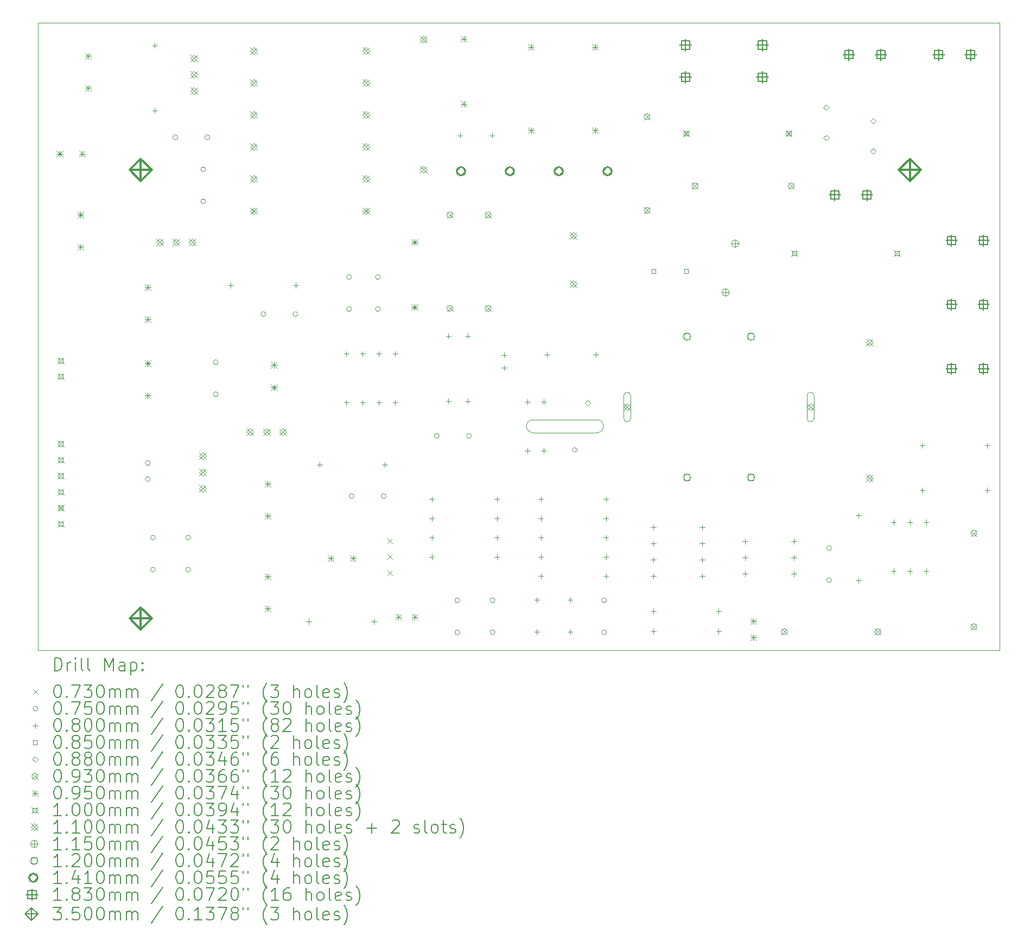
<source format=gbr>
%TF.GenerationSoftware,KiCad,Pcbnew,9.0.7*%
%TF.CreationDate,2026-02-04T14:48:41+09:00*%
%TF.ProjectId,POWER_BD_NV2,504f5745-525f-4424-945f-4e56322e6b69,rev?*%
%TF.SameCoordinates,Original*%
%TF.FileFunction,Drillmap*%
%TF.FilePolarity,Positive*%
%FSLAX45Y45*%
G04 Gerber Fmt 4.5, Leading zero omitted, Abs format (unit mm)*
G04 Created by KiCad (PCBNEW 9.0.7) date 2026-02-04 14:48:41*
%MOMM*%
%LPD*%
G01*
G04 APERTURE LIST*
%ADD10C,0.050000*%
%ADD11C,0.100000*%
%ADD12C,0.200000*%
%ADD13C,0.110000*%
%ADD14C,0.115000*%
%ADD15C,0.120000*%
%ADD16C,0.141000*%
%ADD17C,0.183000*%
%ADD18C,0.350000*%
G04 APERTURE END LIST*
D10*
X7720000Y3400000D02*
X8720000Y3400000D01*
X8720000Y3600000D02*
X7720000Y3600000D01*
X7720000Y3400000D02*
G75*
G02*
X7720000Y3600000I0J100000D01*
G01*
D11*
X0Y9800000D02*
X15000000Y9800000D01*
X15000000Y0D01*
X0Y0D01*
X0Y9800000D01*
D10*
X8720000Y3600000D02*
G75*
G02*
X8720000Y3400000I0J-100000D01*
G01*
D12*
D11*
X5451000Y1746500D02*
X5524000Y1673500D01*
X5524000Y1746500D02*
X5451000Y1673500D01*
X5451000Y1496500D02*
X5524000Y1423500D01*
X5524000Y1496500D02*
X5451000Y1423500D01*
X5451000Y1246500D02*
X5524000Y1173500D01*
X5524000Y1246500D02*
X5451000Y1173500D01*
X1747500Y2925000D02*
G75*
G02*
X1672500Y2925000I-37500J0D01*
G01*
X1672500Y2925000D02*
G75*
G02*
X1747500Y2925000I37500J0D01*
G01*
X1747500Y2675000D02*
G75*
G02*
X1672500Y2675000I-37500J0D01*
G01*
X1672500Y2675000D02*
G75*
G02*
X1747500Y2675000I37500J0D01*
G01*
X1827500Y1760000D02*
G75*
G02*
X1752500Y1760000I-37500J0D01*
G01*
X1752500Y1760000D02*
G75*
G02*
X1827500Y1760000I37500J0D01*
G01*
X1827500Y1260000D02*
G75*
G02*
X1752500Y1260000I-37500J0D01*
G01*
X1752500Y1260000D02*
G75*
G02*
X1827500Y1260000I37500J0D01*
G01*
X2177500Y8010000D02*
G75*
G02*
X2102500Y8010000I-37500J0D01*
G01*
X2102500Y8010000D02*
G75*
G02*
X2177500Y8010000I37500J0D01*
G01*
X2377500Y1760000D02*
G75*
G02*
X2302500Y1760000I-37500J0D01*
G01*
X2302500Y1760000D02*
G75*
G02*
X2377500Y1760000I37500J0D01*
G01*
X2377500Y1260000D02*
G75*
G02*
X2302500Y1260000I-37500J0D01*
G01*
X2302500Y1260000D02*
G75*
G02*
X2377500Y1260000I37500J0D01*
G01*
X2612500Y7510000D02*
G75*
G02*
X2537500Y7510000I-37500J0D01*
G01*
X2537500Y7510000D02*
G75*
G02*
X2612500Y7510000I37500J0D01*
G01*
X2612500Y7010000D02*
G75*
G02*
X2537500Y7010000I-37500J0D01*
G01*
X2537500Y7010000D02*
G75*
G02*
X2612500Y7010000I37500J0D01*
G01*
X2677500Y8010000D02*
G75*
G02*
X2602500Y8010000I-37500J0D01*
G01*
X2602500Y8010000D02*
G75*
G02*
X2677500Y8010000I37500J0D01*
G01*
X2807500Y4500000D02*
G75*
G02*
X2732500Y4500000I-37500J0D01*
G01*
X2732500Y4500000D02*
G75*
G02*
X2807500Y4500000I37500J0D01*
G01*
X2807500Y4000000D02*
G75*
G02*
X2732500Y4000000I-37500J0D01*
G01*
X2732500Y4000000D02*
G75*
G02*
X2807500Y4000000I37500J0D01*
G01*
X3550000Y5250000D02*
G75*
G02*
X3475000Y5250000I-37500J0D01*
G01*
X3475000Y5250000D02*
G75*
G02*
X3550000Y5250000I37500J0D01*
G01*
X4050000Y5250000D02*
G75*
G02*
X3975000Y5250000I-37500J0D01*
G01*
X3975000Y5250000D02*
G75*
G02*
X4050000Y5250000I37500J0D01*
G01*
X4887500Y5830000D02*
G75*
G02*
X4812500Y5830000I-37500J0D01*
G01*
X4812500Y5830000D02*
G75*
G02*
X4887500Y5830000I37500J0D01*
G01*
X4887500Y5330000D02*
G75*
G02*
X4812500Y5330000I-37500J0D01*
G01*
X4812500Y5330000D02*
G75*
G02*
X4887500Y5330000I37500J0D01*
G01*
X4927500Y2410000D02*
G75*
G02*
X4852500Y2410000I-37500J0D01*
G01*
X4852500Y2410000D02*
G75*
G02*
X4927500Y2410000I37500J0D01*
G01*
X5337500Y5830000D02*
G75*
G02*
X5262500Y5830000I-37500J0D01*
G01*
X5262500Y5830000D02*
G75*
G02*
X5337500Y5830000I37500J0D01*
G01*
X5337500Y5330000D02*
G75*
G02*
X5262500Y5330000I-37500J0D01*
G01*
X5262500Y5330000D02*
G75*
G02*
X5337500Y5330000I37500J0D01*
G01*
X5427500Y2410000D02*
G75*
G02*
X5352500Y2410000I-37500J0D01*
G01*
X5352500Y2410000D02*
G75*
G02*
X5427500Y2410000I37500J0D01*
G01*
X6257500Y3350000D02*
G75*
G02*
X6182500Y3350000I-37500J0D01*
G01*
X6182500Y3350000D02*
G75*
G02*
X6257500Y3350000I37500J0D01*
G01*
X6577500Y782500D02*
G75*
G02*
X6502500Y782500I-37500J0D01*
G01*
X6502500Y782500D02*
G75*
G02*
X6577500Y782500I37500J0D01*
G01*
X6577500Y282500D02*
G75*
G02*
X6502500Y282500I-37500J0D01*
G01*
X6502500Y282500D02*
G75*
G02*
X6577500Y282500I37500J0D01*
G01*
X6757500Y3350000D02*
G75*
G02*
X6682500Y3350000I-37500J0D01*
G01*
X6682500Y3350000D02*
G75*
G02*
X6757500Y3350000I37500J0D01*
G01*
X7127500Y782500D02*
G75*
G02*
X7052500Y782500I-37500J0D01*
G01*
X7052500Y782500D02*
G75*
G02*
X7127500Y782500I37500J0D01*
G01*
X7127500Y282500D02*
G75*
G02*
X7052500Y282500I-37500J0D01*
G01*
X7052500Y282500D02*
G75*
G02*
X7127500Y282500I37500J0D01*
G01*
X8867500Y782500D02*
G75*
G02*
X8792500Y782500I-37500J0D01*
G01*
X8792500Y782500D02*
G75*
G02*
X8867500Y782500I37500J0D01*
G01*
X8867500Y282500D02*
G75*
G02*
X8792500Y282500I-37500J0D01*
G01*
X8792500Y282500D02*
G75*
G02*
X8867500Y282500I37500J0D01*
G01*
X12377500Y1597500D02*
G75*
G02*
X12302500Y1597500I-37500J0D01*
G01*
X12302500Y1597500D02*
G75*
G02*
X12377500Y1597500I37500J0D01*
G01*
X12377500Y1097500D02*
G75*
G02*
X12302500Y1097500I-37500J0D01*
G01*
X12302500Y1097500D02*
G75*
G02*
X12377500Y1097500I37500J0D01*
G01*
X1820000Y9485500D02*
X1820000Y9405500D01*
X1780000Y9445500D02*
X1860000Y9445500D01*
X1820000Y8469500D02*
X1820000Y8389500D01*
X1780000Y8429500D02*
X1860000Y8429500D01*
X3002000Y5740000D02*
X3002000Y5660000D01*
X2962000Y5700000D02*
X3042000Y5700000D01*
X4018000Y5740000D02*
X4018000Y5660000D01*
X3978000Y5700000D02*
X4058000Y5700000D01*
X4222000Y490000D02*
X4222000Y410000D01*
X4182000Y450000D02*
X4262000Y450000D01*
X4392000Y2940000D02*
X4392000Y2860000D01*
X4352000Y2900000D02*
X4432000Y2900000D01*
X4809000Y4671000D02*
X4809000Y4591000D01*
X4769000Y4631000D02*
X4849000Y4631000D01*
X4809000Y3909000D02*
X4809000Y3829000D01*
X4769000Y3869000D02*
X4849000Y3869000D01*
X5063000Y4671000D02*
X5063000Y4591000D01*
X5023000Y4631000D02*
X5103000Y4631000D01*
X5063000Y3909000D02*
X5063000Y3829000D01*
X5023000Y3869000D02*
X5103000Y3869000D01*
X5238000Y490000D02*
X5238000Y410000D01*
X5198000Y450000D02*
X5278000Y450000D01*
X5317000Y4671000D02*
X5317000Y4591000D01*
X5277000Y4631000D02*
X5357000Y4631000D01*
X5317000Y3909000D02*
X5317000Y3829000D01*
X5277000Y3869000D02*
X5357000Y3869000D01*
X5408000Y2940000D02*
X5408000Y2860000D01*
X5368000Y2900000D02*
X5448000Y2900000D01*
X5571000Y4671000D02*
X5571000Y4591000D01*
X5531000Y4631000D02*
X5611000Y4631000D01*
X5571000Y3909000D02*
X5571000Y3829000D01*
X5531000Y3869000D02*
X5611000Y3869000D01*
X6142000Y2400000D02*
X6142000Y2320000D01*
X6102000Y2360000D02*
X6182000Y2360000D01*
X6142000Y2100000D02*
X6142000Y2020000D01*
X6102000Y2060000D02*
X6182000Y2060000D01*
X6142000Y1800000D02*
X6142000Y1720000D01*
X6102000Y1760000D02*
X6182000Y1760000D01*
X6142000Y1500000D02*
X6142000Y1420000D01*
X6102000Y1460000D02*
X6182000Y1460000D01*
X6400000Y4948000D02*
X6400000Y4868000D01*
X6360000Y4908000D02*
X6440000Y4908000D01*
X6400000Y3932000D02*
X6400000Y3852000D01*
X6360000Y3892000D02*
X6440000Y3892000D01*
X6580000Y8080000D02*
X6580000Y8000000D01*
X6540000Y8040000D02*
X6620000Y8040000D01*
X6700000Y4948000D02*
X6700000Y4868000D01*
X6660000Y4908000D02*
X6740000Y4908000D01*
X6700000Y3932000D02*
X6700000Y3852000D01*
X6660000Y3892000D02*
X6740000Y3892000D01*
X7080000Y8080000D02*
X7080000Y8000000D01*
X7040000Y8040000D02*
X7120000Y8040000D01*
X7158000Y2400000D02*
X7158000Y2320000D01*
X7118000Y2360000D02*
X7198000Y2360000D01*
X7158000Y2100000D02*
X7158000Y2020000D01*
X7118000Y2060000D02*
X7198000Y2060000D01*
X7158000Y1800000D02*
X7158000Y1720000D01*
X7118000Y1760000D02*
X7198000Y1760000D01*
X7158000Y1500000D02*
X7158000Y1420000D01*
X7118000Y1460000D02*
X7198000Y1460000D01*
X7270000Y4650000D02*
X7270000Y4570000D01*
X7230000Y4610000D02*
X7310000Y4610000D01*
X7270000Y4450000D02*
X7270000Y4370000D01*
X7230000Y4410000D02*
X7310000Y4410000D01*
X7633000Y3919500D02*
X7633000Y3839500D01*
X7593000Y3879500D02*
X7673000Y3879500D01*
X7633000Y3157500D02*
X7633000Y3077500D01*
X7593000Y3117500D02*
X7673000Y3117500D01*
X7780000Y830000D02*
X7780000Y750000D01*
X7740000Y790000D02*
X7820000Y790000D01*
X7780000Y330000D02*
X7780000Y250000D01*
X7740000Y290000D02*
X7820000Y290000D01*
X7842000Y2400000D02*
X7842000Y2320000D01*
X7802000Y2360000D02*
X7882000Y2360000D01*
X7842000Y2100000D02*
X7842000Y2020000D01*
X7802000Y2060000D02*
X7882000Y2060000D01*
X7842000Y1800000D02*
X7842000Y1720000D01*
X7802000Y1760000D02*
X7882000Y1760000D01*
X7842000Y1500000D02*
X7842000Y1420000D01*
X7802000Y1460000D02*
X7882000Y1460000D01*
X7842000Y1200000D02*
X7842000Y1120000D01*
X7802000Y1160000D02*
X7882000Y1160000D01*
X7887000Y3919500D02*
X7887000Y3839500D01*
X7847000Y3879500D02*
X7927000Y3879500D01*
X7887000Y3157500D02*
X7887000Y3077500D01*
X7847000Y3117500D02*
X7927000Y3117500D01*
X7939000Y4660000D02*
X7939000Y4580000D01*
X7899000Y4620000D02*
X7979000Y4620000D01*
X8298750Y830000D02*
X8298750Y750000D01*
X8258750Y790000D02*
X8338750Y790000D01*
X8298750Y330000D02*
X8298750Y250000D01*
X8258750Y290000D02*
X8338750Y290000D01*
X8701000Y4660000D02*
X8701000Y4580000D01*
X8661000Y4620000D02*
X8741000Y4620000D01*
X8858000Y2400000D02*
X8858000Y2320000D01*
X8818000Y2360000D02*
X8898000Y2360000D01*
X8858000Y2100000D02*
X8858000Y2020000D01*
X8818000Y2060000D02*
X8898000Y2060000D01*
X8858000Y1800000D02*
X8858000Y1720000D01*
X8818000Y1760000D02*
X8898000Y1760000D01*
X8858000Y1500000D02*
X8858000Y1420000D01*
X8818000Y1460000D02*
X8898000Y1460000D01*
X8858000Y1200000D02*
X8858000Y1120000D01*
X8818000Y1160000D02*
X8898000Y1160000D01*
X9599000Y1961000D02*
X9599000Y1881000D01*
X9559000Y1921000D02*
X9639000Y1921000D01*
X9599000Y1707000D02*
X9599000Y1627000D01*
X9559000Y1667000D02*
X9639000Y1667000D01*
X9599000Y1453000D02*
X9599000Y1373000D01*
X9559000Y1413000D02*
X9639000Y1413000D01*
X9599000Y1199000D02*
X9599000Y1119000D01*
X9559000Y1159000D02*
X9639000Y1159000D01*
X9602000Y650000D02*
X9602000Y570000D01*
X9562000Y610000D02*
X9642000Y610000D01*
X9602000Y340000D02*
X9602000Y260000D01*
X9562000Y300000D02*
X9642000Y300000D01*
X10361000Y1961000D02*
X10361000Y1881000D01*
X10321000Y1921000D02*
X10401000Y1921000D01*
X10361000Y1707000D02*
X10361000Y1627000D01*
X10321000Y1667000D02*
X10401000Y1667000D01*
X10361000Y1453000D02*
X10361000Y1373000D01*
X10321000Y1413000D02*
X10401000Y1413000D01*
X10361000Y1199000D02*
X10361000Y1119000D01*
X10321000Y1159000D02*
X10401000Y1159000D01*
X10618000Y650000D02*
X10618000Y570000D01*
X10578000Y610000D02*
X10658000Y610000D01*
X10618000Y340000D02*
X10618000Y260000D01*
X10578000Y300000D02*
X10658000Y300000D01*
X11029000Y1744000D02*
X11029000Y1664000D01*
X10989000Y1704000D02*
X11069000Y1704000D01*
X11029000Y1490000D02*
X11029000Y1410000D01*
X10989000Y1450000D02*
X11069000Y1450000D01*
X11029000Y1236000D02*
X11029000Y1156000D01*
X10989000Y1196000D02*
X11069000Y1196000D01*
X11791000Y1744000D02*
X11791000Y1664000D01*
X11751000Y1704000D02*
X11831000Y1704000D01*
X11791000Y1490000D02*
X11791000Y1410000D01*
X11751000Y1450000D02*
X11831000Y1450000D01*
X11791000Y1236000D02*
X11791000Y1156000D01*
X11751000Y1196000D02*
X11831000Y1196000D01*
X12800000Y2148000D02*
X12800000Y2068000D01*
X12760000Y2108000D02*
X12840000Y2108000D01*
X12800000Y1132000D02*
X12800000Y1052000D01*
X12760000Y1092000D02*
X12840000Y1092000D01*
X13346000Y2041000D02*
X13346000Y1961000D01*
X13306000Y2001000D02*
X13386000Y2001000D01*
X13346000Y1279000D02*
X13346000Y1199000D01*
X13306000Y1239000D02*
X13386000Y1239000D01*
X13600000Y2041000D02*
X13600000Y1961000D01*
X13560000Y2001000D02*
X13640000Y2001000D01*
X13600000Y1279000D02*
X13600000Y1199000D01*
X13560000Y1239000D02*
X13640000Y1239000D01*
X13792000Y3240000D02*
X13792000Y3160000D01*
X13752000Y3200000D02*
X13832000Y3200000D01*
X13792000Y2540000D02*
X13792000Y2460000D01*
X13752000Y2500000D02*
X13832000Y2500000D01*
X13854000Y2041000D02*
X13854000Y1961000D01*
X13814000Y2001000D02*
X13894000Y2001000D01*
X13854000Y1279000D02*
X13854000Y1199000D01*
X13814000Y1239000D02*
X13894000Y1239000D01*
X14808000Y3240000D02*
X14808000Y3160000D01*
X14768000Y3200000D02*
X14848000Y3200000D01*
X14808000Y2540000D02*
X14808000Y2460000D01*
X14768000Y2500000D02*
X14848000Y2500000D01*
X9636052Y5889948D02*
X9636052Y5950052D01*
X9575948Y5950052D01*
X9575948Y5889948D01*
X9636052Y5889948D01*
X10144052Y5889948D02*
X10144052Y5950052D01*
X10083948Y5950052D01*
X10083948Y5889948D01*
X10144052Y5889948D01*
X8365000Y3090000D02*
X8409000Y3134000D01*
X8365000Y3178000D01*
X8321000Y3134000D01*
X8365000Y3090000D01*
X8575000Y3822000D02*
X8619000Y3866000D01*
X8575000Y3910000D01*
X8531000Y3866000D01*
X8575000Y3822000D01*
X12295500Y8431000D02*
X12339500Y8475000D01*
X12295500Y8519000D01*
X12251500Y8475000D01*
X12295500Y8431000D01*
X12296500Y7961000D02*
X12340500Y8005000D01*
X12296500Y8049000D01*
X12252500Y8005000D01*
X12296500Y7961000D01*
X13027500Y8221000D02*
X13071500Y8265000D01*
X13027500Y8309000D01*
X12983500Y8265000D01*
X13027500Y8221000D01*
X13028500Y7751000D02*
X13072500Y7795000D01*
X13028500Y7839000D01*
X12984500Y7795000D01*
X13028500Y7751000D01*
X6377250Y6846500D02*
X6470250Y6753500D01*
X6470250Y6846500D02*
X6377250Y6753500D01*
X6470250Y6800000D02*
G75*
G02*
X6377250Y6800000I-46500J0D01*
G01*
X6377250Y6800000D02*
G75*
G02*
X6470250Y6800000I46500J0D01*
G01*
X6377250Y5386500D02*
X6470250Y5293500D01*
X6470250Y5386500D02*
X6377250Y5293500D01*
X6470250Y5340000D02*
G75*
G02*
X6377250Y5340000I-46500J0D01*
G01*
X6377250Y5340000D02*
G75*
G02*
X6470250Y5340000I46500J0D01*
G01*
X6973500Y6846500D02*
X7066500Y6753500D01*
X7066500Y6846500D02*
X6973500Y6753500D01*
X7066500Y6800000D02*
G75*
G02*
X6973500Y6800000I-46500J0D01*
G01*
X6973500Y6800000D02*
G75*
G02*
X7066500Y6800000I46500J0D01*
G01*
X6973500Y5386500D02*
X7066500Y5293500D01*
X7066500Y5386500D02*
X6973500Y5293500D01*
X7066500Y5340000D02*
G75*
G02*
X6973500Y5340000I-46500J0D01*
G01*
X6973500Y5340000D02*
G75*
G02*
X7066500Y5340000I46500J0D01*
G01*
X9453500Y8376500D02*
X9546500Y8283500D01*
X9546500Y8376500D02*
X9453500Y8283500D01*
X9546500Y8330000D02*
G75*
G02*
X9453500Y8330000I-46500J0D01*
G01*
X9453500Y8330000D02*
G75*
G02*
X9546500Y8330000I46500J0D01*
G01*
X9453500Y6916500D02*
X9546500Y6823500D01*
X9546500Y6916500D02*
X9453500Y6823500D01*
X9546500Y6870000D02*
G75*
G02*
X9453500Y6870000I-46500J0D01*
G01*
X9453500Y6870000D02*
G75*
G02*
X9546500Y6870000I46500J0D01*
G01*
X10203500Y7296500D02*
X10296500Y7203500D01*
X10296500Y7296500D02*
X10203500Y7203500D01*
X10296500Y7250000D02*
G75*
G02*
X10203500Y7250000I-46500J0D01*
G01*
X10203500Y7250000D02*
G75*
G02*
X10296500Y7250000I46500J0D01*
G01*
X11593500Y336500D02*
X11686500Y243500D01*
X11686500Y336500D02*
X11593500Y243500D01*
X11686500Y290000D02*
G75*
G02*
X11593500Y290000I-46500J0D01*
G01*
X11593500Y290000D02*
G75*
G02*
X11686500Y290000I46500J0D01*
G01*
X11703500Y7296500D02*
X11796500Y7203500D01*
X11796500Y7296500D02*
X11703500Y7203500D01*
X11796500Y7250000D02*
G75*
G02*
X11703500Y7250000I-46500J0D01*
G01*
X11703500Y7250000D02*
G75*
G02*
X11796500Y7250000I46500J0D01*
G01*
X13053500Y336500D02*
X13146500Y243500D01*
X13146500Y336500D02*
X13053500Y243500D01*
X13146500Y290000D02*
G75*
G02*
X13053500Y290000I-46500J0D01*
G01*
X13053500Y290000D02*
G75*
G02*
X13146500Y290000I46500J0D01*
G01*
X14553500Y1876500D02*
X14646500Y1783500D01*
X14646500Y1876500D02*
X14553500Y1783500D01*
X14646500Y1830000D02*
G75*
G02*
X14553500Y1830000I-46500J0D01*
G01*
X14553500Y1830000D02*
G75*
G02*
X14646500Y1830000I46500J0D01*
G01*
X14553500Y416500D02*
X14646500Y323500D01*
X14646500Y416500D02*
X14553500Y323500D01*
X14646500Y370000D02*
G75*
G02*
X14553500Y370000I-46500J0D01*
G01*
X14553500Y370000D02*
G75*
G02*
X14646500Y370000I46500J0D01*
G01*
X287500Y7797500D02*
X382500Y7702500D01*
X382500Y7797500D02*
X287500Y7702500D01*
X335000Y7797500D02*
X335000Y7702500D01*
X287500Y7750000D02*
X382500Y7750000D01*
X612500Y6847500D02*
X707500Y6752500D01*
X707500Y6847500D02*
X612500Y6752500D01*
X660000Y6847500D02*
X660000Y6752500D01*
X612500Y6800000D02*
X707500Y6800000D01*
X612500Y6347500D02*
X707500Y6252500D01*
X707500Y6347500D02*
X612500Y6252500D01*
X660000Y6347500D02*
X660000Y6252500D01*
X612500Y6300000D02*
X707500Y6300000D01*
X637500Y7797500D02*
X732500Y7702500D01*
X732500Y7797500D02*
X637500Y7702500D01*
X685000Y7797500D02*
X685000Y7702500D01*
X637500Y7750000D02*
X732500Y7750000D01*
X732500Y9327500D02*
X827500Y9232500D01*
X827500Y9327500D02*
X732500Y9232500D01*
X780000Y9327500D02*
X780000Y9232500D01*
X732500Y9280000D02*
X827500Y9280000D01*
X732500Y8827500D02*
X827500Y8732500D01*
X827500Y8827500D02*
X732500Y8732500D01*
X780000Y8827500D02*
X780000Y8732500D01*
X732500Y8780000D02*
X827500Y8780000D01*
X1662500Y5717500D02*
X1757500Y5622500D01*
X1757500Y5717500D02*
X1662500Y5622500D01*
X1710000Y5717500D02*
X1710000Y5622500D01*
X1662500Y5670000D02*
X1757500Y5670000D01*
X1662500Y5217500D02*
X1757500Y5122500D01*
X1757500Y5217500D02*
X1662500Y5122500D01*
X1710000Y5217500D02*
X1710000Y5122500D01*
X1662500Y5170000D02*
X1757500Y5170000D01*
X1662500Y4527500D02*
X1757500Y4432500D01*
X1757500Y4527500D02*
X1662500Y4432500D01*
X1710000Y4527500D02*
X1710000Y4432500D01*
X1662500Y4480000D02*
X1757500Y4480000D01*
X1662500Y4027500D02*
X1757500Y3932500D01*
X1757500Y4027500D02*
X1662500Y3932500D01*
X1710000Y4027500D02*
X1710000Y3932500D01*
X1662500Y3980000D02*
X1757500Y3980000D01*
X3532500Y2647500D02*
X3627500Y2552500D01*
X3627500Y2647500D02*
X3532500Y2552500D01*
X3580000Y2647500D02*
X3580000Y2552500D01*
X3532500Y2600000D02*
X3627500Y2600000D01*
X3532500Y2147500D02*
X3627500Y2052500D01*
X3627500Y2147500D02*
X3532500Y2052500D01*
X3580000Y2147500D02*
X3580000Y2052500D01*
X3532500Y2100000D02*
X3627500Y2100000D01*
X3532500Y1197500D02*
X3627500Y1102500D01*
X3627500Y1197500D02*
X3532500Y1102500D01*
X3580000Y1197500D02*
X3580000Y1102500D01*
X3532500Y1150000D02*
X3627500Y1150000D01*
X3532500Y697500D02*
X3627500Y602500D01*
X3627500Y697500D02*
X3532500Y602500D01*
X3580000Y697500D02*
X3580000Y602500D01*
X3532500Y650000D02*
X3627500Y650000D01*
X3632500Y4502500D02*
X3727500Y4407500D01*
X3727500Y4502500D02*
X3632500Y4407500D01*
X3680000Y4502500D02*
X3680000Y4407500D01*
X3632500Y4455000D02*
X3727500Y4455000D01*
X3632500Y4152500D02*
X3727500Y4057500D01*
X3727500Y4152500D02*
X3632500Y4057500D01*
X3680000Y4152500D02*
X3680000Y4057500D01*
X3632500Y4105000D02*
X3727500Y4105000D01*
X4517500Y1487500D02*
X4612500Y1392500D01*
X4612500Y1487500D02*
X4517500Y1392500D01*
X4565000Y1487500D02*
X4565000Y1392500D01*
X4517500Y1440000D02*
X4612500Y1440000D01*
X4867500Y1487500D02*
X4962500Y1392500D01*
X4962500Y1487500D02*
X4867500Y1392500D01*
X4915000Y1487500D02*
X4915000Y1392500D01*
X4867500Y1440000D02*
X4962500Y1440000D01*
X5575500Y567500D02*
X5670500Y472500D01*
X5670500Y567500D02*
X5575500Y472500D01*
X5623000Y567500D02*
X5623000Y472500D01*
X5575500Y520000D02*
X5670500Y520000D01*
X5825000Y6420500D02*
X5920000Y6325500D01*
X5920000Y6420500D02*
X5825000Y6325500D01*
X5872500Y6420500D02*
X5872500Y6325500D01*
X5825000Y6373000D02*
X5920000Y6373000D01*
X5825000Y5404500D02*
X5920000Y5309500D01*
X5920000Y5404500D02*
X5825000Y5309500D01*
X5872500Y5404500D02*
X5872500Y5309500D01*
X5825000Y5357000D02*
X5920000Y5357000D01*
X5829500Y567500D02*
X5924500Y472500D01*
X5924500Y567500D02*
X5829500Y472500D01*
X5877000Y567500D02*
X5877000Y472500D01*
X5829500Y520000D02*
X5924500Y520000D01*
X6592500Y9595500D02*
X6687500Y9500500D01*
X6687500Y9595500D02*
X6592500Y9500500D01*
X6640000Y9595500D02*
X6640000Y9500500D01*
X6592500Y9548000D02*
X6687500Y9548000D01*
X6592500Y8579500D02*
X6687500Y8484500D01*
X6687500Y8579500D02*
X6592500Y8484500D01*
X6640000Y8579500D02*
X6640000Y8484500D01*
X6592500Y8532000D02*
X6687500Y8532000D01*
X7642500Y9467500D02*
X7737500Y9372500D01*
X7737500Y9467500D02*
X7642500Y9372500D01*
X7690000Y9467500D02*
X7690000Y9372500D01*
X7642500Y9420000D02*
X7737500Y9420000D01*
X7642500Y8167500D02*
X7737500Y8072500D01*
X7737500Y8167500D02*
X7642500Y8072500D01*
X7690000Y8167500D02*
X7690000Y8072500D01*
X7642500Y8120000D02*
X7737500Y8120000D01*
X8642500Y9467500D02*
X8737500Y9372500D01*
X8737500Y9467500D02*
X8642500Y9372500D01*
X8690000Y9467500D02*
X8690000Y9372500D01*
X8642500Y9420000D02*
X8737500Y9420000D01*
X8642500Y8167500D02*
X8737500Y8072500D01*
X8737500Y8167500D02*
X8642500Y8072500D01*
X8690000Y8167500D02*
X8690000Y8072500D01*
X8642500Y8120000D02*
X8737500Y8120000D01*
X11112500Y504500D02*
X11207500Y409500D01*
X11207500Y504500D02*
X11112500Y409500D01*
X11160000Y504500D02*
X11160000Y409500D01*
X11112500Y457000D02*
X11207500Y457000D01*
X11112500Y250500D02*
X11207500Y155500D01*
X11207500Y250500D02*
X11112500Y155500D01*
X11160000Y250500D02*
X11160000Y155500D01*
X11112500Y203000D02*
X11207500Y203000D01*
X300000Y4575000D02*
X400000Y4475000D01*
X400000Y4575000D02*
X300000Y4475000D01*
X385356Y4489644D02*
X385356Y4560356D01*
X314644Y4560356D01*
X314644Y4489644D01*
X385356Y4489644D01*
X300000Y4325000D02*
X400000Y4225000D01*
X400000Y4325000D02*
X300000Y4225000D01*
X385356Y4239644D02*
X385356Y4310356D01*
X314644Y4310356D01*
X314644Y4239644D01*
X385356Y4239644D01*
X300000Y3275000D02*
X400000Y3175000D01*
X400000Y3275000D02*
X300000Y3175000D01*
X385356Y3189644D02*
X385356Y3260356D01*
X314644Y3260356D01*
X314644Y3189644D01*
X385356Y3189644D01*
X300000Y3025000D02*
X400000Y2925000D01*
X400000Y3025000D02*
X300000Y2925000D01*
X385356Y2939644D02*
X385356Y3010356D01*
X314644Y3010356D01*
X314644Y2939644D01*
X385356Y2939644D01*
X300000Y2775000D02*
X400000Y2675000D01*
X400000Y2775000D02*
X300000Y2675000D01*
X385356Y2689644D02*
X385356Y2760356D01*
X314644Y2760356D01*
X314644Y2689644D01*
X385356Y2689644D01*
X300000Y2525000D02*
X400000Y2425000D01*
X400000Y2525000D02*
X300000Y2425000D01*
X385356Y2439644D02*
X385356Y2510356D01*
X314644Y2510356D01*
X314644Y2439644D01*
X385356Y2439644D01*
X300000Y2275000D02*
X400000Y2175000D01*
X400000Y2275000D02*
X300000Y2175000D01*
X385356Y2189644D02*
X385356Y2260356D01*
X314644Y2260356D01*
X314644Y2189644D01*
X385356Y2189644D01*
X300000Y2025000D02*
X400000Y1925000D01*
X400000Y2025000D02*
X300000Y1925000D01*
X385356Y1939644D02*
X385356Y2010356D01*
X314644Y2010356D01*
X314644Y1939644D01*
X385356Y1939644D01*
X10060000Y8120000D02*
X10160000Y8020000D01*
X10160000Y8120000D02*
X10060000Y8020000D01*
X10145356Y8034644D02*
X10145356Y8105356D01*
X10074644Y8105356D01*
X10074644Y8034644D01*
X10145356Y8034644D01*
X11660000Y8120000D02*
X11760000Y8020000D01*
X11760000Y8120000D02*
X11660000Y8020000D01*
X11745356Y8034644D02*
X11745356Y8105356D01*
X11674644Y8105356D01*
X11674644Y8034644D01*
X11745356Y8034644D01*
X11750000Y6250000D02*
X11850000Y6150000D01*
X11850000Y6250000D02*
X11750000Y6150000D01*
X11835356Y6164644D02*
X11835356Y6235356D01*
X11764644Y6235356D01*
X11764644Y6164644D01*
X11835356Y6164644D01*
X13350000Y6250000D02*
X13450000Y6150000D01*
X13450000Y6250000D02*
X13350000Y6150000D01*
X13435356Y6164644D02*
X13435356Y6235356D01*
X13364644Y6235356D01*
X13364644Y6164644D01*
X13435356Y6164644D01*
D13*
X1840000Y6425000D02*
X1950000Y6315000D01*
X1950000Y6425000D02*
X1840000Y6315000D01*
X1895000Y6315000D02*
X1950000Y6370000D01*
X1895000Y6425000D01*
X1840000Y6370000D01*
X1895000Y6315000D01*
X2095000Y6425000D02*
X2205000Y6315000D01*
X2205000Y6425000D02*
X2095000Y6315000D01*
X2150000Y6315000D02*
X2205000Y6370000D01*
X2150000Y6425000D01*
X2095000Y6370000D01*
X2150000Y6315000D01*
X2350000Y6425000D02*
X2460000Y6315000D01*
X2460000Y6425000D02*
X2350000Y6315000D01*
X2405000Y6315000D02*
X2460000Y6370000D01*
X2405000Y6425000D01*
X2350000Y6370000D01*
X2405000Y6315000D01*
X2375000Y9300000D02*
X2485000Y9190000D01*
X2485000Y9300000D02*
X2375000Y9190000D01*
X2430000Y9190000D02*
X2485000Y9245000D01*
X2430000Y9300000D01*
X2375000Y9245000D01*
X2430000Y9190000D01*
X2375000Y9045000D02*
X2485000Y8935000D01*
X2485000Y9045000D02*
X2375000Y8935000D01*
X2430000Y8935000D02*
X2485000Y8990000D01*
X2430000Y9045000D01*
X2375000Y8990000D01*
X2430000Y8935000D01*
X2375000Y8790000D02*
X2485000Y8680000D01*
X2485000Y8790000D02*
X2375000Y8680000D01*
X2430000Y8680000D02*
X2485000Y8735000D01*
X2430000Y8790000D01*
X2375000Y8735000D01*
X2430000Y8680000D01*
X2515000Y3089000D02*
X2625000Y2979000D01*
X2625000Y3089000D02*
X2515000Y2979000D01*
X2570000Y2979000D02*
X2625000Y3034000D01*
X2570000Y3089000D01*
X2515000Y3034000D01*
X2570000Y2979000D01*
X2515000Y2835000D02*
X2625000Y2725000D01*
X2625000Y2835000D02*
X2515000Y2725000D01*
X2570000Y2725000D02*
X2625000Y2780000D01*
X2570000Y2835000D01*
X2515000Y2780000D01*
X2570000Y2725000D01*
X2515000Y2581000D02*
X2625000Y2471000D01*
X2625000Y2581000D02*
X2515000Y2471000D01*
X2570000Y2471000D02*
X2625000Y2526000D01*
X2570000Y2581000D01*
X2515000Y2526000D01*
X2570000Y2471000D01*
X3252500Y3465000D02*
X3362500Y3355000D01*
X3362500Y3465000D02*
X3252500Y3355000D01*
X3307500Y3355000D02*
X3362500Y3410000D01*
X3307500Y3465000D01*
X3252500Y3410000D01*
X3307500Y3355000D01*
X3310000Y9415000D02*
X3420000Y9305000D01*
X3420000Y9415000D02*
X3310000Y9305000D01*
X3365000Y9305000D02*
X3420000Y9360000D01*
X3365000Y9415000D01*
X3310000Y9360000D01*
X3365000Y9305000D01*
X3310000Y8915000D02*
X3420000Y8805000D01*
X3420000Y8915000D02*
X3310000Y8805000D01*
X3365000Y8805000D02*
X3420000Y8860000D01*
X3365000Y8915000D01*
X3310000Y8860000D01*
X3365000Y8805000D01*
X3310000Y8415000D02*
X3420000Y8305000D01*
X3420000Y8415000D02*
X3310000Y8305000D01*
X3365000Y8305000D02*
X3420000Y8360000D01*
X3365000Y8415000D01*
X3310000Y8360000D01*
X3365000Y8305000D01*
X3310000Y7915000D02*
X3420000Y7805000D01*
X3420000Y7915000D02*
X3310000Y7805000D01*
X3365000Y7805000D02*
X3420000Y7860000D01*
X3365000Y7915000D01*
X3310000Y7860000D01*
X3365000Y7805000D01*
X3310000Y7415000D02*
X3420000Y7305000D01*
X3420000Y7415000D02*
X3310000Y7305000D01*
X3365000Y7305000D02*
X3420000Y7360000D01*
X3365000Y7415000D01*
X3310000Y7360000D01*
X3365000Y7305000D01*
X3310000Y6915000D02*
X3420000Y6805000D01*
X3420000Y6915000D02*
X3310000Y6805000D01*
X3365000Y6805000D02*
X3420000Y6860000D01*
X3365000Y6915000D01*
X3310000Y6860000D01*
X3365000Y6805000D01*
X3507500Y3465000D02*
X3617500Y3355000D01*
X3617500Y3465000D02*
X3507500Y3355000D01*
X3562500Y3355000D02*
X3617500Y3410000D01*
X3562500Y3465000D01*
X3507500Y3410000D01*
X3562500Y3355000D01*
X3762500Y3465000D02*
X3872500Y3355000D01*
X3872500Y3465000D02*
X3762500Y3355000D01*
X3817500Y3355000D02*
X3872500Y3410000D01*
X3817500Y3465000D01*
X3762500Y3410000D01*
X3817500Y3355000D01*
X5060000Y9415000D02*
X5170000Y9305000D01*
X5170000Y9415000D02*
X5060000Y9305000D01*
X5115000Y9305000D02*
X5170000Y9360000D01*
X5115000Y9415000D01*
X5060000Y9360000D01*
X5115000Y9305000D01*
X5060000Y8915000D02*
X5170000Y8805000D01*
X5170000Y8915000D02*
X5060000Y8805000D01*
X5115000Y8805000D02*
X5170000Y8860000D01*
X5115000Y8915000D01*
X5060000Y8860000D01*
X5115000Y8805000D01*
X5060000Y8415000D02*
X5170000Y8305000D01*
X5170000Y8415000D02*
X5060000Y8305000D01*
X5115000Y8305000D02*
X5170000Y8360000D01*
X5115000Y8415000D01*
X5060000Y8360000D01*
X5115000Y8305000D01*
X5060000Y7915000D02*
X5170000Y7805000D01*
X5170000Y7915000D02*
X5060000Y7805000D01*
X5115000Y7805000D02*
X5170000Y7860000D01*
X5115000Y7915000D01*
X5060000Y7860000D01*
X5115000Y7805000D01*
X5060000Y7415000D02*
X5170000Y7305000D01*
X5170000Y7415000D02*
X5060000Y7305000D01*
X5115000Y7305000D02*
X5170000Y7360000D01*
X5115000Y7415000D01*
X5060000Y7360000D01*
X5115000Y7305000D01*
X5060000Y6915000D02*
X5170000Y6805000D01*
X5170000Y6915000D02*
X5060000Y6805000D01*
X5115000Y6805000D02*
X5170000Y6860000D01*
X5115000Y6915000D01*
X5060000Y6860000D01*
X5115000Y6805000D01*
X5955000Y9591000D02*
X6065000Y9481000D01*
X6065000Y9591000D02*
X5955000Y9481000D01*
X6010000Y9481000D02*
X6065000Y9536000D01*
X6010000Y9591000D01*
X5955000Y9536000D01*
X6010000Y9481000D01*
X5955000Y7559000D02*
X6065000Y7449000D01*
X6065000Y7559000D02*
X5955000Y7449000D01*
X6010000Y7449000D02*
X6065000Y7504000D01*
X6010000Y7559000D01*
X5955000Y7504000D01*
X6010000Y7449000D01*
X8295000Y6530000D02*
X8405000Y6420000D01*
X8405000Y6530000D02*
X8295000Y6420000D01*
X8350000Y6420000D02*
X8405000Y6475000D01*
X8350000Y6530000D01*
X8295000Y6475000D01*
X8350000Y6420000D01*
X8295000Y5780000D02*
X8405000Y5670000D01*
X8405000Y5780000D02*
X8295000Y5670000D01*
X8350000Y5670000D02*
X8405000Y5725000D01*
X8350000Y5780000D01*
X8295000Y5725000D01*
X8350000Y5670000D01*
X9135000Y3855000D02*
X9245000Y3745000D01*
X9245000Y3855000D02*
X9135000Y3745000D01*
X9190000Y3745000D02*
X9245000Y3800000D01*
X9190000Y3855000D01*
X9135000Y3800000D01*
X9190000Y3745000D01*
D11*
X9245000Y3625000D02*
X9245000Y3975000D01*
X9135000Y3975000D02*
G75*
G02*
X9245000Y3975000I55000J0D01*
G01*
X9135000Y3975000D02*
X9135000Y3625000D01*
X9135000Y3625000D02*
G75*
G03*
X9245000Y3625000I55000J0D01*
G01*
D13*
X11995000Y3855000D02*
X12105000Y3745000D01*
X12105000Y3855000D02*
X11995000Y3745000D01*
X12050000Y3745000D02*
X12105000Y3800000D01*
X12050000Y3855000D01*
X11995000Y3800000D01*
X12050000Y3745000D01*
D11*
X12105000Y3625000D02*
X12105000Y3975000D01*
X11995000Y3975000D02*
G75*
G02*
X12105000Y3975000I55000J0D01*
G01*
X11995000Y3975000D02*
X11995000Y3625000D01*
X11995000Y3625000D02*
G75*
G03*
X12105000Y3625000I55000J0D01*
G01*
D13*
X12915000Y4865000D02*
X13025000Y4755000D01*
X13025000Y4865000D02*
X12915000Y4755000D01*
X12970000Y4755000D02*
X13025000Y4810000D01*
X12970000Y4865000D01*
X12915000Y4810000D01*
X12970000Y4755000D01*
X12915000Y2745000D02*
X13025000Y2635000D01*
X13025000Y2745000D02*
X12915000Y2635000D01*
X12970000Y2635000D02*
X13025000Y2690000D01*
X12970000Y2745000D01*
X12915000Y2690000D01*
X12970000Y2635000D01*
D14*
X10725000Y5646500D02*
X10725000Y5531500D01*
X10667500Y5589000D02*
X10782500Y5589000D01*
X10782500Y5589000D02*
G75*
G02*
X10667500Y5589000I-57500J0D01*
G01*
X10667500Y5589000D02*
G75*
G02*
X10782500Y5589000I57500J0D01*
G01*
X10875000Y6408500D02*
X10875000Y6293500D01*
X10817500Y6351000D02*
X10932500Y6351000D01*
X10932500Y6351000D02*
G75*
G02*
X10817500Y6351000I-57500J0D01*
G01*
X10817500Y6351000D02*
G75*
G02*
X10932500Y6351000I57500J0D01*
G01*
D15*
X10162427Y4857573D02*
X10162427Y4942427D01*
X10077573Y4942427D01*
X10077573Y4857573D01*
X10162427Y4857573D01*
X10180000Y4900000D02*
G75*
G02*
X10060000Y4900000I-60000J0D01*
G01*
X10060000Y4900000D02*
G75*
G02*
X10180000Y4900000I60000J0D01*
G01*
X10162427Y2657573D02*
X10162427Y2742427D01*
X10077573Y2742427D01*
X10077573Y2657573D01*
X10162427Y2657573D01*
X10180000Y2700000D02*
G75*
G02*
X10060000Y2700000I-60000J0D01*
G01*
X10060000Y2700000D02*
G75*
G02*
X10180000Y2700000I60000J0D01*
G01*
X11162427Y4857573D02*
X11162427Y4942427D01*
X11077573Y4942427D01*
X11077573Y4857573D01*
X11162427Y4857573D01*
X11180000Y4900000D02*
G75*
G02*
X11060000Y4900000I-60000J0D01*
G01*
X11060000Y4900000D02*
G75*
G02*
X11180000Y4900000I60000J0D01*
G01*
X11162427Y2657573D02*
X11162427Y2742427D01*
X11077573Y2742427D01*
X11077573Y2657573D01*
X11162427Y2657573D01*
X11180000Y2700000D02*
G75*
G02*
X11060000Y2700000I-60000J0D01*
G01*
X11060000Y2700000D02*
G75*
G02*
X11180000Y2700000I60000J0D01*
G01*
D16*
X6597000Y7409500D02*
X6667500Y7480000D01*
X6597000Y7550500D01*
X6526500Y7480000D01*
X6597000Y7409500D01*
X6667500Y7480000D02*
G75*
G02*
X6526500Y7480000I-70500J0D01*
G01*
X6526500Y7480000D02*
G75*
G02*
X6667500Y7480000I70500J0D01*
G01*
X7359000Y7409500D02*
X7429500Y7480000D01*
X7359000Y7550500D01*
X7288500Y7480000D01*
X7359000Y7409500D01*
X7429500Y7480000D02*
G75*
G02*
X7288500Y7480000I-70500J0D01*
G01*
X7288500Y7480000D02*
G75*
G02*
X7429500Y7480000I70500J0D01*
G01*
X8121000Y7409500D02*
X8191500Y7480000D01*
X8121000Y7550500D01*
X8050500Y7480000D01*
X8121000Y7409500D01*
X8191500Y7480000D02*
G75*
G02*
X8050500Y7480000I-70500J0D01*
G01*
X8050500Y7480000D02*
G75*
G02*
X8191500Y7480000I70500J0D01*
G01*
X8883000Y7409500D02*
X8953500Y7480000D01*
X8883000Y7550500D01*
X8812500Y7480000D01*
X8883000Y7409500D01*
X8953500Y7480000D02*
G75*
G02*
X8812500Y7480000I-70500J0D01*
G01*
X8812500Y7480000D02*
G75*
G02*
X8953500Y7480000I70500J0D01*
G01*
D17*
X10100000Y9541500D02*
X10100000Y9358500D01*
X10008500Y9450000D02*
X10191500Y9450000D01*
X10164701Y9385299D02*
X10164701Y9514701D01*
X10035299Y9514701D01*
X10035299Y9385299D01*
X10164701Y9385299D01*
X10100000Y9041500D02*
X10100000Y8858500D01*
X10008500Y8950000D02*
X10191500Y8950000D01*
X10164701Y8885299D02*
X10164701Y9014701D01*
X10035299Y9014701D01*
X10035299Y8885299D01*
X10164701Y8885299D01*
X11300000Y9541500D02*
X11300000Y9358500D01*
X11208500Y9450000D02*
X11391500Y9450000D01*
X11364701Y9385299D02*
X11364701Y9514701D01*
X11235299Y9514701D01*
X11235299Y9385299D01*
X11364701Y9385299D01*
X11300000Y9041500D02*
X11300000Y8858500D01*
X11208500Y8950000D02*
X11391500Y8950000D01*
X11364701Y8885299D02*
X11364701Y9014701D01*
X11235299Y9014701D01*
X11235299Y8885299D01*
X11364701Y8885299D01*
X12430000Y7201500D02*
X12430000Y7018500D01*
X12338500Y7110000D02*
X12521500Y7110000D01*
X12494701Y7045299D02*
X12494701Y7174701D01*
X12365299Y7174701D01*
X12365299Y7045299D01*
X12494701Y7045299D01*
X12650000Y9391500D02*
X12650000Y9208500D01*
X12558500Y9300000D02*
X12741500Y9300000D01*
X12714701Y9235299D02*
X12714701Y9364701D01*
X12585299Y9364701D01*
X12585299Y9235299D01*
X12714701Y9235299D01*
X12930000Y7201500D02*
X12930000Y7018500D01*
X12838500Y7110000D02*
X13021500Y7110000D01*
X12994701Y7045299D02*
X12994701Y7174701D01*
X12865299Y7174701D01*
X12865299Y7045299D01*
X12994701Y7045299D01*
X13150000Y9391500D02*
X13150000Y9208500D01*
X13058500Y9300000D02*
X13241500Y9300000D01*
X13214701Y9235299D02*
X13214701Y9364701D01*
X13085299Y9364701D01*
X13085299Y9235299D01*
X13214701Y9235299D01*
X14050000Y9391500D02*
X14050000Y9208500D01*
X13958500Y9300000D02*
X14141500Y9300000D01*
X14114701Y9235299D02*
X14114701Y9364701D01*
X13985299Y9364701D01*
X13985299Y9235299D01*
X14114701Y9235299D01*
X14250000Y6491500D02*
X14250000Y6308500D01*
X14158500Y6400000D02*
X14341500Y6400000D01*
X14314701Y6335299D02*
X14314701Y6464701D01*
X14185299Y6464701D01*
X14185299Y6335299D01*
X14314701Y6335299D01*
X14250000Y5491500D02*
X14250000Y5308500D01*
X14158500Y5400000D02*
X14341500Y5400000D01*
X14314701Y5335299D02*
X14314701Y5464701D01*
X14185299Y5464701D01*
X14185299Y5335299D01*
X14314701Y5335299D01*
X14250000Y4491500D02*
X14250000Y4308500D01*
X14158500Y4400000D02*
X14341500Y4400000D01*
X14314701Y4335299D02*
X14314701Y4464701D01*
X14185299Y4464701D01*
X14185299Y4335299D01*
X14314701Y4335299D01*
X14550000Y9391500D02*
X14550000Y9208500D01*
X14458500Y9300000D02*
X14641500Y9300000D01*
X14614701Y9235299D02*
X14614701Y9364701D01*
X14485299Y9364701D01*
X14485299Y9235299D01*
X14614701Y9235299D01*
X14750000Y6491500D02*
X14750000Y6308500D01*
X14658500Y6400000D02*
X14841500Y6400000D01*
X14814701Y6335299D02*
X14814701Y6464701D01*
X14685299Y6464701D01*
X14685299Y6335299D01*
X14814701Y6335299D01*
X14750000Y5491500D02*
X14750000Y5308500D01*
X14658500Y5400000D02*
X14841500Y5400000D01*
X14814701Y5335299D02*
X14814701Y5464701D01*
X14685299Y5464701D01*
X14685299Y5335299D01*
X14814701Y5335299D01*
X14750000Y4491500D02*
X14750000Y4308500D01*
X14658500Y4400000D02*
X14841500Y4400000D01*
X14814701Y4335299D02*
X14814701Y4464701D01*
X14685299Y4464701D01*
X14685299Y4335299D01*
X14814701Y4335299D01*
D18*
X1600000Y7675000D02*
X1600000Y7325000D01*
X1425000Y7500000D02*
X1775000Y7500000D01*
X1600000Y7325000D02*
X1775000Y7500000D01*
X1600000Y7675000D01*
X1425000Y7500000D01*
X1600000Y7325000D01*
X1600000Y675000D02*
X1600000Y325000D01*
X1425000Y500000D02*
X1775000Y500000D01*
X1600000Y325000D02*
X1775000Y500000D01*
X1600000Y675000D01*
X1425000Y500000D01*
X1600000Y325000D01*
X13600000Y7675000D02*
X13600000Y7325000D01*
X13425000Y7500000D02*
X13775000Y7500000D01*
X13600000Y7325000D02*
X13775000Y7500000D01*
X13600000Y7675000D01*
X13425000Y7500000D01*
X13600000Y7325000D01*
D12*
X255777Y-316484D02*
X255777Y-116484D01*
X255777Y-116484D02*
X303396Y-116484D01*
X303396Y-116484D02*
X331967Y-126008D01*
X331967Y-126008D02*
X351015Y-145055D01*
X351015Y-145055D02*
X360539Y-164103D01*
X360539Y-164103D02*
X370062Y-202198D01*
X370062Y-202198D02*
X370062Y-230769D01*
X370062Y-230769D02*
X360539Y-268865D01*
X360539Y-268865D02*
X351015Y-287912D01*
X351015Y-287912D02*
X331967Y-306960D01*
X331967Y-306960D02*
X303396Y-316484D01*
X303396Y-316484D02*
X255777Y-316484D01*
X455777Y-316484D02*
X455777Y-183150D01*
X455777Y-221246D02*
X465301Y-202198D01*
X465301Y-202198D02*
X474824Y-192674D01*
X474824Y-192674D02*
X493872Y-183150D01*
X493872Y-183150D02*
X512920Y-183150D01*
X579586Y-316484D02*
X579586Y-183150D01*
X579586Y-116484D02*
X570063Y-126008D01*
X570063Y-126008D02*
X579586Y-135531D01*
X579586Y-135531D02*
X589110Y-126008D01*
X589110Y-126008D02*
X579586Y-116484D01*
X579586Y-116484D02*
X579586Y-135531D01*
X703396Y-316484D02*
X684348Y-306960D01*
X684348Y-306960D02*
X674824Y-287912D01*
X674824Y-287912D02*
X674824Y-116484D01*
X808158Y-316484D02*
X789110Y-306960D01*
X789110Y-306960D02*
X779586Y-287912D01*
X779586Y-287912D02*
X779586Y-116484D01*
X1036729Y-316484D02*
X1036729Y-116484D01*
X1036729Y-116484D02*
X1103396Y-259341D01*
X1103396Y-259341D02*
X1170063Y-116484D01*
X1170063Y-116484D02*
X1170063Y-316484D01*
X1351015Y-316484D02*
X1351015Y-211722D01*
X1351015Y-211722D02*
X1341491Y-192674D01*
X1341491Y-192674D02*
X1322444Y-183150D01*
X1322444Y-183150D02*
X1284348Y-183150D01*
X1284348Y-183150D02*
X1265301Y-192674D01*
X1351015Y-306960D02*
X1331967Y-316484D01*
X1331967Y-316484D02*
X1284348Y-316484D01*
X1284348Y-316484D02*
X1265301Y-306960D01*
X1265301Y-306960D02*
X1255777Y-287912D01*
X1255777Y-287912D02*
X1255777Y-268865D01*
X1255777Y-268865D02*
X1265301Y-249817D01*
X1265301Y-249817D02*
X1284348Y-240293D01*
X1284348Y-240293D02*
X1331967Y-240293D01*
X1331967Y-240293D02*
X1351015Y-230769D01*
X1446253Y-183150D02*
X1446253Y-383150D01*
X1446253Y-192674D02*
X1465301Y-183150D01*
X1465301Y-183150D02*
X1503396Y-183150D01*
X1503396Y-183150D02*
X1522443Y-192674D01*
X1522443Y-192674D02*
X1531967Y-202198D01*
X1531967Y-202198D02*
X1541491Y-221246D01*
X1541491Y-221246D02*
X1541491Y-278389D01*
X1541491Y-278389D02*
X1531967Y-297436D01*
X1531967Y-297436D02*
X1522443Y-306960D01*
X1522443Y-306960D02*
X1503396Y-316484D01*
X1503396Y-316484D02*
X1465301Y-316484D01*
X1465301Y-316484D02*
X1446253Y-306960D01*
X1627205Y-297436D02*
X1636729Y-306960D01*
X1636729Y-306960D02*
X1627205Y-316484D01*
X1627205Y-316484D02*
X1617682Y-306960D01*
X1617682Y-306960D02*
X1627205Y-297436D01*
X1627205Y-297436D02*
X1627205Y-316484D01*
X1627205Y-192674D02*
X1636729Y-202198D01*
X1636729Y-202198D02*
X1627205Y-211722D01*
X1627205Y-211722D02*
X1617682Y-202198D01*
X1617682Y-202198D02*
X1627205Y-192674D01*
X1627205Y-192674D02*
X1627205Y-211722D01*
D11*
X-78000Y-608500D02*
X-5000Y-681500D01*
X-5000Y-608500D02*
X-78000Y-681500D01*
D12*
X293872Y-536484D02*
X312920Y-536484D01*
X312920Y-536484D02*
X331967Y-546008D01*
X331967Y-546008D02*
X341491Y-555531D01*
X341491Y-555531D02*
X351015Y-574579D01*
X351015Y-574579D02*
X360539Y-612674D01*
X360539Y-612674D02*
X360539Y-660293D01*
X360539Y-660293D02*
X351015Y-698389D01*
X351015Y-698389D02*
X341491Y-717436D01*
X341491Y-717436D02*
X331967Y-726960D01*
X331967Y-726960D02*
X312920Y-736484D01*
X312920Y-736484D02*
X293872Y-736484D01*
X293872Y-736484D02*
X274824Y-726960D01*
X274824Y-726960D02*
X265301Y-717436D01*
X265301Y-717436D02*
X255777Y-698389D01*
X255777Y-698389D02*
X246253Y-660293D01*
X246253Y-660293D02*
X246253Y-612674D01*
X246253Y-612674D02*
X255777Y-574579D01*
X255777Y-574579D02*
X265301Y-555531D01*
X265301Y-555531D02*
X274824Y-546008D01*
X274824Y-546008D02*
X293872Y-536484D01*
X446253Y-717436D02*
X455777Y-726960D01*
X455777Y-726960D02*
X446253Y-736484D01*
X446253Y-736484D02*
X436729Y-726960D01*
X436729Y-726960D02*
X446253Y-717436D01*
X446253Y-717436D02*
X446253Y-736484D01*
X522443Y-536484D02*
X655777Y-536484D01*
X655777Y-536484D02*
X570063Y-736484D01*
X712920Y-536484D02*
X836729Y-536484D01*
X836729Y-536484D02*
X770062Y-612674D01*
X770062Y-612674D02*
X798634Y-612674D01*
X798634Y-612674D02*
X817682Y-622198D01*
X817682Y-622198D02*
X827205Y-631722D01*
X827205Y-631722D02*
X836729Y-650770D01*
X836729Y-650770D02*
X836729Y-698389D01*
X836729Y-698389D02*
X827205Y-717436D01*
X827205Y-717436D02*
X817682Y-726960D01*
X817682Y-726960D02*
X798634Y-736484D01*
X798634Y-736484D02*
X741491Y-736484D01*
X741491Y-736484D02*
X722443Y-726960D01*
X722443Y-726960D02*
X712920Y-717436D01*
X960539Y-536484D02*
X979586Y-536484D01*
X979586Y-536484D02*
X998634Y-546008D01*
X998634Y-546008D02*
X1008158Y-555531D01*
X1008158Y-555531D02*
X1017682Y-574579D01*
X1017682Y-574579D02*
X1027205Y-612674D01*
X1027205Y-612674D02*
X1027205Y-660293D01*
X1027205Y-660293D02*
X1017682Y-698389D01*
X1017682Y-698389D02*
X1008158Y-717436D01*
X1008158Y-717436D02*
X998634Y-726960D01*
X998634Y-726960D02*
X979586Y-736484D01*
X979586Y-736484D02*
X960539Y-736484D01*
X960539Y-736484D02*
X941491Y-726960D01*
X941491Y-726960D02*
X931967Y-717436D01*
X931967Y-717436D02*
X922443Y-698389D01*
X922443Y-698389D02*
X912920Y-660293D01*
X912920Y-660293D02*
X912920Y-612674D01*
X912920Y-612674D02*
X922443Y-574579D01*
X922443Y-574579D02*
X931967Y-555531D01*
X931967Y-555531D02*
X941491Y-546008D01*
X941491Y-546008D02*
X960539Y-536484D01*
X1112920Y-736484D02*
X1112920Y-603150D01*
X1112920Y-622198D02*
X1122444Y-612674D01*
X1122444Y-612674D02*
X1141491Y-603150D01*
X1141491Y-603150D02*
X1170063Y-603150D01*
X1170063Y-603150D02*
X1189110Y-612674D01*
X1189110Y-612674D02*
X1198634Y-631722D01*
X1198634Y-631722D02*
X1198634Y-736484D01*
X1198634Y-631722D02*
X1208158Y-612674D01*
X1208158Y-612674D02*
X1227205Y-603150D01*
X1227205Y-603150D02*
X1255777Y-603150D01*
X1255777Y-603150D02*
X1274825Y-612674D01*
X1274825Y-612674D02*
X1284348Y-631722D01*
X1284348Y-631722D02*
X1284348Y-736484D01*
X1379586Y-736484D02*
X1379586Y-603150D01*
X1379586Y-622198D02*
X1389110Y-612674D01*
X1389110Y-612674D02*
X1408158Y-603150D01*
X1408158Y-603150D02*
X1436729Y-603150D01*
X1436729Y-603150D02*
X1455777Y-612674D01*
X1455777Y-612674D02*
X1465301Y-631722D01*
X1465301Y-631722D02*
X1465301Y-736484D01*
X1465301Y-631722D02*
X1474824Y-612674D01*
X1474824Y-612674D02*
X1493872Y-603150D01*
X1493872Y-603150D02*
X1522443Y-603150D01*
X1522443Y-603150D02*
X1541491Y-612674D01*
X1541491Y-612674D02*
X1551015Y-631722D01*
X1551015Y-631722D02*
X1551015Y-736484D01*
X1941491Y-526960D02*
X1770063Y-784103D01*
X2198634Y-536484D02*
X2217682Y-536484D01*
X2217682Y-536484D02*
X2236729Y-546008D01*
X2236729Y-546008D02*
X2246253Y-555531D01*
X2246253Y-555531D02*
X2255777Y-574579D01*
X2255777Y-574579D02*
X2265301Y-612674D01*
X2265301Y-612674D02*
X2265301Y-660293D01*
X2265301Y-660293D02*
X2255777Y-698389D01*
X2255777Y-698389D02*
X2246253Y-717436D01*
X2246253Y-717436D02*
X2236729Y-726960D01*
X2236729Y-726960D02*
X2217682Y-736484D01*
X2217682Y-736484D02*
X2198634Y-736484D01*
X2198634Y-736484D02*
X2179587Y-726960D01*
X2179587Y-726960D02*
X2170063Y-717436D01*
X2170063Y-717436D02*
X2160539Y-698389D01*
X2160539Y-698389D02*
X2151015Y-660293D01*
X2151015Y-660293D02*
X2151015Y-612674D01*
X2151015Y-612674D02*
X2160539Y-574579D01*
X2160539Y-574579D02*
X2170063Y-555531D01*
X2170063Y-555531D02*
X2179587Y-546008D01*
X2179587Y-546008D02*
X2198634Y-536484D01*
X2351015Y-717436D02*
X2360539Y-726960D01*
X2360539Y-726960D02*
X2351015Y-736484D01*
X2351015Y-736484D02*
X2341491Y-726960D01*
X2341491Y-726960D02*
X2351015Y-717436D01*
X2351015Y-717436D02*
X2351015Y-736484D01*
X2484348Y-536484D02*
X2503396Y-536484D01*
X2503396Y-536484D02*
X2522444Y-546008D01*
X2522444Y-546008D02*
X2531968Y-555531D01*
X2531968Y-555531D02*
X2541491Y-574579D01*
X2541491Y-574579D02*
X2551015Y-612674D01*
X2551015Y-612674D02*
X2551015Y-660293D01*
X2551015Y-660293D02*
X2541491Y-698389D01*
X2541491Y-698389D02*
X2531968Y-717436D01*
X2531968Y-717436D02*
X2522444Y-726960D01*
X2522444Y-726960D02*
X2503396Y-736484D01*
X2503396Y-736484D02*
X2484348Y-736484D01*
X2484348Y-736484D02*
X2465301Y-726960D01*
X2465301Y-726960D02*
X2455777Y-717436D01*
X2455777Y-717436D02*
X2446253Y-698389D01*
X2446253Y-698389D02*
X2436729Y-660293D01*
X2436729Y-660293D02*
X2436729Y-612674D01*
X2436729Y-612674D02*
X2446253Y-574579D01*
X2446253Y-574579D02*
X2455777Y-555531D01*
X2455777Y-555531D02*
X2465301Y-546008D01*
X2465301Y-546008D02*
X2484348Y-536484D01*
X2627206Y-555531D02*
X2636729Y-546008D01*
X2636729Y-546008D02*
X2655777Y-536484D01*
X2655777Y-536484D02*
X2703396Y-536484D01*
X2703396Y-536484D02*
X2722444Y-546008D01*
X2722444Y-546008D02*
X2731968Y-555531D01*
X2731968Y-555531D02*
X2741491Y-574579D01*
X2741491Y-574579D02*
X2741491Y-593627D01*
X2741491Y-593627D02*
X2731968Y-622198D01*
X2731968Y-622198D02*
X2617682Y-736484D01*
X2617682Y-736484D02*
X2741491Y-736484D01*
X2855777Y-622198D02*
X2836729Y-612674D01*
X2836729Y-612674D02*
X2827206Y-603150D01*
X2827206Y-603150D02*
X2817682Y-584103D01*
X2817682Y-584103D02*
X2817682Y-574579D01*
X2817682Y-574579D02*
X2827206Y-555531D01*
X2827206Y-555531D02*
X2836729Y-546008D01*
X2836729Y-546008D02*
X2855777Y-536484D01*
X2855777Y-536484D02*
X2893872Y-536484D01*
X2893872Y-536484D02*
X2912920Y-546008D01*
X2912920Y-546008D02*
X2922444Y-555531D01*
X2922444Y-555531D02*
X2931967Y-574579D01*
X2931967Y-574579D02*
X2931967Y-584103D01*
X2931967Y-584103D02*
X2922444Y-603150D01*
X2922444Y-603150D02*
X2912920Y-612674D01*
X2912920Y-612674D02*
X2893872Y-622198D01*
X2893872Y-622198D02*
X2855777Y-622198D01*
X2855777Y-622198D02*
X2836729Y-631722D01*
X2836729Y-631722D02*
X2827206Y-641246D01*
X2827206Y-641246D02*
X2817682Y-660293D01*
X2817682Y-660293D02*
X2817682Y-698389D01*
X2817682Y-698389D02*
X2827206Y-717436D01*
X2827206Y-717436D02*
X2836729Y-726960D01*
X2836729Y-726960D02*
X2855777Y-736484D01*
X2855777Y-736484D02*
X2893872Y-736484D01*
X2893872Y-736484D02*
X2912920Y-726960D01*
X2912920Y-726960D02*
X2922444Y-717436D01*
X2922444Y-717436D02*
X2931967Y-698389D01*
X2931967Y-698389D02*
X2931967Y-660293D01*
X2931967Y-660293D02*
X2922444Y-641246D01*
X2922444Y-641246D02*
X2912920Y-631722D01*
X2912920Y-631722D02*
X2893872Y-622198D01*
X2998634Y-536484D02*
X3131967Y-536484D01*
X3131967Y-536484D02*
X3046253Y-736484D01*
X3198634Y-536484D02*
X3198634Y-574579D01*
X3274825Y-536484D02*
X3274825Y-574579D01*
X3570063Y-812674D02*
X3560539Y-803150D01*
X3560539Y-803150D02*
X3541491Y-774579D01*
X3541491Y-774579D02*
X3531968Y-755531D01*
X3531968Y-755531D02*
X3522444Y-726960D01*
X3522444Y-726960D02*
X3512920Y-679341D01*
X3512920Y-679341D02*
X3512920Y-641246D01*
X3512920Y-641246D02*
X3522444Y-593627D01*
X3522444Y-593627D02*
X3531968Y-565055D01*
X3531968Y-565055D02*
X3541491Y-546008D01*
X3541491Y-546008D02*
X3560539Y-517436D01*
X3560539Y-517436D02*
X3570063Y-507912D01*
X3627206Y-536484D02*
X3751015Y-536484D01*
X3751015Y-536484D02*
X3684348Y-612674D01*
X3684348Y-612674D02*
X3712920Y-612674D01*
X3712920Y-612674D02*
X3731968Y-622198D01*
X3731968Y-622198D02*
X3741491Y-631722D01*
X3741491Y-631722D02*
X3751015Y-650770D01*
X3751015Y-650770D02*
X3751015Y-698389D01*
X3751015Y-698389D02*
X3741491Y-717436D01*
X3741491Y-717436D02*
X3731968Y-726960D01*
X3731968Y-726960D02*
X3712920Y-736484D01*
X3712920Y-736484D02*
X3655777Y-736484D01*
X3655777Y-736484D02*
X3636729Y-726960D01*
X3636729Y-726960D02*
X3627206Y-717436D01*
X3989110Y-736484D02*
X3989110Y-536484D01*
X4074825Y-736484D02*
X4074825Y-631722D01*
X4074825Y-631722D02*
X4065301Y-612674D01*
X4065301Y-612674D02*
X4046253Y-603150D01*
X4046253Y-603150D02*
X4017682Y-603150D01*
X4017682Y-603150D02*
X3998634Y-612674D01*
X3998634Y-612674D02*
X3989110Y-622198D01*
X4198634Y-736484D02*
X4179587Y-726960D01*
X4179587Y-726960D02*
X4170063Y-717436D01*
X4170063Y-717436D02*
X4160539Y-698389D01*
X4160539Y-698389D02*
X4160539Y-641246D01*
X4160539Y-641246D02*
X4170063Y-622198D01*
X4170063Y-622198D02*
X4179587Y-612674D01*
X4179587Y-612674D02*
X4198634Y-603150D01*
X4198634Y-603150D02*
X4227206Y-603150D01*
X4227206Y-603150D02*
X4246253Y-612674D01*
X4246253Y-612674D02*
X4255777Y-622198D01*
X4255777Y-622198D02*
X4265301Y-641246D01*
X4265301Y-641246D02*
X4265301Y-698389D01*
X4265301Y-698389D02*
X4255777Y-717436D01*
X4255777Y-717436D02*
X4246253Y-726960D01*
X4246253Y-726960D02*
X4227206Y-736484D01*
X4227206Y-736484D02*
X4198634Y-736484D01*
X4379587Y-736484D02*
X4360539Y-726960D01*
X4360539Y-726960D02*
X4351015Y-707912D01*
X4351015Y-707912D02*
X4351015Y-536484D01*
X4531968Y-726960D02*
X4512920Y-736484D01*
X4512920Y-736484D02*
X4474825Y-736484D01*
X4474825Y-736484D02*
X4455777Y-726960D01*
X4455777Y-726960D02*
X4446253Y-707912D01*
X4446253Y-707912D02*
X4446253Y-631722D01*
X4446253Y-631722D02*
X4455777Y-612674D01*
X4455777Y-612674D02*
X4474825Y-603150D01*
X4474825Y-603150D02*
X4512920Y-603150D01*
X4512920Y-603150D02*
X4531968Y-612674D01*
X4531968Y-612674D02*
X4541492Y-631722D01*
X4541492Y-631722D02*
X4541492Y-650770D01*
X4541492Y-650770D02*
X4446253Y-669817D01*
X4617682Y-726960D02*
X4636730Y-736484D01*
X4636730Y-736484D02*
X4674825Y-736484D01*
X4674825Y-736484D02*
X4693873Y-726960D01*
X4693873Y-726960D02*
X4703396Y-707912D01*
X4703396Y-707912D02*
X4703396Y-698389D01*
X4703396Y-698389D02*
X4693873Y-679341D01*
X4693873Y-679341D02*
X4674825Y-669817D01*
X4674825Y-669817D02*
X4646253Y-669817D01*
X4646253Y-669817D02*
X4627206Y-660293D01*
X4627206Y-660293D02*
X4617682Y-641246D01*
X4617682Y-641246D02*
X4617682Y-631722D01*
X4617682Y-631722D02*
X4627206Y-612674D01*
X4627206Y-612674D02*
X4646253Y-603150D01*
X4646253Y-603150D02*
X4674825Y-603150D01*
X4674825Y-603150D02*
X4693873Y-612674D01*
X4770063Y-812674D02*
X4779587Y-803150D01*
X4779587Y-803150D02*
X4798634Y-774579D01*
X4798634Y-774579D02*
X4808158Y-755531D01*
X4808158Y-755531D02*
X4817682Y-726960D01*
X4817682Y-726960D02*
X4827206Y-679341D01*
X4827206Y-679341D02*
X4827206Y-641246D01*
X4827206Y-641246D02*
X4817682Y-593627D01*
X4817682Y-593627D02*
X4808158Y-565055D01*
X4808158Y-565055D02*
X4798634Y-546008D01*
X4798634Y-546008D02*
X4779587Y-517436D01*
X4779587Y-517436D02*
X4770063Y-507912D01*
D11*
X-5000Y-909000D02*
G75*
G02*
X-80000Y-909000I-37500J0D01*
G01*
X-80000Y-909000D02*
G75*
G02*
X-5000Y-909000I37500J0D01*
G01*
D12*
X293872Y-800484D02*
X312920Y-800484D01*
X312920Y-800484D02*
X331967Y-810008D01*
X331967Y-810008D02*
X341491Y-819531D01*
X341491Y-819531D02*
X351015Y-838579D01*
X351015Y-838579D02*
X360539Y-876674D01*
X360539Y-876674D02*
X360539Y-924293D01*
X360539Y-924293D02*
X351015Y-962388D01*
X351015Y-962388D02*
X341491Y-981436D01*
X341491Y-981436D02*
X331967Y-990960D01*
X331967Y-990960D02*
X312920Y-1000484D01*
X312920Y-1000484D02*
X293872Y-1000484D01*
X293872Y-1000484D02*
X274824Y-990960D01*
X274824Y-990960D02*
X265301Y-981436D01*
X265301Y-981436D02*
X255777Y-962388D01*
X255777Y-962388D02*
X246253Y-924293D01*
X246253Y-924293D02*
X246253Y-876674D01*
X246253Y-876674D02*
X255777Y-838579D01*
X255777Y-838579D02*
X265301Y-819531D01*
X265301Y-819531D02*
X274824Y-810008D01*
X274824Y-810008D02*
X293872Y-800484D01*
X446253Y-981436D02*
X455777Y-990960D01*
X455777Y-990960D02*
X446253Y-1000484D01*
X446253Y-1000484D02*
X436729Y-990960D01*
X436729Y-990960D02*
X446253Y-981436D01*
X446253Y-981436D02*
X446253Y-1000484D01*
X522443Y-800484D02*
X655777Y-800484D01*
X655777Y-800484D02*
X570063Y-1000484D01*
X827205Y-800484D02*
X731967Y-800484D01*
X731967Y-800484D02*
X722443Y-895722D01*
X722443Y-895722D02*
X731967Y-886198D01*
X731967Y-886198D02*
X751015Y-876674D01*
X751015Y-876674D02*
X798634Y-876674D01*
X798634Y-876674D02*
X817682Y-886198D01*
X817682Y-886198D02*
X827205Y-895722D01*
X827205Y-895722D02*
X836729Y-914769D01*
X836729Y-914769D02*
X836729Y-962388D01*
X836729Y-962388D02*
X827205Y-981436D01*
X827205Y-981436D02*
X817682Y-990960D01*
X817682Y-990960D02*
X798634Y-1000484D01*
X798634Y-1000484D02*
X751015Y-1000484D01*
X751015Y-1000484D02*
X731967Y-990960D01*
X731967Y-990960D02*
X722443Y-981436D01*
X960539Y-800484D02*
X979586Y-800484D01*
X979586Y-800484D02*
X998634Y-810008D01*
X998634Y-810008D02*
X1008158Y-819531D01*
X1008158Y-819531D02*
X1017682Y-838579D01*
X1017682Y-838579D02*
X1027205Y-876674D01*
X1027205Y-876674D02*
X1027205Y-924293D01*
X1027205Y-924293D02*
X1017682Y-962388D01*
X1017682Y-962388D02*
X1008158Y-981436D01*
X1008158Y-981436D02*
X998634Y-990960D01*
X998634Y-990960D02*
X979586Y-1000484D01*
X979586Y-1000484D02*
X960539Y-1000484D01*
X960539Y-1000484D02*
X941491Y-990960D01*
X941491Y-990960D02*
X931967Y-981436D01*
X931967Y-981436D02*
X922443Y-962388D01*
X922443Y-962388D02*
X912920Y-924293D01*
X912920Y-924293D02*
X912920Y-876674D01*
X912920Y-876674D02*
X922443Y-838579D01*
X922443Y-838579D02*
X931967Y-819531D01*
X931967Y-819531D02*
X941491Y-810008D01*
X941491Y-810008D02*
X960539Y-800484D01*
X1112920Y-1000484D02*
X1112920Y-867150D01*
X1112920Y-886198D02*
X1122444Y-876674D01*
X1122444Y-876674D02*
X1141491Y-867150D01*
X1141491Y-867150D02*
X1170063Y-867150D01*
X1170063Y-867150D02*
X1189110Y-876674D01*
X1189110Y-876674D02*
X1198634Y-895722D01*
X1198634Y-895722D02*
X1198634Y-1000484D01*
X1198634Y-895722D02*
X1208158Y-876674D01*
X1208158Y-876674D02*
X1227205Y-867150D01*
X1227205Y-867150D02*
X1255777Y-867150D01*
X1255777Y-867150D02*
X1274825Y-876674D01*
X1274825Y-876674D02*
X1284348Y-895722D01*
X1284348Y-895722D02*
X1284348Y-1000484D01*
X1379586Y-1000484D02*
X1379586Y-867150D01*
X1379586Y-886198D02*
X1389110Y-876674D01*
X1389110Y-876674D02*
X1408158Y-867150D01*
X1408158Y-867150D02*
X1436729Y-867150D01*
X1436729Y-867150D02*
X1455777Y-876674D01*
X1455777Y-876674D02*
X1465301Y-895722D01*
X1465301Y-895722D02*
X1465301Y-1000484D01*
X1465301Y-895722D02*
X1474824Y-876674D01*
X1474824Y-876674D02*
X1493872Y-867150D01*
X1493872Y-867150D02*
X1522443Y-867150D01*
X1522443Y-867150D02*
X1541491Y-876674D01*
X1541491Y-876674D02*
X1551015Y-895722D01*
X1551015Y-895722D02*
X1551015Y-1000484D01*
X1941491Y-790960D02*
X1770063Y-1048103D01*
X2198634Y-800484D02*
X2217682Y-800484D01*
X2217682Y-800484D02*
X2236729Y-810008D01*
X2236729Y-810008D02*
X2246253Y-819531D01*
X2246253Y-819531D02*
X2255777Y-838579D01*
X2255777Y-838579D02*
X2265301Y-876674D01*
X2265301Y-876674D02*
X2265301Y-924293D01*
X2265301Y-924293D02*
X2255777Y-962388D01*
X2255777Y-962388D02*
X2246253Y-981436D01*
X2246253Y-981436D02*
X2236729Y-990960D01*
X2236729Y-990960D02*
X2217682Y-1000484D01*
X2217682Y-1000484D02*
X2198634Y-1000484D01*
X2198634Y-1000484D02*
X2179587Y-990960D01*
X2179587Y-990960D02*
X2170063Y-981436D01*
X2170063Y-981436D02*
X2160539Y-962388D01*
X2160539Y-962388D02*
X2151015Y-924293D01*
X2151015Y-924293D02*
X2151015Y-876674D01*
X2151015Y-876674D02*
X2160539Y-838579D01*
X2160539Y-838579D02*
X2170063Y-819531D01*
X2170063Y-819531D02*
X2179587Y-810008D01*
X2179587Y-810008D02*
X2198634Y-800484D01*
X2351015Y-981436D02*
X2360539Y-990960D01*
X2360539Y-990960D02*
X2351015Y-1000484D01*
X2351015Y-1000484D02*
X2341491Y-990960D01*
X2341491Y-990960D02*
X2351015Y-981436D01*
X2351015Y-981436D02*
X2351015Y-1000484D01*
X2484348Y-800484D02*
X2503396Y-800484D01*
X2503396Y-800484D02*
X2522444Y-810008D01*
X2522444Y-810008D02*
X2531968Y-819531D01*
X2531968Y-819531D02*
X2541491Y-838579D01*
X2541491Y-838579D02*
X2551015Y-876674D01*
X2551015Y-876674D02*
X2551015Y-924293D01*
X2551015Y-924293D02*
X2541491Y-962388D01*
X2541491Y-962388D02*
X2531968Y-981436D01*
X2531968Y-981436D02*
X2522444Y-990960D01*
X2522444Y-990960D02*
X2503396Y-1000484D01*
X2503396Y-1000484D02*
X2484348Y-1000484D01*
X2484348Y-1000484D02*
X2465301Y-990960D01*
X2465301Y-990960D02*
X2455777Y-981436D01*
X2455777Y-981436D02*
X2446253Y-962388D01*
X2446253Y-962388D02*
X2436729Y-924293D01*
X2436729Y-924293D02*
X2436729Y-876674D01*
X2436729Y-876674D02*
X2446253Y-838579D01*
X2446253Y-838579D02*
X2455777Y-819531D01*
X2455777Y-819531D02*
X2465301Y-810008D01*
X2465301Y-810008D02*
X2484348Y-800484D01*
X2627206Y-819531D02*
X2636729Y-810008D01*
X2636729Y-810008D02*
X2655777Y-800484D01*
X2655777Y-800484D02*
X2703396Y-800484D01*
X2703396Y-800484D02*
X2722444Y-810008D01*
X2722444Y-810008D02*
X2731968Y-819531D01*
X2731968Y-819531D02*
X2741491Y-838579D01*
X2741491Y-838579D02*
X2741491Y-857627D01*
X2741491Y-857627D02*
X2731968Y-886198D01*
X2731968Y-886198D02*
X2617682Y-1000484D01*
X2617682Y-1000484D02*
X2741491Y-1000484D01*
X2836729Y-1000484D02*
X2874825Y-1000484D01*
X2874825Y-1000484D02*
X2893872Y-990960D01*
X2893872Y-990960D02*
X2903396Y-981436D01*
X2903396Y-981436D02*
X2922444Y-952865D01*
X2922444Y-952865D02*
X2931967Y-914769D01*
X2931967Y-914769D02*
X2931967Y-838579D01*
X2931967Y-838579D02*
X2922444Y-819531D01*
X2922444Y-819531D02*
X2912920Y-810008D01*
X2912920Y-810008D02*
X2893872Y-800484D01*
X2893872Y-800484D02*
X2855777Y-800484D01*
X2855777Y-800484D02*
X2836729Y-810008D01*
X2836729Y-810008D02*
X2827206Y-819531D01*
X2827206Y-819531D02*
X2817682Y-838579D01*
X2817682Y-838579D02*
X2817682Y-886198D01*
X2817682Y-886198D02*
X2827206Y-905246D01*
X2827206Y-905246D02*
X2836729Y-914769D01*
X2836729Y-914769D02*
X2855777Y-924293D01*
X2855777Y-924293D02*
X2893872Y-924293D01*
X2893872Y-924293D02*
X2912920Y-914769D01*
X2912920Y-914769D02*
X2922444Y-905246D01*
X2922444Y-905246D02*
X2931967Y-886198D01*
X3112920Y-800484D02*
X3017682Y-800484D01*
X3017682Y-800484D02*
X3008158Y-895722D01*
X3008158Y-895722D02*
X3017682Y-886198D01*
X3017682Y-886198D02*
X3036729Y-876674D01*
X3036729Y-876674D02*
X3084348Y-876674D01*
X3084348Y-876674D02*
X3103396Y-886198D01*
X3103396Y-886198D02*
X3112920Y-895722D01*
X3112920Y-895722D02*
X3122444Y-914769D01*
X3122444Y-914769D02*
X3122444Y-962388D01*
X3122444Y-962388D02*
X3112920Y-981436D01*
X3112920Y-981436D02*
X3103396Y-990960D01*
X3103396Y-990960D02*
X3084348Y-1000484D01*
X3084348Y-1000484D02*
X3036729Y-1000484D01*
X3036729Y-1000484D02*
X3017682Y-990960D01*
X3017682Y-990960D02*
X3008158Y-981436D01*
X3198634Y-800484D02*
X3198634Y-838579D01*
X3274825Y-800484D02*
X3274825Y-838579D01*
X3570063Y-1076674D02*
X3560539Y-1067150D01*
X3560539Y-1067150D02*
X3541491Y-1038579D01*
X3541491Y-1038579D02*
X3531968Y-1019531D01*
X3531968Y-1019531D02*
X3522444Y-990960D01*
X3522444Y-990960D02*
X3512920Y-943341D01*
X3512920Y-943341D02*
X3512920Y-905246D01*
X3512920Y-905246D02*
X3522444Y-857627D01*
X3522444Y-857627D02*
X3531968Y-829055D01*
X3531968Y-829055D02*
X3541491Y-810008D01*
X3541491Y-810008D02*
X3560539Y-781436D01*
X3560539Y-781436D02*
X3570063Y-771912D01*
X3627206Y-800484D02*
X3751015Y-800484D01*
X3751015Y-800484D02*
X3684348Y-876674D01*
X3684348Y-876674D02*
X3712920Y-876674D01*
X3712920Y-876674D02*
X3731968Y-886198D01*
X3731968Y-886198D02*
X3741491Y-895722D01*
X3741491Y-895722D02*
X3751015Y-914769D01*
X3751015Y-914769D02*
X3751015Y-962388D01*
X3751015Y-962388D02*
X3741491Y-981436D01*
X3741491Y-981436D02*
X3731968Y-990960D01*
X3731968Y-990960D02*
X3712920Y-1000484D01*
X3712920Y-1000484D02*
X3655777Y-1000484D01*
X3655777Y-1000484D02*
X3636729Y-990960D01*
X3636729Y-990960D02*
X3627206Y-981436D01*
X3874825Y-800484D02*
X3893872Y-800484D01*
X3893872Y-800484D02*
X3912920Y-810008D01*
X3912920Y-810008D02*
X3922444Y-819531D01*
X3922444Y-819531D02*
X3931968Y-838579D01*
X3931968Y-838579D02*
X3941491Y-876674D01*
X3941491Y-876674D02*
X3941491Y-924293D01*
X3941491Y-924293D02*
X3931968Y-962388D01*
X3931968Y-962388D02*
X3922444Y-981436D01*
X3922444Y-981436D02*
X3912920Y-990960D01*
X3912920Y-990960D02*
X3893872Y-1000484D01*
X3893872Y-1000484D02*
X3874825Y-1000484D01*
X3874825Y-1000484D02*
X3855777Y-990960D01*
X3855777Y-990960D02*
X3846253Y-981436D01*
X3846253Y-981436D02*
X3836729Y-962388D01*
X3836729Y-962388D02*
X3827206Y-924293D01*
X3827206Y-924293D02*
X3827206Y-876674D01*
X3827206Y-876674D02*
X3836729Y-838579D01*
X3836729Y-838579D02*
X3846253Y-819531D01*
X3846253Y-819531D02*
X3855777Y-810008D01*
X3855777Y-810008D02*
X3874825Y-800484D01*
X4179587Y-1000484D02*
X4179587Y-800484D01*
X4265301Y-1000484D02*
X4265301Y-895722D01*
X4265301Y-895722D02*
X4255777Y-876674D01*
X4255777Y-876674D02*
X4236730Y-867150D01*
X4236730Y-867150D02*
X4208158Y-867150D01*
X4208158Y-867150D02*
X4189110Y-876674D01*
X4189110Y-876674D02*
X4179587Y-886198D01*
X4389111Y-1000484D02*
X4370063Y-990960D01*
X4370063Y-990960D02*
X4360539Y-981436D01*
X4360539Y-981436D02*
X4351015Y-962388D01*
X4351015Y-962388D02*
X4351015Y-905246D01*
X4351015Y-905246D02*
X4360539Y-886198D01*
X4360539Y-886198D02*
X4370063Y-876674D01*
X4370063Y-876674D02*
X4389111Y-867150D01*
X4389111Y-867150D02*
X4417682Y-867150D01*
X4417682Y-867150D02*
X4436730Y-876674D01*
X4436730Y-876674D02*
X4446253Y-886198D01*
X4446253Y-886198D02*
X4455777Y-905246D01*
X4455777Y-905246D02*
X4455777Y-962388D01*
X4455777Y-962388D02*
X4446253Y-981436D01*
X4446253Y-981436D02*
X4436730Y-990960D01*
X4436730Y-990960D02*
X4417682Y-1000484D01*
X4417682Y-1000484D02*
X4389111Y-1000484D01*
X4570063Y-1000484D02*
X4551015Y-990960D01*
X4551015Y-990960D02*
X4541492Y-971912D01*
X4541492Y-971912D02*
X4541492Y-800484D01*
X4722444Y-990960D02*
X4703396Y-1000484D01*
X4703396Y-1000484D02*
X4665301Y-1000484D01*
X4665301Y-1000484D02*
X4646253Y-990960D01*
X4646253Y-990960D02*
X4636730Y-971912D01*
X4636730Y-971912D02*
X4636730Y-895722D01*
X4636730Y-895722D02*
X4646253Y-876674D01*
X4646253Y-876674D02*
X4665301Y-867150D01*
X4665301Y-867150D02*
X4703396Y-867150D01*
X4703396Y-867150D02*
X4722444Y-876674D01*
X4722444Y-876674D02*
X4731968Y-895722D01*
X4731968Y-895722D02*
X4731968Y-914769D01*
X4731968Y-914769D02*
X4636730Y-933817D01*
X4808158Y-990960D02*
X4827206Y-1000484D01*
X4827206Y-1000484D02*
X4865301Y-1000484D01*
X4865301Y-1000484D02*
X4884349Y-990960D01*
X4884349Y-990960D02*
X4893873Y-971912D01*
X4893873Y-971912D02*
X4893873Y-962388D01*
X4893873Y-962388D02*
X4884349Y-943341D01*
X4884349Y-943341D02*
X4865301Y-933817D01*
X4865301Y-933817D02*
X4836730Y-933817D01*
X4836730Y-933817D02*
X4817682Y-924293D01*
X4817682Y-924293D02*
X4808158Y-905246D01*
X4808158Y-905246D02*
X4808158Y-895722D01*
X4808158Y-895722D02*
X4817682Y-876674D01*
X4817682Y-876674D02*
X4836730Y-867150D01*
X4836730Y-867150D02*
X4865301Y-867150D01*
X4865301Y-867150D02*
X4884349Y-876674D01*
X4960539Y-1076674D02*
X4970063Y-1067150D01*
X4970063Y-1067150D02*
X4989111Y-1038579D01*
X4989111Y-1038579D02*
X4998634Y-1019531D01*
X4998634Y-1019531D02*
X5008158Y-990960D01*
X5008158Y-990960D02*
X5017682Y-943341D01*
X5017682Y-943341D02*
X5017682Y-905246D01*
X5017682Y-905246D02*
X5008158Y-857627D01*
X5008158Y-857627D02*
X4998634Y-829055D01*
X4998634Y-829055D02*
X4989111Y-810008D01*
X4989111Y-810008D02*
X4970063Y-781436D01*
X4970063Y-781436D02*
X4960539Y-771912D01*
D11*
X-45000Y-1133000D02*
X-45000Y-1213000D01*
X-85000Y-1173000D02*
X-5000Y-1173000D01*
D12*
X293872Y-1064484D02*
X312920Y-1064484D01*
X312920Y-1064484D02*
X331967Y-1074008D01*
X331967Y-1074008D02*
X341491Y-1083531D01*
X341491Y-1083531D02*
X351015Y-1102579D01*
X351015Y-1102579D02*
X360539Y-1140674D01*
X360539Y-1140674D02*
X360539Y-1188293D01*
X360539Y-1188293D02*
X351015Y-1226389D01*
X351015Y-1226389D02*
X341491Y-1245436D01*
X341491Y-1245436D02*
X331967Y-1254960D01*
X331967Y-1254960D02*
X312920Y-1264484D01*
X312920Y-1264484D02*
X293872Y-1264484D01*
X293872Y-1264484D02*
X274824Y-1254960D01*
X274824Y-1254960D02*
X265301Y-1245436D01*
X265301Y-1245436D02*
X255777Y-1226389D01*
X255777Y-1226389D02*
X246253Y-1188293D01*
X246253Y-1188293D02*
X246253Y-1140674D01*
X246253Y-1140674D02*
X255777Y-1102579D01*
X255777Y-1102579D02*
X265301Y-1083531D01*
X265301Y-1083531D02*
X274824Y-1074008D01*
X274824Y-1074008D02*
X293872Y-1064484D01*
X446253Y-1245436D02*
X455777Y-1254960D01*
X455777Y-1254960D02*
X446253Y-1264484D01*
X446253Y-1264484D02*
X436729Y-1254960D01*
X436729Y-1254960D02*
X446253Y-1245436D01*
X446253Y-1245436D02*
X446253Y-1264484D01*
X570063Y-1150198D02*
X551015Y-1140674D01*
X551015Y-1140674D02*
X541491Y-1131150D01*
X541491Y-1131150D02*
X531967Y-1112103D01*
X531967Y-1112103D02*
X531967Y-1102579D01*
X531967Y-1102579D02*
X541491Y-1083531D01*
X541491Y-1083531D02*
X551015Y-1074008D01*
X551015Y-1074008D02*
X570063Y-1064484D01*
X570063Y-1064484D02*
X608158Y-1064484D01*
X608158Y-1064484D02*
X627205Y-1074008D01*
X627205Y-1074008D02*
X636729Y-1083531D01*
X636729Y-1083531D02*
X646253Y-1102579D01*
X646253Y-1102579D02*
X646253Y-1112103D01*
X646253Y-1112103D02*
X636729Y-1131150D01*
X636729Y-1131150D02*
X627205Y-1140674D01*
X627205Y-1140674D02*
X608158Y-1150198D01*
X608158Y-1150198D02*
X570063Y-1150198D01*
X570063Y-1150198D02*
X551015Y-1159722D01*
X551015Y-1159722D02*
X541491Y-1169246D01*
X541491Y-1169246D02*
X531967Y-1188293D01*
X531967Y-1188293D02*
X531967Y-1226389D01*
X531967Y-1226389D02*
X541491Y-1245436D01*
X541491Y-1245436D02*
X551015Y-1254960D01*
X551015Y-1254960D02*
X570063Y-1264484D01*
X570063Y-1264484D02*
X608158Y-1264484D01*
X608158Y-1264484D02*
X627205Y-1254960D01*
X627205Y-1254960D02*
X636729Y-1245436D01*
X636729Y-1245436D02*
X646253Y-1226389D01*
X646253Y-1226389D02*
X646253Y-1188293D01*
X646253Y-1188293D02*
X636729Y-1169246D01*
X636729Y-1169246D02*
X627205Y-1159722D01*
X627205Y-1159722D02*
X608158Y-1150198D01*
X770062Y-1064484D02*
X789110Y-1064484D01*
X789110Y-1064484D02*
X808158Y-1074008D01*
X808158Y-1074008D02*
X817682Y-1083531D01*
X817682Y-1083531D02*
X827205Y-1102579D01*
X827205Y-1102579D02*
X836729Y-1140674D01*
X836729Y-1140674D02*
X836729Y-1188293D01*
X836729Y-1188293D02*
X827205Y-1226389D01*
X827205Y-1226389D02*
X817682Y-1245436D01*
X817682Y-1245436D02*
X808158Y-1254960D01*
X808158Y-1254960D02*
X789110Y-1264484D01*
X789110Y-1264484D02*
X770062Y-1264484D01*
X770062Y-1264484D02*
X751015Y-1254960D01*
X751015Y-1254960D02*
X741491Y-1245436D01*
X741491Y-1245436D02*
X731967Y-1226389D01*
X731967Y-1226389D02*
X722443Y-1188293D01*
X722443Y-1188293D02*
X722443Y-1140674D01*
X722443Y-1140674D02*
X731967Y-1102579D01*
X731967Y-1102579D02*
X741491Y-1083531D01*
X741491Y-1083531D02*
X751015Y-1074008D01*
X751015Y-1074008D02*
X770062Y-1064484D01*
X960539Y-1064484D02*
X979586Y-1064484D01*
X979586Y-1064484D02*
X998634Y-1074008D01*
X998634Y-1074008D02*
X1008158Y-1083531D01*
X1008158Y-1083531D02*
X1017682Y-1102579D01*
X1017682Y-1102579D02*
X1027205Y-1140674D01*
X1027205Y-1140674D02*
X1027205Y-1188293D01*
X1027205Y-1188293D02*
X1017682Y-1226389D01*
X1017682Y-1226389D02*
X1008158Y-1245436D01*
X1008158Y-1245436D02*
X998634Y-1254960D01*
X998634Y-1254960D02*
X979586Y-1264484D01*
X979586Y-1264484D02*
X960539Y-1264484D01*
X960539Y-1264484D02*
X941491Y-1254960D01*
X941491Y-1254960D02*
X931967Y-1245436D01*
X931967Y-1245436D02*
X922443Y-1226389D01*
X922443Y-1226389D02*
X912920Y-1188293D01*
X912920Y-1188293D02*
X912920Y-1140674D01*
X912920Y-1140674D02*
X922443Y-1102579D01*
X922443Y-1102579D02*
X931967Y-1083531D01*
X931967Y-1083531D02*
X941491Y-1074008D01*
X941491Y-1074008D02*
X960539Y-1064484D01*
X1112920Y-1264484D02*
X1112920Y-1131150D01*
X1112920Y-1150198D02*
X1122444Y-1140674D01*
X1122444Y-1140674D02*
X1141491Y-1131150D01*
X1141491Y-1131150D02*
X1170063Y-1131150D01*
X1170063Y-1131150D02*
X1189110Y-1140674D01*
X1189110Y-1140674D02*
X1198634Y-1159722D01*
X1198634Y-1159722D02*
X1198634Y-1264484D01*
X1198634Y-1159722D02*
X1208158Y-1140674D01*
X1208158Y-1140674D02*
X1227205Y-1131150D01*
X1227205Y-1131150D02*
X1255777Y-1131150D01*
X1255777Y-1131150D02*
X1274825Y-1140674D01*
X1274825Y-1140674D02*
X1284348Y-1159722D01*
X1284348Y-1159722D02*
X1284348Y-1264484D01*
X1379586Y-1264484D02*
X1379586Y-1131150D01*
X1379586Y-1150198D02*
X1389110Y-1140674D01*
X1389110Y-1140674D02*
X1408158Y-1131150D01*
X1408158Y-1131150D02*
X1436729Y-1131150D01*
X1436729Y-1131150D02*
X1455777Y-1140674D01*
X1455777Y-1140674D02*
X1465301Y-1159722D01*
X1465301Y-1159722D02*
X1465301Y-1264484D01*
X1465301Y-1159722D02*
X1474824Y-1140674D01*
X1474824Y-1140674D02*
X1493872Y-1131150D01*
X1493872Y-1131150D02*
X1522443Y-1131150D01*
X1522443Y-1131150D02*
X1541491Y-1140674D01*
X1541491Y-1140674D02*
X1551015Y-1159722D01*
X1551015Y-1159722D02*
X1551015Y-1264484D01*
X1941491Y-1054960D02*
X1770063Y-1312103D01*
X2198634Y-1064484D02*
X2217682Y-1064484D01*
X2217682Y-1064484D02*
X2236729Y-1074008D01*
X2236729Y-1074008D02*
X2246253Y-1083531D01*
X2246253Y-1083531D02*
X2255777Y-1102579D01*
X2255777Y-1102579D02*
X2265301Y-1140674D01*
X2265301Y-1140674D02*
X2265301Y-1188293D01*
X2265301Y-1188293D02*
X2255777Y-1226389D01*
X2255777Y-1226389D02*
X2246253Y-1245436D01*
X2246253Y-1245436D02*
X2236729Y-1254960D01*
X2236729Y-1254960D02*
X2217682Y-1264484D01*
X2217682Y-1264484D02*
X2198634Y-1264484D01*
X2198634Y-1264484D02*
X2179587Y-1254960D01*
X2179587Y-1254960D02*
X2170063Y-1245436D01*
X2170063Y-1245436D02*
X2160539Y-1226389D01*
X2160539Y-1226389D02*
X2151015Y-1188293D01*
X2151015Y-1188293D02*
X2151015Y-1140674D01*
X2151015Y-1140674D02*
X2160539Y-1102579D01*
X2160539Y-1102579D02*
X2170063Y-1083531D01*
X2170063Y-1083531D02*
X2179587Y-1074008D01*
X2179587Y-1074008D02*
X2198634Y-1064484D01*
X2351015Y-1245436D02*
X2360539Y-1254960D01*
X2360539Y-1254960D02*
X2351015Y-1264484D01*
X2351015Y-1264484D02*
X2341491Y-1254960D01*
X2341491Y-1254960D02*
X2351015Y-1245436D01*
X2351015Y-1245436D02*
X2351015Y-1264484D01*
X2484348Y-1064484D02*
X2503396Y-1064484D01*
X2503396Y-1064484D02*
X2522444Y-1074008D01*
X2522444Y-1074008D02*
X2531968Y-1083531D01*
X2531968Y-1083531D02*
X2541491Y-1102579D01*
X2541491Y-1102579D02*
X2551015Y-1140674D01*
X2551015Y-1140674D02*
X2551015Y-1188293D01*
X2551015Y-1188293D02*
X2541491Y-1226389D01*
X2541491Y-1226389D02*
X2531968Y-1245436D01*
X2531968Y-1245436D02*
X2522444Y-1254960D01*
X2522444Y-1254960D02*
X2503396Y-1264484D01*
X2503396Y-1264484D02*
X2484348Y-1264484D01*
X2484348Y-1264484D02*
X2465301Y-1254960D01*
X2465301Y-1254960D02*
X2455777Y-1245436D01*
X2455777Y-1245436D02*
X2446253Y-1226389D01*
X2446253Y-1226389D02*
X2436729Y-1188293D01*
X2436729Y-1188293D02*
X2436729Y-1140674D01*
X2436729Y-1140674D02*
X2446253Y-1102579D01*
X2446253Y-1102579D02*
X2455777Y-1083531D01*
X2455777Y-1083531D02*
X2465301Y-1074008D01*
X2465301Y-1074008D02*
X2484348Y-1064484D01*
X2617682Y-1064484D02*
X2741491Y-1064484D01*
X2741491Y-1064484D02*
X2674825Y-1140674D01*
X2674825Y-1140674D02*
X2703396Y-1140674D01*
X2703396Y-1140674D02*
X2722444Y-1150198D01*
X2722444Y-1150198D02*
X2731968Y-1159722D01*
X2731968Y-1159722D02*
X2741491Y-1178770D01*
X2741491Y-1178770D02*
X2741491Y-1226389D01*
X2741491Y-1226389D02*
X2731968Y-1245436D01*
X2731968Y-1245436D02*
X2722444Y-1254960D01*
X2722444Y-1254960D02*
X2703396Y-1264484D01*
X2703396Y-1264484D02*
X2646253Y-1264484D01*
X2646253Y-1264484D02*
X2627206Y-1254960D01*
X2627206Y-1254960D02*
X2617682Y-1245436D01*
X2931967Y-1264484D02*
X2817682Y-1264484D01*
X2874825Y-1264484D02*
X2874825Y-1064484D01*
X2874825Y-1064484D02*
X2855777Y-1093055D01*
X2855777Y-1093055D02*
X2836729Y-1112103D01*
X2836729Y-1112103D02*
X2817682Y-1121627D01*
X3112920Y-1064484D02*
X3017682Y-1064484D01*
X3017682Y-1064484D02*
X3008158Y-1159722D01*
X3008158Y-1159722D02*
X3017682Y-1150198D01*
X3017682Y-1150198D02*
X3036729Y-1140674D01*
X3036729Y-1140674D02*
X3084348Y-1140674D01*
X3084348Y-1140674D02*
X3103396Y-1150198D01*
X3103396Y-1150198D02*
X3112920Y-1159722D01*
X3112920Y-1159722D02*
X3122444Y-1178770D01*
X3122444Y-1178770D02*
X3122444Y-1226389D01*
X3122444Y-1226389D02*
X3112920Y-1245436D01*
X3112920Y-1245436D02*
X3103396Y-1254960D01*
X3103396Y-1254960D02*
X3084348Y-1264484D01*
X3084348Y-1264484D02*
X3036729Y-1264484D01*
X3036729Y-1264484D02*
X3017682Y-1254960D01*
X3017682Y-1254960D02*
X3008158Y-1245436D01*
X3198634Y-1064484D02*
X3198634Y-1102579D01*
X3274825Y-1064484D02*
X3274825Y-1102579D01*
X3570063Y-1340674D02*
X3560539Y-1331150D01*
X3560539Y-1331150D02*
X3541491Y-1302579D01*
X3541491Y-1302579D02*
X3531968Y-1283531D01*
X3531968Y-1283531D02*
X3522444Y-1254960D01*
X3522444Y-1254960D02*
X3512920Y-1207341D01*
X3512920Y-1207341D02*
X3512920Y-1169246D01*
X3512920Y-1169246D02*
X3522444Y-1121627D01*
X3522444Y-1121627D02*
X3531968Y-1093055D01*
X3531968Y-1093055D02*
X3541491Y-1074008D01*
X3541491Y-1074008D02*
X3560539Y-1045436D01*
X3560539Y-1045436D02*
X3570063Y-1035912D01*
X3674825Y-1150198D02*
X3655777Y-1140674D01*
X3655777Y-1140674D02*
X3646253Y-1131150D01*
X3646253Y-1131150D02*
X3636729Y-1112103D01*
X3636729Y-1112103D02*
X3636729Y-1102579D01*
X3636729Y-1102579D02*
X3646253Y-1083531D01*
X3646253Y-1083531D02*
X3655777Y-1074008D01*
X3655777Y-1074008D02*
X3674825Y-1064484D01*
X3674825Y-1064484D02*
X3712920Y-1064484D01*
X3712920Y-1064484D02*
X3731968Y-1074008D01*
X3731968Y-1074008D02*
X3741491Y-1083531D01*
X3741491Y-1083531D02*
X3751015Y-1102579D01*
X3751015Y-1102579D02*
X3751015Y-1112103D01*
X3751015Y-1112103D02*
X3741491Y-1131150D01*
X3741491Y-1131150D02*
X3731968Y-1140674D01*
X3731968Y-1140674D02*
X3712920Y-1150198D01*
X3712920Y-1150198D02*
X3674825Y-1150198D01*
X3674825Y-1150198D02*
X3655777Y-1159722D01*
X3655777Y-1159722D02*
X3646253Y-1169246D01*
X3646253Y-1169246D02*
X3636729Y-1188293D01*
X3636729Y-1188293D02*
X3636729Y-1226389D01*
X3636729Y-1226389D02*
X3646253Y-1245436D01*
X3646253Y-1245436D02*
X3655777Y-1254960D01*
X3655777Y-1254960D02*
X3674825Y-1264484D01*
X3674825Y-1264484D02*
X3712920Y-1264484D01*
X3712920Y-1264484D02*
X3731968Y-1254960D01*
X3731968Y-1254960D02*
X3741491Y-1245436D01*
X3741491Y-1245436D02*
X3751015Y-1226389D01*
X3751015Y-1226389D02*
X3751015Y-1188293D01*
X3751015Y-1188293D02*
X3741491Y-1169246D01*
X3741491Y-1169246D02*
X3731968Y-1159722D01*
X3731968Y-1159722D02*
X3712920Y-1150198D01*
X3827206Y-1083531D02*
X3836729Y-1074008D01*
X3836729Y-1074008D02*
X3855777Y-1064484D01*
X3855777Y-1064484D02*
X3903396Y-1064484D01*
X3903396Y-1064484D02*
X3922444Y-1074008D01*
X3922444Y-1074008D02*
X3931968Y-1083531D01*
X3931968Y-1083531D02*
X3941491Y-1102579D01*
X3941491Y-1102579D02*
X3941491Y-1121627D01*
X3941491Y-1121627D02*
X3931968Y-1150198D01*
X3931968Y-1150198D02*
X3817682Y-1264484D01*
X3817682Y-1264484D02*
X3941491Y-1264484D01*
X4179587Y-1264484D02*
X4179587Y-1064484D01*
X4265301Y-1264484D02*
X4265301Y-1159722D01*
X4265301Y-1159722D02*
X4255777Y-1140674D01*
X4255777Y-1140674D02*
X4236730Y-1131150D01*
X4236730Y-1131150D02*
X4208158Y-1131150D01*
X4208158Y-1131150D02*
X4189110Y-1140674D01*
X4189110Y-1140674D02*
X4179587Y-1150198D01*
X4389111Y-1264484D02*
X4370063Y-1254960D01*
X4370063Y-1254960D02*
X4360539Y-1245436D01*
X4360539Y-1245436D02*
X4351015Y-1226389D01*
X4351015Y-1226389D02*
X4351015Y-1169246D01*
X4351015Y-1169246D02*
X4360539Y-1150198D01*
X4360539Y-1150198D02*
X4370063Y-1140674D01*
X4370063Y-1140674D02*
X4389111Y-1131150D01*
X4389111Y-1131150D02*
X4417682Y-1131150D01*
X4417682Y-1131150D02*
X4436730Y-1140674D01*
X4436730Y-1140674D02*
X4446253Y-1150198D01*
X4446253Y-1150198D02*
X4455777Y-1169246D01*
X4455777Y-1169246D02*
X4455777Y-1226389D01*
X4455777Y-1226389D02*
X4446253Y-1245436D01*
X4446253Y-1245436D02*
X4436730Y-1254960D01*
X4436730Y-1254960D02*
X4417682Y-1264484D01*
X4417682Y-1264484D02*
X4389111Y-1264484D01*
X4570063Y-1264484D02*
X4551015Y-1254960D01*
X4551015Y-1254960D02*
X4541492Y-1235912D01*
X4541492Y-1235912D02*
X4541492Y-1064484D01*
X4722444Y-1254960D02*
X4703396Y-1264484D01*
X4703396Y-1264484D02*
X4665301Y-1264484D01*
X4665301Y-1264484D02*
X4646253Y-1254960D01*
X4646253Y-1254960D02*
X4636730Y-1235912D01*
X4636730Y-1235912D02*
X4636730Y-1159722D01*
X4636730Y-1159722D02*
X4646253Y-1140674D01*
X4646253Y-1140674D02*
X4665301Y-1131150D01*
X4665301Y-1131150D02*
X4703396Y-1131150D01*
X4703396Y-1131150D02*
X4722444Y-1140674D01*
X4722444Y-1140674D02*
X4731968Y-1159722D01*
X4731968Y-1159722D02*
X4731968Y-1178770D01*
X4731968Y-1178770D02*
X4636730Y-1197817D01*
X4808158Y-1254960D02*
X4827206Y-1264484D01*
X4827206Y-1264484D02*
X4865301Y-1264484D01*
X4865301Y-1264484D02*
X4884349Y-1254960D01*
X4884349Y-1254960D02*
X4893873Y-1235912D01*
X4893873Y-1235912D02*
X4893873Y-1226389D01*
X4893873Y-1226389D02*
X4884349Y-1207341D01*
X4884349Y-1207341D02*
X4865301Y-1197817D01*
X4865301Y-1197817D02*
X4836730Y-1197817D01*
X4836730Y-1197817D02*
X4817682Y-1188293D01*
X4817682Y-1188293D02*
X4808158Y-1169246D01*
X4808158Y-1169246D02*
X4808158Y-1159722D01*
X4808158Y-1159722D02*
X4817682Y-1140674D01*
X4817682Y-1140674D02*
X4836730Y-1131150D01*
X4836730Y-1131150D02*
X4865301Y-1131150D01*
X4865301Y-1131150D02*
X4884349Y-1140674D01*
X4960539Y-1340674D02*
X4970063Y-1331150D01*
X4970063Y-1331150D02*
X4989111Y-1302579D01*
X4989111Y-1302579D02*
X4998634Y-1283531D01*
X4998634Y-1283531D02*
X5008158Y-1254960D01*
X5008158Y-1254960D02*
X5017682Y-1207341D01*
X5017682Y-1207341D02*
X5017682Y-1169246D01*
X5017682Y-1169246D02*
X5008158Y-1121627D01*
X5008158Y-1121627D02*
X4998634Y-1093055D01*
X4998634Y-1093055D02*
X4989111Y-1074008D01*
X4989111Y-1074008D02*
X4970063Y-1045436D01*
X4970063Y-1045436D02*
X4960539Y-1035912D01*
D11*
X-17448Y-1467052D02*
X-17448Y-1406948D01*
X-77552Y-1406948D01*
X-77552Y-1467052D01*
X-17448Y-1467052D01*
D12*
X293872Y-1328484D02*
X312920Y-1328484D01*
X312920Y-1328484D02*
X331967Y-1338008D01*
X331967Y-1338008D02*
X341491Y-1347531D01*
X341491Y-1347531D02*
X351015Y-1366579D01*
X351015Y-1366579D02*
X360539Y-1404674D01*
X360539Y-1404674D02*
X360539Y-1452293D01*
X360539Y-1452293D02*
X351015Y-1490388D01*
X351015Y-1490388D02*
X341491Y-1509436D01*
X341491Y-1509436D02*
X331967Y-1518960D01*
X331967Y-1518960D02*
X312920Y-1528484D01*
X312920Y-1528484D02*
X293872Y-1528484D01*
X293872Y-1528484D02*
X274824Y-1518960D01*
X274824Y-1518960D02*
X265301Y-1509436D01*
X265301Y-1509436D02*
X255777Y-1490388D01*
X255777Y-1490388D02*
X246253Y-1452293D01*
X246253Y-1452293D02*
X246253Y-1404674D01*
X246253Y-1404674D02*
X255777Y-1366579D01*
X255777Y-1366579D02*
X265301Y-1347531D01*
X265301Y-1347531D02*
X274824Y-1338008D01*
X274824Y-1338008D02*
X293872Y-1328484D01*
X446253Y-1509436D02*
X455777Y-1518960D01*
X455777Y-1518960D02*
X446253Y-1528484D01*
X446253Y-1528484D02*
X436729Y-1518960D01*
X436729Y-1518960D02*
X446253Y-1509436D01*
X446253Y-1509436D02*
X446253Y-1528484D01*
X570063Y-1414198D02*
X551015Y-1404674D01*
X551015Y-1404674D02*
X541491Y-1395150D01*
X541491Y-1395150D02*
X531967Y-1376103D01*
X531967Y-1376103D02*
X531967Y-1366579D01*
X531967Y-1366579D02*
X541491Y-1347531D01*
X541491Y-1347531D02*
X551015Y-1338008D01*
X551015Y-1338008D02*
X570063Y-1328484D01*
X570063Y-1328484D02*
X608158Y-1328484D01*
X608158Y-1328484D02*
X627205Y-1338008D01*
X627205Y-1338008D02*
X636729Y-1347531D01*
X636729Y-1347531D02*
X646253Y-1366579D01*
X646253Y-1366579D02*
X646253Y-1376103D01*
X646253Y-1376103D02*
X636729Y-1395150D01*
X636729Y-1395150D02*
X627205Y-1404674D01*
X627205Y-1404674D02*
X608158Y-1414198D01*
X608158Y-1414198D02*
X570063Y-1414198D01*
X570063Y-1414198D02*
X551015Y-1423722D01*
X551015Y-1423722D02*
X541491Y-1433246D01*
X541491Y-1433246D02*
X531967Y-1452293D01*
X531967Y-1452293D02*
X531967Y-1490388D01*
X531967Y-1490388D02*
X541491Y-1509436D01*
X541491Y-1509436D02*
X551015Y-1518960D01*
X551015Y-1518960D02*
X570063Y-1528484D01*
X570063Y-1528484D02*
X608158Y-1528484D01*
X608158Y-1528484D02*
X627205Y-1518960D01*
X627205Y-1518960D02*
X636729Y-1509436D01*
X636729Y-1509436D02*
X646253Y-1490388D01*
X646253Y-1490388D02*
X646253Y-1452293D01*
X646253Y-1452293D02*
X636729Y-1433246D01*
X636729Y-1433246D02*
X627205Y-1423722D01*
X627205Y-1423722D02*
X608158Y-1414198D01*
X827205Y-1328484D02*
X731967Y-1328484D01*
X731967Y-1328484D02*
X722443Y-1423722D01*
X722443Y-1423722D02*
X731967Y-1414198D01*
X731967Y-1414198D02*
X751015Y-1404674D01*
X751015Y-1404674D02*
X798634Y-1404674D01*
X798634Y-1404674D02*
X817682Y-1414198D01*
X817682Y-1414198D02*
X827205Y-1423722D01*
X827205Y-1423722D02*
X836729Y-1442769D01*
X836729Y-1442769D02*
X836729Y-1490388D01*
X836729Y-1490388D02*
X827205Y-1509436D01*
X827205Y-1509436D02*
X817682Y-1518960D01*
X817682Y-1518960D02*
X798634Y-1528484D01*
X798634Y-1528484D02*
X751015Y-1528484D01*
X751015Y-1528484D02*
X731967Y-1518960D01*
X731967Y-1518960D02*
X722443Y-1509436D01*
X960539Y-1328484D02*
X979586Y-1328484D01*
X979586Y-1328484D02*
X998634Y-1338008D01*
X998634Y-1338008D02*
X1008158Y-1347531D01*
X1008158Y-1347531D02*
X1017682Y-1366579D01*
X1017682Y-1366579D02*
X1027205Y-1404674D01*
X1027205Y-1404674D02*
X1027205Y-1452293D01*
X1027205Y-1452293D02*
X1017682Y-1490388D01*
X1017682Y-1490388D02*
X1008158Y-1509436D01*
X1008158Y-1509436D02*
X998634Y-1518960D01*
X998634Y-1518960D02*
X979586Y-1528484D01*
X979586Y-1528484D02*
X960539Y-1528484D01*
X960539Y-1528484D02*
X941491Y-1518960D01*
X941491Y-1518960D02*
X931967Y-1509436D01*
X931967Y-1509436D02*
X922443Y-1490388D01*
X922443Y-1490388D02*
X912920Y-1452293D01*
X912920Y-1452293D02*
X912920Y-1404674D01*
X912920Y-1404674D02*
X922443Y-1366579D01*
X922443Y-1366579D02*
X931967Y-1347531D01*
X931967Y-1347531D02*
X941491Y-1338008D01*
X941491Y-1338008D02*
X960539Y-1328484D01*
X1112920Y-1528484D02*
X1112920Y-1395150D01*
X1112920Y-1414198D02*
X1122444Y-1404674D01*
X1122444Y-1404674D02*
X1141491Y-1395150D01*
X1141491Y-1395150D02*
X1170063Y-1395150D01*
X1170063Y-1395150D02*
X1189110Y-1404674D01*
X1189110Y-1404674D02*
X1198634Y-1423722D01*
X1198634Y-1423722D02*
X1198634Y-1528484D01*
X1198634Y-1423722D02*
X1208158Y-1404674D01*
X1208158Y-1404674D02*
X1227205Y-1395150D01*
X1227205Y-1395150D02*
X1255777Y-1395150D01*
X1255777Y-1395150D02*
X1274825Y-1404674D01*
X1274825Y-1404674D02*
X1284348Y-1423722D01*
X1284348Y-1423722D02*
X1284348Y-1528484D01*
X1379586Y-1528484D02*
X1379586Y-1395150D01*
X1379586Y-1414198D02*
X1389110Y-1404674D01*
X1389110Y-1404674D02*
X1408158Y-1395150D01*
X1408158Y-1395150D02*
X1436729Y-1395150D01*
X1436729Y-1395150D02*
X1455777Y-1404674D01*
X1455777Y-1404674D02*
X1465301Y-1423722D01*
X1465301Y-1423722D02*
X1465301Y-1528484D01*
X1465301Y-1423722D02*
X1474824Y-1404674D01*
X1474824Y-1404674D02*
X1493872Y-1395150D01*
X1493872Y-1395150D02*
X1522443Y-1395150D01*
X1522443Y-1395150D02*
X1541491Y-1404674D01*
X1541491Y-1404674D02*
X1551015Y-1423722D01*
X1551015Y-1423722D02*
X1551015Y-1528484D01*
X1941491Y-1318960D02*
X1770063Y-1576103D01*
X2198634Y-1328484D02*
X2217682Y-1328484D01*
X2217682Y-1328484D02*
X2236729Y-1338008D01*
X2236729Y-1338008D02*
X2246253Y-1347531D01*
X2246253Y-1347531D02*
X2255777Y-1366579D01*
X2255777Y-1366579D02*
X2265301Y-1404674D01*
X2265301Y-1404674D02*
X2265301Y-1452293D01*
X2265301Y-1452293D02*
X2255777Y-1490388D01*
X2255777Y-1490388D02*
X2246253Y-1509436D01*
X2246253Y-1509436D02*
X2236729Y-1518960D01*
X2236729Y-1518960D02*
X2217682Y-1528484D01*
X2217682Y-1528484D02*
X2198634Y-1528484D01*
X2198634Y-1528484D02*
X2179587Y-1518960D01*
X2179587Y-1518960D02*
X2170063Y-1509436D01*
X2170063Y-1509436D02*
X2160539Y-1490388D01*
X2160539Y-1490388D02*
X2151015Y-1452293D01*
X2151015Y-1452293D02*
X2151015Y-1404674D01*
X2151015Y-1404674D02*
X2160539Y-1366579D01*
X2160539Y-1366579D02*
X2170063Y-1347531D01*
X2170063Y-1347531D02*
X2179587Y-1338008D01*
X2179587Y-1338008D02*
X2198634Y-1328484D01*
X2351015Y-1509436D02*
X2360539Y-1518960D01*
X2360539Y-1518960D02*
X2351015Y-1528484D01*
X2351015Y-1528484D02*
X2341491Y-1518960D01*
X2341491Y-1518960D02*
X2351015Y-1509436D01*
X2351015Y-1509436D02*
X2351015Y-1528484D01*
X2484348Y-1328484D02*
X2503396Y-1328484D01*
X2503396Y-1328484D02*
X2522444Y-1338008D01*
X2522444Y-1338008D02*
X2531968Y-1347531D01*
X2531968Y-1347531D02*
X2541491Y-1366579D01*
X2541491Y-1366579D02*
X2551015Y-1404674D01*
X2551015Y-1404674D02*
X2551015Y-1452293D01*
X2551015Y-1452293D02*
X2541491Y-1490388D01*
X2541491Y-1490388D02*
X2531968Y-1509436D01*
X2531968Y-1509436D02*
X2522444Y-1518960D01*
X2522444Y-1518960D02*
X2503396Y-1528484D01*
X2503396Y-1528484D02*
X2484348Y-1528484D01*
X2484348Y-1528484D02*
X2465301Y-1518960D01*
X2465301Y-1518960D02*
X2455777Y-1509436D01*
X2455777Y-1509436D02*
X2446253Y-1490388D01*
X2446253Y-1490388D02*
X2436729Y-1452293D01*
X2436729Y-1452293D02*
X2436729Y-1404674D01*
X2436729Y-1404674D02*
X2446253Y-1366579D01*
X2446253Y-1366579D02*
X2455777Y-1347531D01*
X2455777Y-1347531D02*
X2465301Y-1338008D01*
X2465301Y-1338008D02*
X2484348Y-1328484D01*
X2617682Y-1328484D02*
X2741491Y-1328484D01*
X2741491Y-1328484D02*
X2674825Y-1404674D01*
X2674825Y-1404674D02*
X2703396Y-1404674D01*
X2703396Y-1404674D02*
X2722444Y-1414198D01*
X2722444Y-1414198D02*
X2731968Y-1423722D01*
X2731968Y-1423722D02*
X2741491Y-1442769D01*
X2741491Y-1442769D02*
X2741491Y-1490388D01*
X2741491Y-1490388D02*
X2731968Y-1509436D01*
X2731968Y-1509436D02*
X2722444Y-1518960D01*
X2722444Y-1518960D02*
X2703396Y-1528484D01*
X2703396Y-1528484D02*
X2646253Y-1528484D01*
X2646253Y-1528484D02*
X2627206Y-1518960D01*
X2627206Y-1518960D02*
X2617682Y-1509436D01*
X2808158Y-1328484D02*
X2931967Y-1328484D01*
X2931967Y-1328484D02*
X2865301Y-1404674D01*
X2865301Y-1404674D02*
X2893872Y-1404674D01*
X2893872Y-1404674D02*
X2912920Y-1414198D01*
X2912920Y-1414198D02*
X2922444Y-1423722D01*
X2922444Y-1423722D02*
X2931967Y-1442769D01*
X2931967Y-1442769D02*
X2931967Y-1490388D01*
X2931967Y-1490388D02*
X2922444Y-1509436D01*
X2922444Y-1509436D02*
X2912920Y-1518960D01*
X2912920Y-1518960D02*
X2893872Y-1528484D01*
X2893872Y-1528484D02*
X2836729Y-1528484D01*
X2836729Y-1528484D02*
X2817682Y-1518960D01*
X2817682Y-1518960D02*
X2808158Y-1509436D01*
X3112920Y-1328484D02*
X3017682Y-1328484D01*
X3017682Y-1328484D02*
X3008158Y-1423722D01*
X3008158Y-1423722D02*
X3017682Y-1414198D01*
X3017682Y-1414198D02*
X3036729Y-1404674D01*
X3036729Y-1404674D02*
X3084348Y-1404674D01*
X3084348Y-1404674D02*
X3103396Y-1414198D01*
X3103396Y-1414198D02*
X3112920Y-1423722D01*
X3112920Y-1423722D02*
X3122444Y-1442769D01*
X3122444Y-1442769D02*
X3122444Y-1490388D01*
X3122444Y-1490388D02*
X3112920Y-1509436D01*
X3112920Y-1509436D02*
X3103396Y-1518960D01*
X3103396Y-1518960D02*
X3084348Y-1528484D01*
X3084348Y-1528484D02*
X3036729Y-1528484D01*
X3036729Y-1528484D02*
X3017682Y-1518960D01*
X3017682Y-1518960D02*
X3008158Y-1509436D01*
X3198634Y-1328484D02*
X3198634Y-1366579D01*
X3274825Y-1328484D02*
X3274825Y-1366579D01*
X3570063Y-1604674D02*
X3560539Y-1595150D01*
X3560539Y-1595150D02*
X3541491Y-1566579D01*
X3541491Y-1566579D02*
X3531968Y-1547531D01*
X3531968Y-1547531D02*
X3522444Y-1518960D01*
X3522444Y-1518960D02*
X3512920Y-1471341D01*
X3512920Y-1471341D02*
X3512920Y-1433246D01*
X3512920Y-1433246D02*
X3522444Y-1385627D01*
X3522444Y-1385627D02*
X3531968Y-1357055D01*
X3531968Y-1357055D02*
X3541491Y-1338008D01*
X3541491Y-1338008D02*
X3560539Y-1309436D01*
X3560539Y-1309436D02*
X3570063Y-1299912D01*
X3636729Y-1347531D02*
X3646253Y-1338008D01*
X3646253Y-1338008D02*
X3665301Y-1328484D01*
X3665301Y-1328484D02*
X3712920Y-1328484D01*
X3712920Y-1328484D02*
X3731968Y-1338008D01*
X3731968Y-1338008D02*
X3741491Y-1347531D01*
X3741491Y-1347531D02*
X3751015Y-1366579D01*
X3751015Y-1366579D02*
X3751015Y-1385627D01*
X3751015Y-1385627D02*
X3741491Y-1414198D01*
X3741491Y-1414198D02*
X3627206Y-1528484D01*
X3627206Y-1528484D02*
X3751015Y-1528484D01*
X3989110Y-1528484D02*
X3989110Y-1328484D01*
X4074825Y-1528484D02*
X4074825Y-1423722D01*
X4074825Y-1423722D02*
X4065301Y-1404674D01*
X4065301Y-1404674D02*
X4046253Y-1395150D01*
X4046253Y-1395150D02*
X4017682Y-1395150D01*
X4017682Y-1395150D02*
X3998634Y-1404674D01*
X3998634Y-1404674D02*
X3989110Y-1414198D01*
X4198634Y-1528484D02*
X4179587Y-1518960D01*
X4179587Y-1518960D02*
X4170063Y-1509436D01*
X4170063Y-1509436D02*
X4160539Y-1490388D01*
X4160539Y-1490388D02*
X4160539Y-1433246D01*
X4160539Y-1433246D02*
X4170063Y-1414198D01*
X4170063Y-1414198D02*
X4179587Y-1404674D01*
X4179587Y-1404674D02*
X4198634Y-1395150D01*
X4198634Y-1395150D02*
X4227206Y-1395150D01*
X4227206Y-1395150D02*
X4246253Y-1404674D01*
X4246253Y-1404674D02*
X4255777Y-1414198D01*
X4255777Y-1414198D02*
X4265301Y-1433246D01*
X4265301Y-1433246D02*
X4265301Y-1490388D01*
X4265301Y-1490388D02*
X4255777Y-1509436D01*
X4255777Y-1509436D02*
X4246253Y-1518960D01*
X4246253Y-1518960D02*
X4227206Y-1528484D01*
X4227206Y-1528484D02*
X4198634Y-1528484D01*
X4379587Y-1528484D02*
X4360539Y-1518960D01*
X4360539Y-1518960D02*
X4351015Y-1499912D01*
X4351015Y-1499912D02*
X4351015Y-1328484D01*
X4531968Y-1518960D02*
X4512920Y-1528484D01*
X4512920Y-1528484D02*
X4474825Y-1528484D01*
X4474825Y-1528484D02*
X4455777Y-1518960D01*
X4455777Y-1518960D02*
X4446253Y-1499912D01*
X4446253Y-1499912D02*
X4446253Y-1423722D01*
X4446253Y-1423722D02*
X4455777Y-1404674D01*
X4455777Y-1404674D02*
X4474825Y-1395150D01*
X4474825Y-1395150D02*
X4512920Y-1395150D01*
X4512920Y-1395150D02*
X4531968Y-1404674D01*
X4531968Y-1404674D02*
X4541492Y-1423722D01*
X4541492Y-1423722D02*
X4541492Y-1442769D01*
X4541492Y-1442769D02*
X4446253Y-1461817D01*
X4617682Y-1518960D02*
X4636730Y-1528484D01*
X4636730Y-1528484D02*
X4674825Y-1528484D01*
X4674825Y-1528484D02*
X4693873Y-1518960D01*
X4693873Y-1518960D02*
X4703396Y-1499912D01*
X4703396Y-1499912D02*
X4703396Y-1490388D01*
X4703396Y-1490388D02*
X4693873Y-1471341D01*
X4693873Y-1471341D02*
X4674825Y-1461817D01*
X4674825Y-1461817D02*
X4646253Y-1461817D01*
X4646253Y-1461817D02*
X4627206Y-1452293D01*
X4627206Y-1452293D02*
X4617682Y-1433246D01*
X4617682Y-1433246D02*
X4617682Y-1423722D01*
X4617682Y-1423722D02*
X4627206Y-1404674D01*
X4627206Y-1404674D02*
X4646253Y-1395150D01*
X4646253Y-1395150D02*
X4674825Y-1395150D01*
X4674825Y-1395150D02*
X4693873Y-1404674D01*
X4770063Y-1604674D02*
X4779587Y-1595150D01*
X4779587Y-1595150D02*
X4798634Y-1566579D01*
X4798634Y-1566579D02*
X4808158Y-1547531D01*
X4808158Y-1547531D02*
X4817682Y-1518960D01*
X4817682Y-1518960D02*
X4827206Y-1471341D01*
X4827206Y-1471341D02*
X4827206Y-1433246D01*
X4827206Y-1433246D02*
X4817682Y-1385627D01*
X4817682Y-1385627D02*
X4808158Y-1357055D01*
X4808158Y-1357055D02*
X4798634Y-1338008D01*
X4798634Y-1338008D02*
X4779587Y-1309436D01*
X4779587Y-1309436D02*
X4770063Y-1299912D01*
D11*
X-49000Y-1745000D02*
X-5000Y-1701000D01*
X-49000Y-1657000D01*
X-93000Y-1701000D01*
X-49000Y-1745000D01*
D12*
X293872Y-1592484D02*
X312920Y-1592484D01*
X312920Y-1592484D02*
X331967Y-1602008D01*
X331967Y-1602008D02*
X341491Y-1611531D01*
X341491Y-1611531D02*
X351015Y-1630579D01*
X351015Y-1630579D02*
X360539Y-1668674D01*
X360539Y-1668674D02*
X360539Y-1716293D01*
X360539Y-1716293D02*
X351015Y-1754388D01*
X351015Y-1754388D02*
X341491Y-1773436D01*
X341491Y-1773436D02*
X331967Y-1782960D01*
X331967Y-1782960D02*
X312920Y-1792484D01*
X312920Y-1792484D02*
X293872Y-1792484D01*
X293872Y-1792484D02*
X274824Y-1782960D01*
X274824Y-1782960D02*
X265301Y-1773436D01*
X265301Y-1773436D02*
X255777Y-1754388D01*
X255777Y-1754388D02*
X246253Y-1716293D01*
X246253Y-1716293D02*
X246253Y-1668674D01*
X246253Y-1668674D02*
X255777Y-1630579D01*
X255777Y-1630579D02*
X265301Y-1611531D01*
X265301Y-1611531D02*
X274824Y-1602008D01*
X274824Y-1602008D02*
X293872Y-1592484D01*
X446253Y-1773436D02*
X455777Y-1782960D01*
X455777Y-1782960D02*
X446253Y-1792484D01*
X446253Y-1792484D02*
X436729Y-1782960D01*
X436729Y-1782960D02*
X446253Y-1773436D01*
X446253Y-1773436D02*
X446253Y-1792484D01*
X570063Y-1678198D02*
X551015Y-1668674D01*
X551015Y-1668674D02*
X541491Y-1659150D01*
X541491Y-1659150D02*
X531967Y-1640103D01*
X531967Y-1640103D02*
X531967Y-1630579D01*
X531967Y-1630579D02*
X541491Y-1611531D01*
X541491Y-1611531D02*
X551015Y-1602008D01*
X551015Y-1602008D02*
X570063Y-1592484D01*
X570063Y-1592484D02*
X608158Y-1592484D01*
X608158Y-1592484D02*
X627205Y-1602008D01*
X627205Y-1602008D02*
X636729Y-1611531D01*
X636729Y-1611531D02*
X646253Y-1630579D01*
X646253Y-1630579D02*
X646253Y-1640103D01*
X646253Y-1640103D02*
X636729Y-1659150D01*
X636729Y-1659150D02*
X627205Y-1668674D01*
X627205Y-1668674D02*
X608158Y-1678198D01*
X608158Y-1678198D02*
X570063Y-1678198D01*
X570063Y-1678198D02*
X551015Y-1687722D01*
X551015Y-1687722D02*
X541491Y-1697246D01*
X541491Y-1697246D02*
X531967Y-1716293D01*
X531967Y-1716293D02*
X531967Y-1754388D01*
X531967Y-1754388D02*
X541491Y-1773436D01*
X541491Y-1773436D02*
X551015Y-1782960D01*
X551015Y-1782960D02*
X570063Y-1792484D01*
X570063Y-1792484D02*
X608158Y-1792484D01*
X608158Y-1792484D02*
X627205Y-1782960D01*
X627205Y-1782960D02*
X636729Y-1773436D01*
X636729Y-1773436D02*
X646253Y-1754388D01*
X646253Y-1754388D02*
X646253Y-1716293D01*
X646253Y-1716293D02*
X636729Y-1697246D01*
X636729Y-1697246D02*
X627205Y-1687722D01*
X627205Y-1687722D02*
X608158Y-1678198D01*
X760539Y-1678198D02*
X741491Y-1668674D01*
X741491Y-1668674D02*
X731967Y-1659150D01*
X731967Y-1659150D02*
X722443Y-1640103D01*
X722443Y-1640103D02*
X722443Y-1630579D01*
X722443Y-1630579D02*
X731967Y-1611531D01*
X731967Y-1611531D02*
X741491Y-1602008D01*
X741491Y-1602008D02*
X760539Y-1592484D01*
X760539Y-1592484D02*
X798634Y-1592484D01*
X798634Y-1592484D02*
X817682Y-1602008D01*
X817682Y-1602008D02*
X827205Y-1611531D01*
X827205Y-1611531D02*
X836729Y-1630579D01*
X836729Y-1630579D02*
X836729Y-1640103D01*
X836729Y-1640103D02*
X827205Y-1659150D01*
X827205Y-1659150D02*
X817682Y-1668674D01*
X817682Y-1668674D02*
X798634Y-1678198D01*
X798634Y-1678198D02*
X760539Y-1678198D01*
X760539Y-1678198D02*
X741491Y-1687722D01*
X741491Y-1687722D02*
X731967Y-1697246D01*
X731967Y-1697246D02*
X722443Y-1716293D01*
X722443Y-1716293D02*
X722443Y-1754388D01*
X722443Y-1754388D02*
X731967Y-1773436D01*
X731967Y-1773436D02*
X741491Y-1782960D01*
X741491Y-1782960D02*
X760539Y-1792484D01*
X760539Y-1792484D02*
X798634Y-1792484D01*
X798634Y-1792484D02*
X817682Y-1782960D01*
X817682Y-1782960D02*
X827205Y-1773436D01*
X827205Y-1773436D02*
X836729Y-1754388D01*
X836729Y-1754388D02*
X836729Y-1716293D01*
X836729Y-1716293D02*
X827205Y-1697246D01*
X827205Y-1697246D02*
X817682Y-1687722D01*
X817682Y-1687722D02*
X798634Y-1678198D01*
X960539Y-1592484D02*
X979586Y-1592484D01*
X979586Y-1592484D02*
X998634Y-1602008D01*
X998634Y-1602008D02*
X1008158Y-1611531D01*
X1008158Y-1611531D02*
X1017682Y-1630579D01*
X1017682Y-1630579D02*
X1027205Y-1668674D01*
X1027205Y-1668674D02*
X1027205Y-1716293D01*
X1027205Y-1716293D02*
X1017682Y-1754388D01*
X1017682Y-1754388D02*
X1008158Y-1773436D01*
X1008158Y-1773436D02*
X998634Y-1782960D01*
X998634Y-1782960D02*
X979586Y-1792484D01*
X979586Y-1792484D02*
X960539Y-1792484D01*
X960539Y-1792484D02*
X941491Y-1782960D01*
X941491Y-1782960D02*
X931967Y-1773436D01*
X931967Y-1773436D02*
X922443Y-1754388D01*
X922443Y-1754388D02*
X912920Y-1716293D01*
X912920Y-1716293D02*
X912920Y-1668674D01*
X912920Y-1668674D02*
X922443Y-1630579D01*
X922443Y-1630579D02*
X931967Y-1611531D01*
X931967Y-1611531D02*
X941491Y-1602008D01*
X941491Y-1602008D02*
X960539Y-1592484D01*
X1112920Y-1792484D02*
X1112920Y-1659150D01*
X1112920Y-1678198D02*
X1122444Y-1668674D01*
X1122444Y-1668674D02*
X1141491Y-1659150D01*
X1141491Y-1659150D02*
X1170063Y-1659150D01*
X1170063Y-1659150D02*
X1189110Y-1668674D01*
X1189110Y-1668674D02*
X1198634Y-1687722D01*
X1198634Y-1687722D02*
X1198634Y-1792484D01*
X1198634Y-1687722D02*
X1208158Y-1668674D01*
X1208158Y-1668674D02*
X1227205Y-1659150D01*
X1227205Y-1659150D02*
X1255777Y-1659150D01*
X1255777Y-1659150D02*
X1274825Y-1668674D01*
X1274825Y-1668674D02*
X1284348Y-1687722D01*
X1284348Y-1687722D02*
X1284348Y-1792484D01*
X1379586Y-1792484D02*
X1379586Y-1659150D01*
X1379586Y-1678198D02*
X1389110Y-1668674D01*
X1389110Y-1668674D02*
X1408158Y-1659150D01*
X1408158Y-1659150D02*
X1436729Y-1659150D01*
X1436729Y-1659150D02*
X1455777Y-1668674D01*
X1455777Y-1668674D02*
X1465301Y-1687722D01*
X1465301Y-1687722D02*
X1465301Y-1792484D01*
X1465301Y-1687722D02*
X1474824Y-1668674D01*
X1474824Y-1668674D02*
X1493872Y-1659150D01*
X1493872Y-1659150D02*
X1522443Y-1659150D01*
X1522443Y-1659150D02*
X1541491Y-1668674D01*
X1541491Y-1668674D02*
X1551015Y-1687722D01*
X1551015Y-1687722D02*
X1551015Y-1792484D01*
X1941491Y-1582960D02*
X1770063Y-1840103D01*
X2198634Y-1592484D02*
X2217682Y-1592484D01*
X2217682Y-1592484D02*
X2236729Y-1602008D01*
X2236729Y-1602008D02*
X2246253Y-1611531D01*
X2246253Y-1611531D02*
X2255777Y-1630579D01*
X2255777Y-1630579D02*
X2265301Y-1668674D01*
X2265301Y-1668674D02*
X2265301Y-1716293D01*
X2265301Y-1716293D02*
X2255777Y-1754388D01*
X2255777Y-1754388D02*
X2246253Y-1773436D01*
X2246253Y-1773436D02*
X2236729Y-1782960D01*
X2236729Y-1782960D02*
X2217682Y-1792484D01*
X2217682Y-1792484D02*
X2198634Y-1792484D01*
X2198634Y-1792484D02*
X2179587Y-1782960D01*
X2179587Y-1782960D02*
X2170063Y-1773436D01*
X2170063Y-1773436D02*
X2160539Y-1754388D01*
X2160539Y-1754388D02*
X2151015Y-1716293D01*
X2151015Y-1716293D02*
X2151015Y-1668674D01*
X2151015Y-1668674D02*
X2160539Y-1630579D01*
X2160539Y-1630579D02*
X2170063Y-1611531D01*
X2170063Y-1611531D02*
X2179587Y-1602008D01*
X2179587Y-1602008D02*
X2198634Y-1592484D01*
X2351015Y-1773436D02*
X2360539Y-1782960D01*
X2360539Y-1782960D02*
X2351015Y-1792484D01*
X2351015Y-1792484D02*
X2341491Y-1782960D01*
X2341491Y-1782960D02*
X2351015Y-1773436D01*
X2351015Y-1773436D02*
X2351015Y-1792484D01*
X2484348Y-1592484D02*
X2503396Y-1592484D01*
X2503396Y-1592484D02*
X2522444Y-1602008D01*
X2522444Y-1602008D02*
X2531968Y-1611531D01*
X2531968Y-1611531D02*
X2541491Y-1630579D01*
X2541491Y-1630579D02*
X2551015Y-1668674D01*
X2551015Y-1668674D02*
X2551015Y-1716293D01*
X2551015Y-1716293D02*
X2541491Y-1754388D01*
X2541491Y-1754388D02*
X2531968Y-1773436D01*
X2531968Y-1773436D02*
X2522444Y-1782960D01*
X2522444Y-1782960D02*
X2503396Y-1792484D01*
X2503396Y-1792484D02*
X2484348Y-1792484D01*
X2484348Y-1792484D02*
X2465301Y-1782960D01*
X2465301Y-1782960D02*
X2455777Y-1773436D01*
X2455777Y-1773436D02*
X2446253Y-1754388D01*
X2446253Y-1754388D02*
X2436729Y-1716293D01*
X2436729Y-1716293D02*
X2436729Y-1668674D01*
X2436729Y-1668674D02*
X2446253Y-1630579D01*
X2446253Y-1630579D02*
X2455777Y-1611531D01*
X2455777Y-1611531D02*
X2465301Y-1602008D01*
X2465301Y-1602008D02*
X2484348Y-1592484D01*
X2617682Y-1592484D02*
X2741491Y-1592484D01*
X2741491Y-1592484D02*
X2674825Y-1668674D01*
X2674825Y-1668674D02*
X2703396Y-1668674D01*
X2703396Y-1668674D02*
X2722444Y-1678198D01*
X2722444Y-1678198D02*
X2731968Y-1687722D01*
X2731968Y-1687722D02*
X2741491Y-1706769D01*
X2741491Y-1706769D02*
X2741491Y-1754388D01*
X2741491Y-1754388D02*
X2731968Y-1773436D01*
X2731968Y-1773436D02*
X2722444Y-1782960D01*
X2722444Y-1782960D02*
X2703396Y-1792484D01*
X2703396Y-1792484D02*
X2646253Y-1792484D01*
X2646253Y-1792484D02*
X2627206Y-1782960D01*
X2627206Y-1782960D02*
X2617682Y-1773436D01*
X2912920Y-1659150D02*
X2912920Y-1792484D01*
X2865301Y-1582960D02*
X2817682Y-1725817D01*
X2817682Y-1725817D02*
X2941491Y-1725817D01*
X3103396Y-1592484D02*
X3065301Y-1592484D01*
X3065301Y-1592484D02*
X3046253Y-1602008D01*
X3046253Y-1602008D02*
X3036729Y-1611531D01*
X3036729Y-1611531D02*
X3017682Y-1640103D01*
X3017682Y-1640103D02*
X3008158Y-1678198D01*
X3008158Y-1678198D02*
X3008158Y-1754388D01*
X3008158Y-1754388D02*
X3017682Y-1773436D01*
X3017682Y-1773436D02*
X3027206Y-1782960D01*
X3027206Y-1782960D02*
X3046253Y-1792484D01*
X3046253Y-1792484D02*
X3084348Y-1792484D01*
X3084348Y-1792484D02*
X3103396Y-1782960D01*
X3103396Y-1782960D02*
X3112920Y-1773436D01*
X3112920Y-1773436D02*
X3122444Y-1754388D01*
X3122444Y-1754388D02*
X3122444Y-1706769D01*
X3122444Y-1706769D02*
X3112920Y-1687722D01*
X3112920Y-1687722D02*
X3103396Y-1678198D01*
X3103396Y-1678198D02*
X3084348Y-1668674D01*
X3084348Y-1668674D02*
X3046253Y-1668674D01*
X3046253Y-1668674D02*
X3027206Y-1678198D01*
X3027206Y-1678198D02*
X3017682Y-1687722D01*
X3017682Y-1687722D02*
X3008158Y-1706769D01*
X3198634Y-1592484D02*
X3198634Y-1630579D01*
X3274825Y-1592484D02*
X3274825Y-1630579D01*
X3570063Y-1868674D02*
X3560539Y-1859150D01*
X3560539Y-1859150D02*
X3541491Y-1830579D01*
X3541491Y-1830579D02*
X3531968Y-1811531D01*
X3531968Y-1811531D02*
X3522444Y-1782960D01*
X3522444Y-1782960D02*
X3512920Y-1735341D01*
X3512920Y-1735341D02*
X3512920Y-1697246D01*
X3512920Y-1697246D02*
X3522444Y-1649627D01*
X3522444Y-1649627D02*
X3531968Y-1621055D01*
X3531968Y-1621055D02*
X3541491Y-1602008D01*
X3541491Y-1602008D02*
X3560539Y-1573436D01*
X3560539Y-1573436D02*
X3570063Y-1563912D01*
X3731968Y-1592484D02*
X3693872Y-1592484D01*
X3693872Y-1592484D02*
X3674825Y-1602008D01*
X3674825Y-1602008D02*
X3665301Y-1611531D01*
X3665301Y-1611531D02*
X3646253Y-1640103D01*
X3646253Y-1640103D02*
X3636729Y-1678198D01*
X3636729Y-1678198D02*
X3636729Y-1754388D01*
X3636729Y-1754388D02*
X3646253Y-1773436D01*
X3646253Y-1773436D02*
X3655777Y-1782960D01*
X3655777Y-1782960D02*
X3674825Y-1792484D01*
X3674825Y-1792484D02*
X3712920Y-1792484D01*
X3712920Y-1792484D02*
X3731968Y-1782960D01*
X3731968Y-1782960D02*
X3741491Y-1773436D01*
X3741491Y-1773436D02*
X3751015Y-1754388D01*
X3751015Y-1754388D02*
X3751015Y-1706769D01*
X3751015Y-1706769D02*
X3741491Y-1687722D01*
X3741491Y-1687722D02*
X3731968Y-1678198D01*
X3731968Y-1678198D02*
X3712920Y-1668674D01*
X3712920Y-1668674D02*
X3674825Y-1668674D01*
X3674825Y-1668674D02*
X3655777Y-1678198D01*
X3655777Y-1678198D02*
X3646253Y-1687722D01*
X3646253Y-1687722D02*
X3636729Y-1706769D01*
X3989110Y-1792484D02*
X3989110Y-1592484D01*
X4074825Y-1792484D02*
X4074825Y-1687722D01*
X4074825Y-1687722D02*
X4065301Y-1668674D01*
X4065301Y-1668674D02*
X4046253Y-1659150D01*
X4046253Y-1659150D02*
X4017682Y-1659150D01*
X4017682Y-1659150D02*
X3998634Y-1668674D01*
X3998634Y-1668674D02*
X3989110Y-1678198D01*
X4198634Y-1792484D02*
X4179587Y-1782960D01*
X4179587Y-1782960D02*
X4170063Y-1773436D01*
X4170063Y-1773436D02*
X4160539Y-1754388D01*
X4160539Y-1754388D02*
X4160539Y-1697246D01*
X4160539Y-1697246D02*
X4170063Y-1678198D01*
X4170063Y-1678198D02*
X4179587Y-1668674D01*
X4179587Y-1668674D02*
X4198634Y-1659150D01*
X4198634Y-1659150D02*
X4227206Y-1659150D01*
X4227206Y-1659150D02*
X4246253Y-1668674D01*
X4246253Y-1668674D02*
X4255777Y-1678198D01*
X4255777Y-1678198D02*
X4265301Y-1697246D01*
X4265301Y-1697246D02*
X4265301Y-1754388D01*
X4265301Y-1754388D02*
X4255777Y-1773436D01*
X4255777Y-1773436D02*
X4246253Y-1782960D01*
X4246253Y-1782960D02*
X4227206Y-1792484D01*
X4227206Y-1792484D02*
X4198634Y-1792484D01*
X4379587Y-1792484D02*
X4360539Y-1782960D01*
X4360539Y-1782960D02*
X4351015Y-1763912D01*
X4351015Y-1763912D02*
X4351015Y-1592484D01*
X4531968Y-1782960D02*
X4512920Y-1792484D01*
X4512920Y-1792484D02*
X4474825Y-1792484D01*
X4474825Y-1792484D02*
X4455777Y-1782960D01*
X4455777Y-1782960D02*
X4446253Y-1763912D01*
X4446253Y-1763912D02*
X4446253Y-1687722D01*
X4446253Y-1687722D02*
X4455777Y-1668674D01*
X4455777Y-1668674D02*
X4474825Y-1659150D01*
X4474825Y-1659150D02*
X4512920Y-1659150D01*
X4512920Y-1659150D02*
X4531968Y-1668674D01*
X4531968Y-1668674D02*
X4541492Y-1687722D01*
X4541492Y-1687722D02*
X4541492Y-1706769D01*
X4541492Y-1706769D02*
X4446253Y-1725817D01*
X4617682Y-1782960D02*
X4636730Y-1792484D01*
X4636730Y-1792484D02*
X4674825Y-1792484D01*
X4674825Y-1792484D02*
X4693873Y-1782960D01*
X4693873Y-1782960D02*
X4703396Y-1763912D01*
X4703396Y-1763912D02*
X4703396Y-1754388D01*
X4703396Y-1754388D02*
X4693873Y-1735341D01*
X4693873Y-1735341D02*
X4674825Y-1725817D01*
X4674825Y-1725817D02*
X4646253Y-1725817D01*
X4646253Y-1725817D02*
X4627206Y-1716293D01*
X4627206Y-1716293D02*
X4617682Y-1697246D01*
X4617682Y-1697246D02*
X4617682Y-1687722D01*
X4617682Y-1687722D02*
X4627206Y-1668674D01*
X4627206Y-1668674D02*
X4646253Y-1659150D01*
X4646253Y-1659150D02*
X4674825Y-1659150D01*
X4674825Y-1659150D02*
X4693873Y-1668674D01*
X4770063Y-1868674D02*
X4779587Y-1859150D01*
X4779587Y-1859150D02*
X4798634Y-1830579D01*
X4798634Y-1830579D02*
X4808158Y-1811531D01*
X4808158Y-1811531D02*
X4817682Y-1782960D01*
X4817682Y-1782960D02*
X4827206Y-1735341D01*
X4827206Y-1735341D02*
X4827206Y-1697246D01*
X4827206Y-1697246D02*
X4817682Y-1649627D01*
X4817682Y-1649627D02*
X4808158Y-1621055D01*
X4808158Y-1621055D02*
X4798634Y-1602008D01*
X4798634Y-1602008D02*
X4779587Y-1573436D01*
X4779587Y-1573436D02*
X4770063Y-1563912D01*
D11*
X-98000Y-1918500D02*
X-5000Y-2011500D01*
X-5000Y-1918500D02*
X-98000Y-2011500D01*
X-5000Y-1965000D02*
G75*
G02*
X-98000Y-1965000I-46500J0D01*
G01*
X-98000Y-1965000D02*
G75*
G02*
X-5000Y-1965000I46500J0D01*
G01*
D12*
X293872Y-1856484D02*
X312920Y-1856484D01*
X312920Y-1856484D02*
X331967Y-1866008D01*
X331967Y-1866008D02*
X341491Y-1875531D01*
X341491Y-1875531D02*
X351015Y-1894579D01*
X351015Y-1894579D02*
X360539Y-1932674D01*
X360539Y-1932674D02*
X360539Y-1980293D01*
X360539Y-1980293D02*
X351015Y-2018388D01*
X351015Y-2018388D02*
X341491Y-2037436D01*
X341491Y-2037436D02*
X331967Y-2046960D01*
X331967Y-2046960D02*
X312920Y-2056484D01*
X312920Y-2056484D02*
X293872Y-2056484D01*
X293872Y-2056484D02*
X274824Y-2046960D01*
X274824Y-2046960D02*
X265301Y-2037436D01*
X265301Y-2037436D02*
X255777Y-2018388D01*
X255777Y-2018388D02*
X246253Y-1980293D01*
X246253Y-1980293D02*
X246253Y-1932674D01*
X246253Y-1932674D02*
X255777Y-1894579D01*
X255777Y-1894579D02*
X265301Y-1875531D01*
X265301Y-1875531D02*
X274824Y-1866008D01*
X274824Y-1866008D02*
X293872Y-1856484D01*
X446253Y-2037436D02*
X455777Y-2046960D01*
X455777Y-2046960D02*
X446253Y-2056484D01*
X446253Y-2056484D02*
X436729Y-2046960D01*
X436729Y-2046960D02*
X446253Y-2037436D01*
X446253Y-2037436D02*
X446253Y-2056484D01*
X551015Y-2056484D02*
X589110Y-2056484D01*
X589110Y-2056484D02*
X608158Y-2046960D01*
X608158Y-2046960D02*
X617682Y-2037436D01*
X617682Y-2037436D02*
X636729Y-2008865D01*
X636729Y-2008865D02*
X646253Y-1970769D01*
X646253Y-1970769D02*
X646253Y-1894579D01*
X646253Y-1894579D02*
X636729Y-1875531D01*
X636729Y-1875531D02*
X627205Y-1866008D01*
X627205Y-1866008D02*
X608158Y-1856484D01*
X608158Y-1856484D02*
X570063Y-1856484D01*
X570063Y-1856484D02*
X551015Y-1866008D01*
X551015Y-1866008D02*
X541491Y-1875531D01*
X541491Y-1875531D02*
X531967Y-1894579D01*
X531967Y-1894579D02*
X531967Y-1942198D01*
X531967Y-1942198D02*
X541491Y-1961246D01*
X541491Y-1961246D02*
X551015Y-1970769D01*
X551015Y-1970769D02*
X570063Y-1980293D01*
X570063Y-1980293D02*
X608158Y-1980293D01*
X608158Y-1980293D02*
X627205Y-1970769D01*
X627205Y-1970769D02*
X636729Y-1961246D01*
X636729Y-1961246D02*
X646253Y-1942198D01*
X712920Y-1856484D02*
X836729Y-1856484D01*
X836729Y-1856484D02*
X770062Y-1932674D01*
X770062Y-1932674D02*
X798634Y-1932674D01*
X798634Y-1932674D02*
X817682Y-1942198D01*
X817682Y-1942198D02*
X827205Y-1951722D01*
X827205Y-1951722D02*
X836729Y-1970769D01*
X836729Y-1970769D02*
X836729Y-2018388D01*
X836729Y-2018388D02*
X827205Y-2037436D01*
X827205Y-2037436D02*
X817682Y-2046960D01*
X817682Y-2046960D02*
X798634Y-2056484D01*
X798634Y-2056484D02*
X741491Y-2056484D01*
X741491Y-2056484D02*
X722443Y-2046960D01*
X722443Y-2046960D02*
X712920Y-2037436D01*
X960539Y-1856484D02*
X979586Y-1856484D01*
X979586Y-1856484D02*
X998634Y-1866008D01*
X998634Y-1866008D02*
X1008158Y-1875531D01*
X1008158Y-1875531D02*
X1017682Y-1894579D01*
X1017682Y-1894579D02*
X1027205Y-1932674D01*
X1027205Y-1932674D02*
X1027205Y-1980293D01*
X1027205Y-1980293D02*
X1017682Y-2018388D01*
X1017682Y-2018388D02*
X1008158Y-2037436D01*
X1008158Y-2037436D02*
X998634Y-2046960D01*
X998634Y-2046960D02*
X979586Y-2056484D01*
X979586Y-2056484D02*
X960539Y-2056484D01*
X960539Y-2056484D02*
X941491Y-2046960D01*
X941491Y-2046960D02*
X931967Y-2037436D01*
X931967Y-2037436D02*
X922443Y-2018388D01*
X922443Y-2018388D02*
X912920Y-1980293D01*
X912920Y-1980293D02*
X912920Y-1932674D01*
X912920Y-1932674D02*
X922443Y-1894579D01*
X922443Y-1894579D02*
X931967Y-1875531D01*
X931967Y-1875531D02*
X941491Y-1866008D01*
X941491Y-1866008D02*
X960539Y-1856484D01*
X1112920Y-2056484D02*
X1112920Y-1923150D01*
X1112920Y-1942198D02*
X1122444Y-1932674D01*
X1122444Y-1932674D02*
X1141491Y-1923150D01*
X1141491Y-1923150D02*
X1170063Y-1923150D01*
X1170063Y-1923150D02*
X1189110Y-1932674D01*
X1189110Y-1932674D02*
X1198634Y-1951722D01*
X1198634Y-1951722D02*
X1198634Y-2056484D01*
X1198634Y-1951722D02*
X1208158Y-1932674D01*
X1208158Y-1932674D02*
X1227205Y-1923150D01*
X1227205Y-1923150D02*
X1255777Y-1923150D01*
X1255777Y-1923150D02*
X1274825Y-1932674D01*
X1274825Y-1932674D02*
X1284348Y-1951722D01*
X1284348Y-1951722D02*
X1284348Y-2056484D01*
X1379586Y-2056484D02*
X1379586Y-1923150D01*
X1379586Y-1942198D02*
X1389110Y-1932674D01*
X1389110Y-1932674D02*
X1408158Y-1923150D01*
X1408158Y-1923150D02*
X1436729Y-1923150D01*
X1436729Y-1923150D02*
X1455777Y-1932674D01*
X1455777Y-1932674D02*
X1465301Y-1951722D01*
X1465301Y-1951722D02*
X1465301Y-2056484D01*
X1465301Y-1951722D02*
X1474824Y-1932674D01*
X1474824Y-1932674D02*
X1493872Y-1923150D01*
X1493872Y-1923150D02*
X1522443Y-1923150D01*
X1522443Y-1923150D02*
X1541491Y-1932674D01*
X1541491Y-1932674D02*
X1551015Y-1951722D01*
X1551015Y-1951722D02*
X1551015Y-2056484D01*
X1941491Y-1846960D02*
X1770063Y-2104103D01*
X2198634Y-1856484D02*
X2217682Y-1856484D01*
X2217682Y-1856484D02*
X2236729Y-1866008D01*
X2236729Y-1866008D02*
X2246253Y-1875531D01*
X2246253Y-1875531D02*
X2255777Y-1894579D01*
X2255777Y-1894579D02*
X2265301Y-1932674D01*
X2265301Y-1932674D02*
X2265301Y-1980293D01*
X2265301Y-1980293D02*
X2255777Y-2018388D01*
X2255777Y-2018388D02*
X2246253Y-2037436D01*
X2246253Y-2037436D02*
X2236729Y-2046960D01*
X2236729Y-2046960D02*
X2217682Y-2056484D01*
X2217682Y-2056484D02*
X2198634Y-2056484D01*
X2198634Y-2056484D02*
X2179587Y-2046960D01*
X2179587Y-2046960D02*
X2170063Y-2037436D01*
X2170063Y-2037436D02*
X2160539Y-2018388D01*
X2160539Y-2018388D02*
X2151015Y-1980293D01*
X2151015Y-1980293D02*
X2151015Y-1932674D01*
X2151015Y-1932674D02*
X2160539Y-1894579D01*
X2160539Y-1894579D02*
X2170063Y-1875531D01*
X2170063Y-1875531D02*
X2179587Y-1866008D01*
X2179587Y-1866008D02*
X2198634Y-1856484D01*
X2351015Y-2037436D02*
X2360539Y-2046960D01*
X2360539Y-2046960D02*
X2351015Y-2056484D01*
X2351015Y-2056484D02*
X2341491Y-2046960D01*
X2341491Y-2046960D02*
X2351015Y-2037436D01*
X2351015Y-2037436D02*
X2351015Y-2056484D01*
X2484348Y-1856484D02*
X2503396Y-1856484D01*
X2503396Y-1856484D02*
X2522444Y-1866008D01*
X2522444Y-1866008D02*
X2531968Y-1875531D01*
X2531968Y-1875531D02*
X2541491Y-1894579D01*
X2541491Y-1894579D02*
X2551015Y-1932674D01*
X2551015Y-1932674D02*
X2551015Y-1980293D01*
X2551015Y-1980293D02*
X2541491Y-2018388D01*
X2541491Y-2018388D02*
X2531968Y-2037436D01*
X2531968Y-2037436D02*
X2522444Y-2046960D01*
X2522444Y-2046960D02*
X2503396Y-2056484D01*
X2503396Y-2056484D02*
X2484348Y-2056484D01*
X2484348Y-2056484D02*
X2465301Y-2046960D01*
X2465301Y-2046960D02*
X2455777Y-2037436D01*
X2455777Y-2037436D02*
X2446253Y-2018388D01*
X2446253Y-2018388D02*
X2436729Y-1980293D01*
X2436729Y-1980293D02*
X2436729Y-1932674D01*
X2436729Y-1932674D02*
X2446253Y-1894579D01*
X2446253Y-1894579D02*
X2455777Y-1875531D01*
X2455777Y-1875531D02*
X2465301Y-1866008D01*
X2465301Y-1866008D02*
X2484348Y-1856484D01*
X2617682Y-1856484D02*
X2741491Y-1856484D01*
X2741491Y-1856484D02*
X2674825Y-1932674D01*
X2674825Y-1932674D02*
X2703396Y-1932674D01*
X2703396Y-1932674D02*
X2722444Y-1942198D01*
X2722444Y-1942198D02*
X2731968Y-1951722D01*
X2731968Y-1951722D02*
X2741491Y-1970769D01*
X2741491Y-1970769D02*
X2741491Y-2018388D01*
X2741491Y-2018388D02*
X2731968Y-2037436D01*
X2731968Y-2037436D02*
X2722444Y-2046960D01*
X2722444Y-2046960D02*
X2703396Y-2056484D01*
X2703396Y-2056484D02*
X2646253Y-2056484D01*
X2646253Y-2056484D02*
X2627206Y-2046960D01*
X2627206Y-2046960D02*
X2617682Y-2037436D01*
X2912920Y-1856484D02*
X2874825Y-1856484D01*
X2874825Y-1856484D02*
X2855777Y-1866008D01*
X2855777Y-1866008D02*
X2846253Y-1875531D01*
X2846253Y-1875531D02*
X2827206Y-1904103D01*
X2827206Y-1904103D02*
X2817682Y-1942198D01*
X2817682Y-1942198D02*
X2817682Y-2018388D01*
X2817682Y-2018388D02*
X2827206Y-2037436D01*
X2827206Y-2037436D02*
X2836729Y-2046960D01*
X2836729Y-2046960D02*
X2855777Y-2056484D01*
X2855777Y-2056484D02*
X2893872Y-2056484D01*
X2893872Y-2056484D02*
X2912920Y-2046960D01*
X2912920Y-2046960D02*
X2922444Y-2037436D01*
X2922444Y-2037436D02*
X2931967Y-2018388D01*
X2931967Y-2018388D02*
X2931967Y-1970769D01*
X2931967Y-1970769D02*
X2922444Y-1951722D01*
X2922444Y-1951722D02*
X2912920Y-1942198D01*
X2912920Y-1942198D02*
X2893872Y-1932674D01*
X2893872Y-1932674D02*
X2855777Y-1932674D01*
X2855777Y-1932674D02*
X2836729Y-1942198D01*
X2836729Y-1942198D02*
X2827206Y-1951722D01*
X2827206Y-1951722D02*
X2817682Y-1970769D01*
X3103396Y-1856484D02*
X3065301Y-1856484D01*
X3065301Y-1856484D02*
X3046253Y-1866008D01*
X3046253Y-1866008D02*
X3036729Y-1875531D01*
X3036729Y-1875531D02*
X3017682Y-1904103D01*
X3017682Y-1904103D02*
X3008158Y-1942198D01*
X3008158Y-1942198D02*
X3008158Y-2018388D01*
X3008158Y-2018388D02*
X3017682Y-2037436D01*
X3017682Y-2037436D02*
X3027206Y-2046960D01*
X3027206Y-2046960D02*
X3046253Y-2056484D01*
X3046253Y-2056484D02*
X3084348Y-2056484D01*
X3084348Y-2056484D02*
X3103396Y-2046960D01*
X3103396Y-2046960D02*
X3112920Y-2037436D01*
X3112920Y-2037436D02*
X3122444Y-2018388D01*
X3122444Y-2018388D02*
X3122444Y-1970769D01*
X3122444Y-1970769D02*
X3112920Y-1951722D01*
X3112920Y-1951722D02*
X3103396Y-1942198D01*
X3103396Y-1942198D02*
X3084348Y-1932674D01*
X3084348Y-1932674D02*
X3046253Y-1932674D01*
X3046253Y-1932674D02*
X3027206Y-1942198D01*
X3027206Y-1942198D02*
X3017682Y-1951722D01*
X3017682Y-1951722D02*
X3008158Y-1970769D01*
X3198634Y-1856484D02*
X3198634Y-1894579D01*
X3274825Y-1856484D02*
X3274825Y-1894579D01*
X3570063Y-2132674D02*
X3560539Y-2123150D01*
X3560539Y-2123150D02*
X3541491Y-2094579D01*
X3541491Y-2094579D02*
X3531968Y-2075531D01*
X3531968Y-2075531D02*
X3522444Y-2046960D01*
X3522444Y-2046960D02*
X3512920Y-1999341D01*
X3512920Y-1999341D02*
X3512920Y-1961246D01*
X3512920Y-1961246D02*
X3522444Y-1913627D01*
X3522444Y-1913627D02*
X3531968Y-1885055D01*
X3531968Y-1885055D02*
X3541491Y-1866008D01*
X3541491Y-1866008D02*
X3560539Y-1837436D01*
X3560539Y-1837436D02*
X3570063Y-1827912D01*
X3751015Y-2056484D02*
X3636729Y-2056484D01*
X3693872Y-2056484D02*
X3693872Y-1856484D01*
X3693872Y-1856484D02*
X3674825Y-1885055D01*
X3674825Y-1885055D02*
X3655777Y-1904103D01*
X3655777Y-1904103D02*
X3636729Y-1913627D01*
X3827206Y-1875531D02*
X3836729Y-1866008D01*
X3836729Y-1866008D02*
X3855777Y-1856484D01*
X3855777Y-1856484D02*
X3903396Y-1856484D01*
X3903396Y-1856484D02*
X3922444Y-1866008D01*
X3922444Y-1866008D02*
X3931968Y-1875531D01*
X3931968Y-1875531D02*
X3941491Y-1894579D01*
X3941491Y-1894579D02*
X3941491Y-1913627D01*
X3941491Y-1913627D02*
X3931968Y-1942198D01*
X3931968Y-1942198D02*
X3817682Y-2056484D01*
X3817682Y-2056484D02*
X3941491Y-2056484D01*
X4179587Y-2056484D02*
X4179587Y-1856484D01*
X4265301Y-2056484D02*
X4265301Y-1951722D01*
X4265301Y-1951722D02*
X4255777Y-1932674D01*
X4255777Y-1932674D02*
X4236730Y-1923150D01*
X4236730Y-1923150D02*
X4208158Y-1923150D01*
X4208158Y-1923150D02*
X4189110Y-1932674D01*
X4189110Y-1932674D02*
X4179587Y-1942198D01*
X4389111Y-2056484D02*
X4370063Y-2046960D01*
X4370063Y-2046960D02*
X4360539Y-2037436D01*
X4360539Y-2037436D02*
X4351015Y-2018388D01*
X4351015Y-2018388D02*
X4351015Y-1961246D01*
X4351015Y-1961246D02*
X4360539Y-1942198D01*
X4360539Y-1942198D02*
X4370063Y-1932674D01*
X4370063Y-1932674D02*
X4389111Y-1923150D01*
X4389111Y-1923150D02*
X4417682Y-1923150D01*
X4417682Y-1923150D02*
X4436730Y-1932674D01*
X4436730Y-1932674D02*
X4446253Y-1942198D01*
X4446253Y-1942198D02*
X4455777Y-1961246D01*
X4455777Y-1961246D02*
X4455777Y-2018388D01*
X4455777Y-2018388D02*
X4446253Y-2037436D01*
X4446253Y-2037436D02*
X4436730Y-2046960D01*
X4436730Y-2046960D02*
X4417682Y-2056484D01*
X4417682Y-2056484D02*
X4389111Y-2056484D01*
X4570063Y-2056484D02*
X4551015Y-2046960D01*
X4551015Y-2046960D02*
X4541492Y-2027912D01*
X4541492Y-2027912D02*
X4541492Y-1856484D01*
X4722444Y-2046960D02*
X4703396Y-2056484D01*
X4703396Y-2056484D02*
X4665301Y-2056484D01*
X4665301Y-2056484D02*
X4646253Y-2046960D01*
X4646253Y-2046960D02*
X4636730Y-2027912D01*
X4636730Y-2027912D02*
X4636730Y-1951722D01*
X4636730Y-1951722D02*
X4646253Y-1932674D01*
X4646253Y-1932674D02*
X4665301Y-1923150D01*
X4665301Y-1923150D02*
X4703396Y-1923150D01*
X4703396Y-1923150D02*
X4722444Y-1932674D01*
X4722444Y-1932674D02*
X4731968Y-1951722D01*
X4731968Y-1951722D02*
X4731968Y-1970769D01*
X4731968Y-1970769D02*
X4636730Y-1989817D01*
X4808158Y-2046960D02*
X4827206Y-2056484D01*
X4827206Y-2056484D02*
X4865301Y-2056484D01*
X4865301Y-2056484D02*
X4884349Y-2046960D01*
X4884349Y-2046960D02*
X4893873Y-2027912D01*
X4893873Y-2027912D02*
X4893873Y-2018388D01*
X4893873Y-2018388D02*
X4884349Y-1999341D01*
X4884349Y-1999341D02*
X4865301Y-1989817D01*
X4865301Y-1989817D02*
X4836730Y-1989817D01*
X4836730Y-1989817D02*
X4817682Y-1980293D01*
X4817682Y-1980293D02*
X4808158Y-1961246D01*
X4808158Y-1961246D02*
X4808158Y-1951722D01*
X4808158Y-1951722D02*
X4817682Y-1932674D01*
X4817682Y-1932674D02*
X4836730Y-1923150D01*
X4836730Y-1923150D02*
X4865301Y-1923150D01*
X4865301Y-1923150D02*
X4884349Y-1932674D01*
X4960539Y-2132674D02*
X4970063Y-2123150D01*
X4970063Y-2123150D02*
X4989111Y-2094579D01*
X4989111Y-2094579D02*
X4998634Y-2075531D01*
X4998634Y-2075531D02*
X5008158Y-2046960D01*
X5008158Y-2046960D02*
X5017682Y-1999341D01*
X5017682Y-1999341D02*
X5017682Y-1961246D01*
X5017682Y-1961246D02*
X5008158Y-1913627D01*
X5008158Y-1913627D02*
X4998634Y-1885055D01*
X4998634Y-1885055D02*
X4989111Y-1866008D01*
X4989111Y-1866008D02*
X4970063Y-1837436D01*
X4970063Y-1837436D02*
X4960539Y-1827912D01*
D11*
X-100000Y-2181500D02*
X-5000Y-2276500D01*
X-5000Y-2181500D02*
X-100000Y-2276500D01*
X-52500Y-2181500D02*
X-52500Y-2276500D01*
X-100000Y-2229000D02*
X-5000Y-2229000D01*
D12*
X293872Y-2120484D02*
X312920Y-2120484D01*
X312920Y-2120484D02*
X331967Y-2130008D01*
X331967Y-2130008D02*
X341491Y-2139531D01*
X341491Y-2139531D02*
X351015Y-2158579D01*
X351015Y-2158579D02*
X360539Y-2196674D01*
X360539Y-2196674D02*
X360539Y-2244293D01*
X360539Y-2244293D02*
X351015Y-2282389D01*
X351015Y-2282389D02*
X341491Y-2301436D01*
X341491Y-2301436D02*
X331967Y-2310960D01*
X331967Y-2310960D02*
X312920Y-2320484D01*
X312920Y-2320484D02*
X293872Y-2320484D01*
X293872Y-2320484D02*
X274824Y-2310960D01*
X274824Y-2310960D02*
X265301Y-2301436D01*
X265301Y-2301436D02*
X255777Y-2282389D01*
X255777Y-2282389D02*
X246253Y-2244293D01*
X246253Y-2244293D02*
X246253Y-2196674D01*
X246253Y-2196674D02*
X255777Y-2158579D01*
X255777Y-2158579D02*
X265301Y-2139531D01*
X265301Y-2139531D02*
X274824Y-2130008D01*
X274824Y-2130008D02*
X293872Y-2120484D01*
X446253Y-2301436D02*
X455777Y-2310960D01*
X455777Y-2310960D02*
X446253Y-2320484D01*
X446253Y-2320484D02*
X436729Y-2310960D01*
X436729Y-2310960D02*
X446253Y-2301436D01*
X446253Y-2301436D02*
X446253Y-2320484D01*
X551015Y-2320484D02*
X589110Y-2320484D01*
X589110Y-2320484D02*
X608158Y-2310960D01*
X608158Y-2310960D02*
X617682Y-2301436D01*
X617682Y-2301436D02*
X636729Y-2272865D01*
X636729Y-2272865D02*
X646253Y-2234770D01*
X646253Y-2234770D02*
X646253Y-2158579D01*
X646253Y-2158579D02*
X636729Y-2139531D01*
X636729Y-2139531D02*
X627205Y-2130008D01*
X627205Y-2130008D02*
X608158Y-2120484D01*
X608158Y-2120484D02*
X570063Y-2120484D01*
X570063Y-2120484D02*
X551015Y-2130008D01*
X551015Y-2130008D02*
X541491Y-2139531D01*
X541491Y-2139531D02*
X531967Y-2158579D01*
X531967Y-2158579D02*
X531967Y-2206198D01*
X531967Y-2206198D02*
X541491Y-2225246D01*
X541491Y-2225246D02*
X551015Y-2234770D01*
X551015Y-2234770D02*
X570063Y-2244293D01*
X570063Y-2244293D02*
X608158Y-2244293D01*
X608158Y-2244293D02*
X627205Y-2234770D01*
X627205Y-2234770D02*
X636729Y-2225246D01*
X636729Y-2225246D02*
X646253Y-2206198D01*
X827205Y-2120484D02*
X731967Y-2120484D01*
X731967Y-2120484D02*
X722443Y-2215722D01*
X722443Y-2215722D02*
X731967Y-2206198D01*
X731967Y-2206198D02*
X751015Y-2196674D01*
X751015Y-2196674D02*
X798634Y-2196674D01*
X798634Y-2196674D02*
X817682Y-2206198D01*
X817682Y-2206198D02*
X827205Y-2215722D01*
X827205Y-2215722D02*
X836729Y-2234770D01*
X836729Y-2234770D02*
X836729Y-2282389D01*
X836729Y-2282389D02*
X827205Y-2301436D01*
X827205Y-2301436D02*
X817682Y-2310960D01*
X817682Y-2310960D02*
X798634Y-2320484D01*
X798634Y-2320484D02*
X751015Y-2320484D01*
X751015Y-2320484D02*
X731967Y-2310960D01*
X731967Y-2310960D02*
X722443Y-2301436D01*
X960539Y-2120484D02*
X979586Y-2120484D01*
X979586Y-2120484D02*
X998634Y-2130008D01*
X998634Y-2130008D02*
X1008158Y-2139531D01*
X1008158Y-2139531D02*
X1017682Y-2158579D01*
X1017682Y-2158579D02*
X1027205Y-2196674D01*
X1027205Y-2196674D02*
X1027205Y-2244293D01*
X1027205Y-2244293D02*
X1017682Y-2282389D01*
X1017682Y-2282389D02*
X1008158Y-2301436D01*
X1008158Y-2301436D02*
X998634Y-2310960D01*
X998634Y-2310960D02*
X979586Y-2320484D01*
X979586Y-2320484D02*
X960539Y-2320484D01*
X960539Y-2320484D02*
X941491Y-2310960D01*
X941491Y-2310960D02*
X931967Y-2301436D01*
X931967Y-2301436D02*
X922443Y-2282389D01*
X922443Y-2282389D02*
X912920Y-2244293D01*
X912920Y-2244293D02*
X912920Y-2196674D01*
X912920Y-2196674D02*
X922443Y-2158579D01*
X922443Y-2158579D02*
X931967Y-2139531D01*
X931967Y-2139531D02*
X941491Y-2130008D01*
X941491Y-2130008D02*
X960539Y-2120484D01*
X1112920Y-2320484D02*
X1112920Y-2187150D01*
X1112920Y-2206198D02*
X1122444Y-2196674D01*
X1122444Y-2196674D02*
X1141491Y-2187150D01*
X1141491Y-2187150D02*
X1170063Y-2187150D01*
X1170063Y-2187150D02*
X1189110Y-2196674D01*
X1189110Y-2196674D02*
X1198634Y-2215722D01*
X1198634Y-2215722D02*
X1198634Y-2320484D01*
X1198634Y-2215722D02*
X1208158Y-2196674D01*
X1208158Y-2196674D02*
X1227205Y-2187150D01*
X1227205Y-2187150D02*
X1255777Y-2187150D01*
X1255777Y-2187150D02*
X1274825Y-2196674D01*
X1274825Y-2196674D02*
X1284348Y-2215722D01*
X1284348Y-2215722D02*
X1284348Y-2320484D01*
X1379586Y-2320484D02*
X1379586Y-2187150D01*
X1379586Y-2206198D02*
X1389110Y-2196674D01*
X1389110Y-2196674D02*
X1408158Y-2187150D01*
X1408158Y-2187150D02*
X1436729Y-2187150D01*
X1436729Y-2187150D02*
X1455777Y-2196674D01*
X1455777Y-2196674D02*
X1465301Y-2215722D01*
X1465301Y-2215722D02*
X1465301Y-2320484D01*
X1465301Y-2215722D02*
X1474824Y-2196674D01*
X1474824Y-2196674D02*
X1493872Y-2187150D01*
X1493872Y-2187150D02*
X1522443Y-2187150D01*
X1522443Y-2187150D02*
X1541491Y-2196674D01*
X1541491Y-2196674D02*
X1551015Y-2215722D01*
X1551015Y-2215722D02*
X1551015Y-2320484D01*
X1941491Y-2110960D02*
X1770063Y-2368103D01*
X2198634Y-2120484D02*
X2217682Y-2120484D01*
X2217682Y-2120484D02*
X2236729Y-2130008D01*
X2236729Y-2130008D02*
X2246253Y-2139531D01*
X2246253Y-2139531D02*
X2255777Y-2158579D01*
X2255777Y-2158579D02*
X2265301Y-2196674D01*
X2265301Y-2196674D02*
X2265301Y-2244293D01*
X2265301Y-2244293D02*
X2255777Y-2282389D01*
X2255777Y-2282389D02*
X2246253Y-2301436D01*
X2246253Y-2301436D02*
X2236729Y-2310960D01*
X2236729Y-2310960D02*
X2217682Y-2320484D01*
X2217682Y-2320484D02*
X2198634Y-2320484D01*
X2198634Y-2320484D02*
X2179587Y-2310960D01*
X2179587Y-2310960D02*
X2170063Y-2301436D01*
X2170063Y-2301436D02*
X2160539Y-2282389D01*
X2160539Y-2282389D02*
X2151015Y-2244293D01*
X2151015Y-2244293D02*
X2151015Y-2196674D01*
X2151015Y-2196674D02*
X2160539Y-2158579D01*
X2160539Y-2158579D02*
X2170063Y-2139531D01*
X2170063Y-2139531D02*
X2179587Y-2130008D01*
X2179587Y-2130008D02*
X2198634Y-2120484D01*
X2351015Y-2301436D02*
X2360539Y-2310960D01*
X2360539Y-2310960D02*
X2351015Y-2320484D01*
X2351015Y-2320484D02*
X2341491Y-2310960D01*
X2341491Y-2310960D02*
X2351015Y-2301436D01*
X2351015Y-2301436D02*
X2351015Y-2320484D01*
X2484348Y-2120484D02*
X2503396Y-2120484D01*
X2503396Y-2120484D02*
X2522444Y-2130008D01*
X2522444Y-2130008D02*
X2531968Y-2139531D01*
X2531968Y-2139531D02*
X2541491Y-2158579D01*
X2541491Y-2158579D02*
X2551015Y-2196674D01*
X2551015Y-2196674D02*
X2551015Y-2244293D01*
X2551015Y-2244293D02*
X2541491Y-2282389D01*
X2541491Y-2282389D02*
X2531968Y-2301436D01*
X2531968Y-2301436D02*
X2522444Y-2310960D01*
X2522444Y-2310960D02*
X2503396Y-2320484D01*
X2503396Y-2320484D02*
X2484348Y-2320484D01*
X2484348Y-2320484D02*
X2465301Y-2310960D01*
X2465301Y-2310960D02*
X2455777Y-2301436D01*
X2455777Y-2301436D02*
X2446253Y-2282389D01*
X2446253Y-2282389D02*
X2436729Y-2244293D01*
X2436729Y-2244293D02*
X2436729Y-2196674D01*
X2436729Y-2196674D02*
X2446253Y-2158579D01*
X2446253Y-2158579D02*
X2455777Y-2139531D01*
X2455777Y-2139531D02*
X2465301Y-2130008D01*
X2465301Y-2130008D02*
X2484348Y-2120484D01*
X2617682Y-2120484D02*
X2741491Y-2120484D01*
X2741491Y-2120484D02*
X2674825Y-2196674D01*
X2674825Y-2196674D02*
X2703396Y-2196674D01*
X2703396Y-2196674D02*
X2722444Y-2206198D01*
X2722444Y-2206198D02*
X2731968Y-2215722D01*
X2731968Y-2215722D02*
X2741491Y-2234770D01*
X2741491Y-2234770D02*
X2741491Y-2282389D01*
X2741491Y-2282389D02*
X2731968Y-2301436D01*
X2731968Y-2301436D02*
X2722444Y-2310960D01*
X2722444Y-2310960D02*
X2703396Y-2320484D01*
X2703396Y-2320484D02*
X2646253Y-2320484D01*
X2646253Y-2320484D02*
X2627206Y-2310960D01*
X2627206Y-2310960D02*
X2617682Y-2301436D01*
X2808158Y-2120484D02*
X2941491Y-2120484D01*
X2941491Y-2120484D02*
X2855777Y-2320484D01*
X3103396Y-2187150D02*
X3103396Y-2320484D01*
X3055777Y-2110960D02*
X3008158Y-2253817D01*
X3008158Y-2253817D02*
X3131967Y-2253817D01*
X3198634Y-2120484D02*
X3198634Y-2158579D01*
X3274825Y-2120484D02*
X3274825Y-2158579D01*
X3570063Y-2396674D02*
X3560539Y-2387150D01*
X3560539Y-2387150D02*
X3541491Y-2358579D01*
X3541491Y-2358579D02*
X3531968Y-2339531D01*
X3531968Y-2339531D02*
X3522444Y-2310960D01*
X3522444Y-2310960D02*
X3512920Y-2263341D01*
X3512920Y-2263341D02*
X3512920Y-2225246D01*
X3512920Y-2225246D02*
X3522444Y-2177627D01*
X3522444Y-2177627D02*
X3531968Y-2149055D01*
X3531968Y-2149055D02*
X3541491Y-2130008D01*
X3541491Y-2130008D02*
X3560539Y-2101436D01*
X3560539Y-2101436D02*
X3570063Y-2091912D01*
X3627206Y-2120484D02*
X3751015Y-2120484D01*
X3751015Y-2120484D02*
X3684348Y-2196674D01*
X3684348Y-2196674D02*
X3712920Y-2196674D01*
X3712920Y-2196674D02*
X3731968Y-2206198D01*
X3731968Y-2206198D02*
X3741491Y-2215722D01*
X3741491Y-2215722D02*
X3751015Y-2234770D01*
X3751015Y-2234770D02*
X3751015Y-2282389D01*
X3751015Y-2282389D02*
X3741491Y-2301436D01*
X3741491Y-2301436D02*
X3731968Y-2310960D01*
X3731968Y-2310960D02*
X3712920Y-2320484D01*
X3712920Y-2320484D02*
X3655777Y-2320484D01*
X3655777Y-2320484D02*
X3636729Y-2310960D01*
X3636729Y-2310960D02*
X3627206Y-2301436D01*
X3874825Y-2120484D02*
X3893872Y-2120484D01*
X3893872Y-2120484D02*
X3912920Y-2130008D01*
X3912920Y-2130008D02*
X3922444Y-2139531D01*
X3922444Y-2139531D02*
X3931968Y-2158579D01*
X3931968Y-2158579D02*
X3941491Y-2196674D01*
X3941491Y-2196674D02*
X3941491Y-2244293D01*
X3941491Y-2244293D02*
X3931968Y-2282389D01*
X3931968Y-2282389D02*
X3922444Y-2301436D01*
X3922444Y-2301436D02*
X3912920Y-2310960D01*
X3912920Y-2310960D02*
X3893872Y-2320484D01*
X3893872Y-2320484D02*
X3874825Y-2320484D01*
X3874825Y-2320484D02*
X3855777Y-2310960D01*
X3855777Y-2310960D02*
X3846253Y-2301436D01*
X3846253Y-2301436D02*
X3836729Y-2282389D01*
X3836729Y-2282389D02*
X3827206Y-2244293D01*
X3827206Y-2244293D02*
X3827206Y-2196674D01*
X3827206Y-2196674D02*
X3836729Y-2158579D01*
X3836729Y-2158579D02*
X3846253Y-2139531D01*
X3846253Y-2139531D02*
X3855777Y-2130008D01*
X3855777Y-2130008D02*
X3874825Y-2120484D01*
X4179587Y-2320484D02*
X4179587Y-2120484D01*
X4265301Y-2320484D02*
X4265301Y-2215722D01*
X4265301Y-2215722D02*
X4255777Y-2196674D01*
X4255777Y-2196674D02*
X4236730Y-2187150D01*
X4236730Y-2187150D02*
X4208158Y-2187150D01*
X4208158Y-2187150D02*
X4189110Y-2196674D01*
X4189110Y-2196674D02*
X4179587Y-2206198D01*
X4389111Y-2320484D02*
X4370063Y-2310960D01*
X4370063Y-2310960D02*
X4360539Y-2301436D01*
X4360539Y-2301436D02*
X4351015Y-2282389D01*
X4351015Y-2282389D02*
X4351015Y-2225246D01*
X4351015Y-2225246D02*
X4360539Y-2206198D01*
X4360539Y-2206198D02*
X4370063Y-2196674D01*
X4370063Y-2196674D02*
X4389111Y-2187150D01*
X4389111Y-2187150D02*
X4417682Y-2187150D01*
X4417682Y-2187150D02*
X4436730Y-2196674D01*
X4436730Y-2196674D02*
X4446253Y-2206198D01*
X4446253Y-2206198D02*
X4455777Y-2225246D01*
X4455777Y-2225246D02*
X4455777Y-2282389D01*
X4455777Y-2282389D02*
X4446253Y-2301436D01*
X4446253Y-2301436D02*
X4436730Y-2310960D01*
X4436730Y-2310960D02*
X4417682Y-2320484D01*
X4417682Y-2320484D02*
X4389111Y-2320484D01*
X4570063Y-2320484D02*
X4551015Y-2310960D01*
X4551015Y-2310960D02*
X4541492Y-2291912D01*
X4541492Y-2291912D02*
X4541492Y-2120484D01*
X4722444Y-2310960D02*
X4703396Y-2320484D01*
X4703396Y-2320484D02*
X4665301Y-2320484D01*
X4665301Y-2320484D02*
X4646253Y-2310960D01*
X4646253Y-2310960D02*
X4636730Y-2291912D01*
X4636730Y-2291912D02*
X4636730Y-2215722D01*
X4636730Y-2215722D02*
X4646253Y-2196674D01*
X4646253Y-2196674D02*
X4665301Y-2187150D01*
X4665301Y-2187150D02*
X4703396Y-2187150D01*
X4703396Y-2187150D02*
X4722444Y-2196674D01*
X4722444Y-2196674D02*
X4731968Y-2215722D01*
X4731968Y-2215722D02*
X4731968Y-2234770D01*
X4731968Y-2234770D02*
X4636730Y-2253817D01*
X4808158Y-2310960D02*
X4827206Y-2320484D01*
X4827206Y-2320484D02*
X4865301Y-2320484D01*
X4865301Y-2320484D02*
X4884349Y-2310960D01*
X4884349Y-2310960D02*
X4893873Y-2291912D01*
X4893873Y-2291912D02*
X4893873Y-2282389D01*
X4893873Y-2282389D02*
X4884349Y-2263341D01*
X4884349Y-2263341D02*
X4865301Y-2253817D01*
X4865301Y-2253817D02*
X4836730Y-2253817D01*
X4836730Y-2253817D02*
X4817682Y-2244293D01*
X4817682Y-2244293D02*
X4808158Y-2225246D01*
X4808158Y-2225246D02*
X4808158Y-2215722D01*
X4808158Y-2215722D02*
X4817682Y-2196674D01*
X4817682Y-2196674D02*
X4836730Y-2187150D01*
X4836730Y-2187150D02*
X4865301Y-2187150D01*
X4865301Y-2187150D02*
X4884349Y-2196674D01*
X4960539Y-2396674D02*
X4970063Y-2387150D01*
X4970063Y-2387150D02*
X4989111Y-2358579D01*
X4989111Y-2358579D02*
X4998634Y-2339531D01*
X4998634Y-2339531D02*
X5008158Y-2310960D01*
X5008158Y-2310960D02*
X5017682Y-2263341D01*
X5017682Y-2263341D02*
X5017682Y-2225246D01*
X5017682Y-2225246D02*
X5008158Y-2177627D01*
X5008158Y-2177627D02*
X4998634Y-2149055D01*
X4998634Y-2149055D02*
X4989111Y-2130008D01*
X4989111Y-2130008D02*
X4970063Y-2101436D01*
X4970063Y-2101436D02*
X4960539Y-2091912D01*
D11*
X-105000Y-2443000D02*
X-5000Y-2543000D01*
X-5000Y-2443000D02*
X-105000Y-2543000D01*
X-19644Y-2528356D02*
X-19644Y-2457644D01*
X-90356Y-2457644D01*
X-90356Y-2528356D01*
X-19644Y-2528356D01*
D12*
X360539Y-2584484D02*
X246253Y-2584484D01*
X303396Y-2584484D02*
X303396Y-2384484D01*
X303396Y-2384484D02*
X284348Y-2413055D01*
X284348Y-2413055D02*
X265301Y-2432103D01*
X265301Y-2432103D02*
X246253Y-2441627D01*
X446253Y-2565436D02*
X455777Y-2574960D01*
X455777Y-2574960D02*
X446253Y-2584484D01*
X446253Y-2584484D02*
X436729Y-2574960D01*
X436729Y-2574960D02*
X446253Y-2565436D01*
X446253Y-2565436D02*
X446253Y-2584484D01*
X579586Y-2384484D02*
X598634Y-2384484D01*
X598634Y-2384484D02*
X617682Y-2394008D01*
X617682Y-2394008D02*
X627205Y-2403531D01*
X627205Y-2403531D02*
X636729Y-2422579D01*
X636729Y-2422579D02*
X646253Y-2460674D01*
X646253Y-2460674D02*
X646253Y-2508293D01*
X646253Y-2508293D02*
X636729Y-2546389D01*
X636729Y-2546389D02*
X627205Y-2565436D01*
X627205Y-2565436D02*
X617682Y-2574960D01*
X617682Y-2574960D02*
X598634Y-2584484D01*
X598634Y-2584484D02*
X579586Y-2584484D01*
X579586Y-2584484D02*
X560539Y-2574960D01*
X560539Y-2574960D02*
X551015Y-2565436D01*
X551015Y-2565436D02*
X541491Y-2546389D01*
X541491Y-2546389D02*
X531967Y-2508293D01*
X531967Y-2508293D02*
X531967Y-2460674D01*
X531967Y-2460674D02*
X541491Y-2422579D01*
X541491Y-2422579D02*
X551015Y-2403531D01*
X551015Y-2403531D02*
X560539Y-2394008D01*
X560539Y-2394008D02*
X579586Y-2384484D01*
X770062Y-2384484D02*
X789110Y-2384484D01*
X789110Y-2384484D02*
X808158Y-2394008D01*
X808158Y-2394008D02*
X817682Y-2403531D01*
X817682Y-2403531D02*
X827205Y-2422579D01*
X827205Y-2422579D02*
X836729Y-2460674D01*
X836729Y-2460674D02*
X836729Y-2508293D01*
X836729Y-2508293D02*
X827205Y-2546389D01*
X827205Y-2546389D02*
X817682Y-2565436D01*
X817682Y-2565436D02*
X808158Y-2574960D01*
X808158Y-2574960D02*
X789110Y-2584484D01*
X789110Y-2584484D02*
X770062Y-2584484D01*
X770062Y-2584484D02*
X751015Y-2574960D01*
X751015Y-2574960D02*
X741491Y-2565436D01*
X741491Y-2565436D02*
X731967Y-2546389D01*
X731967Y-2546389D02*
X722443Y-2508293D01*
X722443Y-2508293D02*
X722443Y-2460674D01*
X722443Y-2460674D02*
X731967Y-2422579D01*
X731967Y-2422579D02*
X741491Y-2403531D01*
X741491Y-2403531D02*
X751015Y-2394008D01*
X751015Y-2394008D02*
X770062Y-2384484D01*
X960539Y-2384484D02*
X979586Y-2384484D01*
X979586Y-2384484D02*
X998634Y-2394008D01*
X998634Y-2394008D02*
X1008158Y-2403531D01*
X1008158Y-2403531D02*
X1017682Y-2422579D01*
X1017682Y-2422579D02*
X1027205Y-2460674D01*
X1027205Y-2460674D02*
X1027205Y-2508293D01*
X1027205Y-2508293D02*
X1017682Y-2546389D01*
X1017682Y-2546389D02*
X1008158Y-2565436D01*
X1008158Y-2565436D02*
X998634Y-2574960D01*
X998634Y-2574960D02*
X979586Y-2584484D01*
X979586Y-2584484D02*
X960539Y-2584484D01*
X960539Y-2584484D02*
X941491Y-2574960D01*
X941491Y-2574960D02*
X931967Y-2565436D01*
X931967Y-2565436D02*
X922443Y-2546389D01*
X922443Y-2546389D02*
X912920Y-2508293D01*
X912920Y-2508293D02*
X912920Y-2460674D01*
X912920Y-2460674D02*
X922443Y-2422579D01*
X922443Y-2422579D02*
X931967Y-2403531D01*
X931967Y-2403531D02*
X941491Y-2394008D01*
X941491Y-2394008D02*
X960539Y-2384484D01*
X1112920Y-2584484D02*
X1112920Y-2451150D01*
X1112920Y-2470198D02*
X1122444Y-2460674D01*
X1122444Y-2460674D02*
X1141491Y-2451150D01*
X1141491Y-2451150D02*
X1170063Y-2451150D01*
X1170063Y-2451150D02*
X1189110Y-2460674D01*
X1189110Y-2460674D02*
X1198634Y-2479722D01*
X1198634Y-2479722D02*
X1198634Y-2584484D01*
X1198634Y-2479722D02*
X1208158Y-2460674D01*
X1208158Y-2460674D02*
X1227205Y-2451150D01*
X1227205Y-2451150D02*
X1255777Y-2451150D01*
X1255777Y-2451150D02*
X1274825Y-2460674D01*
X1274825Y-2460674D02*
X1284348Y-2479722D01*
X1284348Y-2479722D02*
X1284348Y-2584484D01*
X1379586Y-2584484D02*
X1379586Y-2451150D01*
X1379586Y-2470198D02*
X1389110Y-2460674D01*
X1389110Y-2460674D02*
X1408158Y-2451150D01*
X1408158Y-2451150D02*
X1436729Y-2451150D01*
X1436729Y-2451150D02*
X1455777Y-2460674D01*
X1455777Y-2460674D02*
X1465301Y-2479722D01*
X1465301Y-2479722D02*
X1465301Y-2584484D01*
X1465301Y-2479722D02*
X1474824Y-2460674D01*
X1474824Y-2460674D02*
X1493872Y-2451150D01*
X1493872Y-2451150D02*
X1522443Y-2451150D01*
X1522443Y-2451150D02*
X1541491Y-2460674D01*
X1541491Y-2460674D02*
X1551015Y-2479722D01*
X1551015Y-2479722D02*
X1551015Y-2584484D01*
X1941491Y-2374960D02*
X1770063Y-2632103D01*
X2198634Y-2384484D02*
X2217682Y-2384484D01*
X2217682Y-2384484D02*
X2236729Y-2394008D01*
X2236729Y-2394008D02*
X2246253Y-2403531D01*
X2246253Y-2403531D02*
X2255777Y-2422579D01*
X2255777Y-2422579D02*
X2265301Y-2460674D01*
X2265301Y-2460674D02*
X2265301Y-2508293D01*
X2265301Y-2508293D02*
X2255777Y-2546389D01*
X2255777Y-2546389D02*
X2246253Y-2565436D01*
X2246253Y-2565436D02*
X2236729Y-2574960D01*
X2236729Y-2574960D02*
X2217682Y-2584484D01*
X2217682Y-2584484D02*
X2198634Y-2584484D01*
X2198634Y-2584484D02*
X2179587Y-2574960D01*
X2179587Y-2574960D02*
X2170063Y-2565436D01*
X2170063Y-2565436D02*
X2160539Y-2546389D01*
X2160539Y-2546389D02*
X2151015Y-2508293D01*
X2151015Y-2508293D02*
X2151015Y-2460674D01*
X2151015Y-2460674D02*
X2160539Y-2422579D01*
X2160539Y-2422579D02*
X2170063Y-2403531D01*
X2170063Y-2403531D02*
X2179587Y-2394008D01*
X2179587Y-2394008D02*
X2198634Y-2384484D01*
X2351015Y-2565436D02*
X2360539Y-2574960D01*
X2360539Y-2574960D02*
X2351015Y-2584484D01*
X2351015Y-2584484D02*
X2341491Y-2574960D01*
X2341491Y-2574960D02*
X2351015Y-2565436D01*
X2351015Y-2565436D02*
X2351015Y-2584484D01*
X2484348Y-2384484D02*
X2503396Y-2384484D01*
X2503396Y-2384484D02*
X2522444Y-2394008D01*
X2522444Y-2394008D02*
X2531968Y-2403531D01*
X2531968Y-2403531D02*
X2541491Y-2422579D01*
X2541491Y-2422579D02*
X2551015Y-2460674D01*
X2551015Y-2460674D02*
X2551015Y-2508293D01*
X2551015Y-2508293D02*
X2541491Y-2546389D01*
X2541491Y-2546389D02*
X2531968Y-2565436D01*
X2531968Y-2565436D02*
X2522444Y-2574960D01*
X2522444Y-2574960D02*
X2503396Y-2584484D01*
X2503396Y-2584484D02*
X2484348Y-2584484D01*
X2484348Y-2584484D02*
X2465301Y-2574960D01*
X2465301Y-2574960D02*
X2455777Y-2565436D01*
X2455777Y-2565436D02*
X2446253Y-2546389D01*
X2446253Y-2546389D02*
X2436729Y-2508293D01*
X2436729Y-2508293D02*
X2436729Y-2460674D01*
X2436729Y-2460674D02*
X2446253Y-2422579D01*
X2446253Y-2422579D02*
X2455777Y-2403531D01*
X2455777Y-2403531D02*
X2465301Y-2394008D01*
X2465301Y-2394008D02*
X2484348Y-2384484D01*
X2617682Y-2384484D02*
X2741491Y-2384484D01*
X2741491Y-2384484D02*
X2674825Y-2460674D01*
X2674825Y-2460674D02*
X2703396Y-2460674D01*
X2703396Y-2460674D02*
X2722444Y-2470198D01*
X2722444Y-2470198D02*
X2731968Y-2479722D01*
X2731968Y-2479722D02*
X2741491Y-2498770D01*
X2741491Y-2498770D02*
X2741491Y-2546389D01*
X2741491Y-2546389D02*
X2731968Y-2565436D01*
X2731968Y-2565436D02*
X2722444Y-2574960D01*
X2722444Y-2574960D02*
X2703396Y-2584484D01*
X2703396Y-2584484D02*
X2646253Y-2584484D01*
X2646253Y-2584484D02*
X2627206Y-2574960D01*
X2627206Y-2574960D02*
X2617682Y-2565436D01*
X2836729Y-2584484D02*
X2874825Y-2584484D01*
X2874825Y-2584484D02*
X2893872Y-2574960D01*
X2893872Y-2574960D02*
X2903396Y-2565436D01*
X2903396Y-2565436D02*
X2922444Y-2536865D01*
X2922444Y-2536865D02*
X2931967Y-2498770D01*
X2931967Y-2498770D02*
X2931967Y-2422579D01*
X2931967Y-2422579D02*
X2922444Y-2403531D01*
X2922444Y-2403531D02*
X2912920Y-2394008D01*
X2912920Y-2394008D02*
X2893872Y-2384484D01*
X2893872Y-2384484D02*
X2855777Y-2384484D01*
X2855777Y-2384484D02*
X2836729Y-2394008D01*
X2836729Y-2394008D02*
X2827206Y-2403531D01*
X2827206Y-2403531D02*
X2817682Y-2422579D01*
X2817682Y-2422579D02*
X2817682Y-2470198D01*
X2817682Y-2470198D02*
X2827206Y-2489246D01*
X2827206Y-2489246D02*
X2836729Y-2498770D01*
X2836729Y-2498770D02*
X2855777Y-2508293D01*
X2855777Y-2508293D02*
X2893872Y-2508293D01*
X2893872Y-2508293D02*
X2912920Y-2498770D01*
X2912920Y-2498770D02*
X2922444Y-2489246D01*
X2922444Y-2489246D02*
X2931967Y-2470198D01*
X3103396Y-2451150D02*
X3103396Y-2584484D01*
X3055777Y-2374960D02*
X3008158Y-2517817D01*
X3008158Y-2517817D02*
X3131967Y-2517817D01*
X3198634Y-2384484D02*
X3198634Y-2422579D01*
X3274825Y-2384484D02*
X3274825Y-2422579D01*
X3570063Y-2660674D02*
X3560539Y-2651150D01*
X3560539Y-2651150D02*
X3541491Y-2622579D01*
X3541491Y-2622579D02*
X3531968Y-2603531D01*
X3531968Y-2603531D02*
X3522444Y-2574960D01*
X3522444Y-2574960D02*
X3512920Y-2527341D01*
X3512920Y-2527341D02*
X3512920Y-2489246D01*
X3512920Y-2489246D02*
X3522444Y-2441627D01*
X3522444Y-2441627D02*
X3531968Y-2413055D01*
X3531968Y-2413055D02*
X3541491Y-2394008D01*
X3541491Y-2394008D02*
X3560539Y-2365436D01*
X3560539Y-2365436D02*
X3570063Y-2355912D01*
X3751015Y-2584484D02*
X3636729Y-2584484D01*
X3693872Y-2584484D02*
X3693872Y-2384484D01*
X3693872Y-2384484D02*
X3674825Y-2413055D01*
X3674825Y-2413055D02*
X3655777Y-2432103D01*
X3655777Y-2432103D02*
X3636729Y-2441627D01*
X3827206Y-2403531D02*
X3836729Y-2394008D01*
X3836729Y-2394008D02*
X3855777Y-2384484D01*
X3855777Y-2384484D02*
X3903396Y-2384484D01*
X3903396Y-2384484D02*
X3922444Y-2394008D01*
X3922444Y-2394008D02*
X3931968Y-2403531D01*
X3931968Y-2403531D02*
X3941491Y-2422579D01*
X3941491Y-2422579D02*
X3941491Y-2441627D01*
X3941491Y-2441627D02*
X3931968Y-2470198D01*
X3931968Y-2470198D02*
X3817682Y-2584484D01*
X3817682Y-2584484D02*
X3941491Y-2584484D01*
X4179587Y-2584484D02*
X4179587Y-2384484D01*
X4265301Y-2584484D02*
X4265301Y-2479722D01*
X4265301Y-2479722D02*
X4255777Y-2460674D01*
X4255777Y-2460674D02*
X4236730Y-2451150D01*
X4236730Y-2451150D02*
X4208158Y-2451150D01*
X4208158Y-2451150D02*
X4189110Y-2460674D01*
X4189110Y-2460674D02*
X4179587Y-2470198D01*
X4389111Y-2584484D02*
X4370063Y-2574960D01*
X4370063Y-2574960D02*
X4360539Y-2565436D01*
X4360539Y-2565436D02*
X4351015Y-2546389D01*
X4351015Y-2546389D02*
X4351015Y-2489246D01*
X4351015Y-2489246D02*
X4360539Y-2470198D01*
X4360539Y-2470198D02*
X4370063Y-2460674D01*
X4370063Y-2460674D02*
X4389111Y-2451150D01*
X4389111Y-2451150D02*
X4417682Y-2451150D01*
X4417682Y-2451150D02*
X4436730Y-2460674D01*
X4436730Y-2460674D02*
X4446253Y-2470198D01*
X4446253Y-2470198D02*
X4455777Y-2489246D01*
X4455777Y-2489246D02*
X4455777Y-2546389D01*
X4455777Y-2546389D02*
X4446253Y-2565436D01*
X4446253Y-2565436D02*
X4436730Y-2574960D01*
X4436730Y-2574960D02*
X4417682Y-2584484D01*
X4417682Y-2584484D02*
X4389111Y-2584484D01*
X4570063Y-2584484D02*
X4551015Y-2574960D01*
X4551015Y-2574960D02*
X4541492Y-2555912D01*
X4541492Y-2555912D02*
X4541492Y-2384484D01*
X4722444Y-2574960D02*
X4703396Y-2584484D01*
X4703396Y-2584484D02*
X4665301Y-2584484D01*
X4665301Y-2584484D02*
X4646253Y-2574960D01*
X4646253Y-2574960D02*
X4636730Y-2555912D01*
X4636730Y-2555912D02*
X4636730Y-2479722D01*
X4636730Y-2479722D02*
X4646253Y-2460674D01*
X4646253Y-2460674D02*
X4665301Y-2451150D01*
X4665301Y-2451150D02*
X4703396Y-2451150D01*
X4703396Y-2451150D02*
X4722444Y-2460674D01*
X4722444Y-2460674D02*
X4731968Y-2479722D01*
X4731968Y-2479722D02*
X4731968Y-2498770D01*
X4731968Y-2498770D02*
X4636730Y-2517817D01*
X4808158Y-2574960D02*
X4827206Y-2584484D01*
X4827206Y-2584484D02*
X4865301Y-2584484D01*
X4865301Y-2584484D02*
X4884349Y-2574960D01*
X4884349Y-2574960D02*
X4893873Y-2555912D01*
X4893873Y-2555912D02*
X4893873Y-2546389D01*
X4893873Y-2546389D02*
X4884349Y-2527341D01*
X4884349Y-2527341D02*
X4865301Y-2517817D01*
X4865301Y-2517817D02*
X4836730Y-2517817D01*
X4836730Y-2517817D02*
X4817682Y-2508293D01*
X4817682Y-2508293D02*
X4808158Y-2489246D01*
X4808158Y-2489246D02*
X4808158Y-2479722D01*
X4808158Y-2479722D02*
X4817682Y-2460674D01*
X4817682Y-2460674D02*
X4836730Y-2451150D01*
X4836730Y-2451150D02*
X4865301Y-2451150D01*
X4865301Y-2451150D02*
X4884349Y-2460674D01*
X4960539Y-2660674D02*
X4970063Y-2651150D01*
X4970063Y-2651150D02*
X4989111Y-2622579D01*
X4989111Y-2622579D02*
X4998634Y-2603531D01*
X4998634Y-2603531D02*
X5008158Y-2574960D01*
X5008158Y-2574960D02*
X5017682Y-2527341D01*
X5017682Y-2527341D02*
X5017682Y-2489246D01*
X5017682Y-2489246D02*
X5008158Y-2441627D01*
X5008158Y-2441627D02*
X4998634Y-2413055D01*
X4998634Y-2413055D02*
X4989111Y-2394008D01*
X4989111Y-2394008D02*
X4970063Y-2365436D01*
X4970063Y-2365436D02*
X4960539Y-2355912D01*
D13*
X-115000Y-2702000D02*
X-5000Y-2812000D01*
X-5000Y-2702000D02*
X-115000Y-2812000D01*
X-60000Y-2812000D02*
X-5000Y-2757000D01*
X-60000Y-2702000D01*
X-115000Y-2757000D01*
X-60000Y-2812000D01*
D12*
X360539Y-2848484D02*
X246253Y-2848484D01*
X303396Y-2848484D02*
X303396Y-2648484D01*
X303396Y-2648484D02*
X284348Y-2677055D01*
X284348Y-2677055D02*
X265301Y-2696103D01*
X265301Y-2696103D02*
X246253Y-2705627D01*
X446253Y-2829436D02*
X455777Y-2838960D01*
X455777Y-2838960D02*
X446253Y-2848484D01*
X446253Y-2848484D02*
X436729Y-2838960D01*
X436729Y-2838960D02*
X446253Y-2829436D01*
X446253Y-2829436D02*
X446253Y-2848484D01*
X646253Y-2848484D02*
X531967Y-2848484D01*
X589110Y-2848484D02*
X589110Y-2648484D01*
X589110Y-2648484D02*
X570063Y-2677055D01*
X570063Y-2677055D02*
X551015Y-2696103D01*
X551015Y-2696103D02*
X531967Y-2705627D01*
X770062Y-2648484D02*
X789110Y-2648484D01*
X789110Y-2648484D02*
X808158Y-2658008D01*
X808158Y-2658008D02*
X817682Y-2667531D01*
X817682Y-2667531D02*
X827205Y-2686579D01*
X827205Y-2686579D02*
X836729Y-2724674D01*
X836729Y-2724674D02*
X836729Y-2772293D01*
X836729Y-2772293D02*
X827205Y-2810388D01*
X827205Y-2810388D02*
X817682Y-2829436D01*
X817682Y-2829436D02*
X808158Y-2838960D01*
X808158Y-2838960D02*
X789110Y-2848484D01*
X789110Y-2848484D02*
X770062Y-2848484D01*
X770062Y-2848484D02*
X751015Y-2838960D01*
X751015Y-2838960D02*
X741491Y-2829436D01*
X741491Y-2829436D02*
X731967Y-2810388D01*
X731967Y-2810388D02*
X722443Y-2772293D01*
X722443Y-2772293D02*
X722443Y-2724674D01*
X722443Y-2724674D02*
X731967Y-2686579D01*
X731967Y-2686579D02*
X741491Y-2667531D01*
X741491Y-2667531D02*
X751015Y-2658008D01*
X751015Y-2658008D02*
X770062Y-2648484D01*
X960539Y-2648484D02*
X979586Y-2648484D01*
X979586Y-2648484D02*
X998634Y-2658008D01*
X998634Y-2658008D02*
X1008158Y-2667531D01*
X1008158Y-2667531D02*
X1017682Y-2686579D01*
X1017682Y-2686579D02*
X1027205Y-2724674D01*
X1027205Y-2724674D02*
X1027205Y-2772293D01*
X1027205Y-2772293D02*
X1017682Y-2810388D01*
X1017682Y-2810388D02*
X1008158Y-2829436D01*
X1008158Y-2829436D02*
X998634Y-2838960D01*
X998634Y-2838960D02*
X979586Y-2848484D01*
X979586Y-2848484D02*
X960539Y-2848484D01*
X960539Y-2848484D02*
X941491Y-2838960D01*
X941491Y-2838960D02*
X931967Y-2829436D01*
X931967Y-2829436D02*
X922443Y-2810388D01*
X922443Y-2810388D02*
X912920Y-2772293D01*
X912920Y-2772293D02*
X912920Y-2724674D01*
X912920Y-2724674D02*
X922443Y-2686579D01*
X922443Y-2686579D02*
X931967Y-2667531D01*
X931967Y-2667531D02*
X941491Y-2658008D01*
X941491Y-2658008D02*
X960539Y-2648484D01*
X1112920Y-2848484D02*
X1112920Y-2715150D01*
X1112920Y-2734198D02*
X1122444Y-2724674D01*
X1122444Y-2724674D02*
X1141491Y-2715150D01*
X1141491Y-2715150D02*
X1170063Y-2715150D01*
X1170063Y-2715150D02*
X1189110Y-2724674D01*
X1189110Y-2724674D02*
X1198634Y-2743722D01*
X1198634Y-2743722D02*
X1198634Y-2848484D01*
X1198634Y-2743722D02*
X1208158Y-2724674D01*
X1208158Y-2724674D02*
X1227205Y-2715150D01*
X1227205Y-2715150D02*
X1255777Y-2715150D01*
X1255777Y-2715150D02*
X1274825Y-2724674D01*
X1274825Y-2724674D02*
X1284348Y-2743722D01*
X1284348Y-2743722D02*
X1284348Y-2848484D01*
X1379586Y-2848484D02*
X1379586Y-2715150D01*
X1379586Y-2734198D02*
X1389110Y-2724674D01*
X1389110Y-2724674D02*
X1408158Y-2715150D01*
X1408158Y-2715150D02*
X1436729Y-2715150D01*
X1436729Y-2715150D02*
X1455777Y-2724674D01*
X1455777Y-2724674D02*
X1465301Y-2743722D01*
X1465301Y-2743722D02*
X1465301Y-2848484D01*
X1465301Y-2743722D02*
X1474824Y-2724674D01*
X1474824Y-2724674D02*
X1493872Y-2715150D01*
X1493872Y-2715150D02*
X1522443Y-2715150D01*
X1522443Y-2715150D02*
X1541491Y-2724674D01*
X1541491Y-2724674D02*
X1551015Y-2743722D01*
X1551015Y-2743722D02*
X1551015Y-2848484D01*
X1941491Y-2638960D02*
X1770063Y-2896103D01*
X2198634Y-2648484D02*
X2217682Y-2648484D01*
X2217682Y-2648484D02*
X2236729Y-2658008D01*
X2236729Y-2658008D02*
X2246253Y-2667531D01*
X2246253Y-2667531D02*
X2255777Y-2686579D01*
X2255777Y-2686579D02*
X2265301Y-2724674D01*
X2265301Y-2724674D02*
X2265301Y-2772293D01*
X2265301Y-2772293D02*
X2255777Y-2810388D01*
X2255777Y-2810388D02*
X2246253Y-2829436D01*
X2246253Y-2829436D02*
X2236729Y-2838960D01*
X2236729Y-2838960D02*
X2217682Y-2848484D01*
X2217682Y-2848484D02*
X2198634Y-2848484D01*
X2198634Y-2848484D02*
X2179587Y-2838960D01*
X2179587Y-2838960D02*
X2170063Y-2829436D01*
X2170063Y-2829436D02*
X2160539Y-2810388D01*
X2160539Y-2810388D02*
X2151015Y-2772293D01*
X2151015Y-2772293D02*
X2151015Y-2724674D01*
X2151015Y-2724674D02*
X2160539Y-2686579D01*
X2160539Y-2686579D02*
X2170063Y-2667531D01*
X2170063Y-2667531D02*
X2179587Y-2658008D01*
X2179587Y-2658008D02*
X2198634Y-2648484D01*
X2351015Y-2829436D02*
X2360539Y-2838960D01*
X2360539Y-2838960D02*
X2351015Y-2848484D01*
X2351015Y-2848484D02*
X2341491Y-2838960D01*
X2341491Y-2838960D02*
X2351015Y-2829436D01*
X2351015Y-2829436D02*
X2351015Y-2848484D01*
X2484348Y-2648484D02*
X2503396Y-2648484D01*
X2503396Y-2648484D02*
X2522444Y-2658008D01*
X2522444Y-2658008D02*
X2531968Y-2667531D01*
X2531968Y-2667531D02*
X2541491Y-2686579D01*
X2541491Y-2686579D02*
X2551015Y-2724674D01*
X2551015Y-2724674D02*
X2551015Y-2772293D01*
X2551015Y-2772293D02*
X2541491Y-2810388D01*
X2541491Y-2810388D02*
X2531968Y-2829436D01*
X2531968Y-2829436D02*
X2522444Y-2838960D01*
X2522444Y-2838960D02*
X2503396Y-2848484D01*
X2503396Y-2848484D02*
X2484348Y-2848484D01*
X2484348Y-2848484D02*
X2465301Y-2838960D01*
X2465301Y-2838960D02*
X2455777Y-2829436D01*
X2455777Y-2829436D02*
X2446253Y-2810388D01*
X2446253Y-2810388D02*
X2436729Y-2772293D01*
X2436729Y-2772293D02*
X2436729Y-2724674D01*
X2436729Y-2724674D02*
X2446253Y-2686579D01*
X2446253Y-2686579D02*
X2455777Y-2667531D01*
X2455777Y-2667531D02*
X2465301Y-2658008D01*
X2465301Y-2658008D02*
X2484348Y-2648484D01*
X2722444Y-2715150D02*
X2722444Y-2848484D01*
X2674825Y-2638960D02*
X2627206Y-2781817D01*
X2627206Y-2781817D02*
X2751015Y-2781817D01*
X2808158Y-2648484D02*
X2931967Y-2648484D01*
X2931967Y-2648484D02*
X2865301Y-2724674D01*
X2865301Y-2724674D02*
X2893872Y-2724674D01*
X2893872Y-2724674D02*
X2912920Y-2734198D01*
X2912920Y-2734198D02*
X2922444Y-2743722D01*
X2922444Y-2743722D02*
X2931967Y-2762770D01*
X2931967Y-2762770D02*
X2931967Y-2810388D01*
X2931967Y-2810388D02*
X2922444Y-2829436D01*
X2922444Y-2829436D02*
X2912920Y-2838960D01*
X2912920Y-2838960D02*
X2893872Y-2848484D01*
X2893872Y-2848484D02*
X2836729Y-2848484D01*
X2836729Y-2848484D02*
X2817682Y-2838960D01*
X2817682Y-2838960D02*
X2808158Y-2829436D01*
X2998634Y-2648484D02*
X3122444Y-2648484D01*
X3122444Y-2648484D02*
X3055777Y-2724674D01*
X3055777Y-2724674D02*
X3084348Y-2724674D01*
X3084348Y-2724674D02*
X3103396Y-2734198D01*
X3103396Y-2734198D02*
X3112920Y-2743722D01*
X3112920Y-2743722D02*
X3122444Y-2762770D01*
X3122444Y-2762770D02*
X3122444Y-2810388D01*
X3122444Y-2810388D02*
X3112920Y-2829436D01*
X3112920Y-2829436D02*
X3103396Y-2838960D01*
X3103396Y-2838960D02*
X3084348Y-2848484D01*
X3084348Y-2848484D02*
X3027206Y-2848484D01*
X3027206Y-2848484D02*
X3008158Y-2838960D01*
X3008158Y-2838960D02*
X2998634Y-2829436D01*
X3198634Y-2648484D02*
X3198634Y-2686579D01*
X3274825Y-2648484D02*
X3274825Y-2686579D01*
X3570063Y-2924674D02*
X3560539Y-2915150D01*
X3560539Y-2915150D02*
X3541491Y-2886579D01*
X3541491Y-2886579D02*
X3531968Y-2867531D01*
X3531968Y-2867531D02*
X3522444Y-2838960D01*
X3522444Y-2838960D02*
X3512920Y-2791341D01*
X3512920Y-2791341D02*
X3512920Y-2753246D01*
X3512920Y-2753246D02*
X3522444Y-2705627D01*
X3522444Y-2705627D02*
X3531968Y-2677055D01*
X3531968Y-2677055D02*
X3541491Y-2658008D01*
X3541491Y-2658008D02*
X3560539Y-2629436D01*
X3560539Y-2629436D02*
X3570063Y-2619912D01*
X3627206Y-2648484D02*
X3751015Y-2648484D01*
X3751015Y-2648484D02*
X3684348Y-2724674D01*
X3684348Y-2724674D02*
X3712920Y-2724674D01*
X3712920Y-2724674D02*
X3731968Y-2734198D01*
X3731968Y-2734198D02*
X3741491Y-2743722D01*
X3741491Y-2743722D02*
X3751015Y-2762770D01*
X3751015Y-2762770D02*
X3751015Y-2810388D01*
X3751015Y-2810388D02*
X3741491Y-2829436D01*
X3741491Y-2829436D02*
X3731968Y-2838960D01*
X3731968Y-2838960D02*
X3712920Y-2848484D01*
X3712920Y-2848484D02*
X3655777Y-2848484D01*
X3655777Y-2848484D02*
X3636729Y-2838960D01*
X3636729Y-2838960D02*
X3627206Y-2829436D01*
X3874825Y-2648484D02*
X3893872Y-2648484D01*
X3893872Y-2648484D02*
X3912920Y-2658008D01*
X3912920Y-2658008D02*
X3922444Y-2667531D01*
X3922444Y-2667531D02*
X3931968Y-2686579D01*
X3931968Y-2686579D02*
X3941491Y-2724674D01*
X3941491Y-2724674D02*
X3941491Y-2772293D01*
X3941491Y-2772293D02*
X3931968Y-2810388D01*
X3931968Y-2810388D02*
X3922444Y-2829436D01*
X3922444Y-2829436D02*
X3912920Y-2838960D01*
X3912920Y-2838960D02*
X3893872Y-2848484D01*
X3893872Y-2848484D02*
X3874825Y-2848484D01*
X3874825Y-2848484D02*
X3855777Y-2838960D01*
X3855777Y-2838960D02*
X3846253Y-2829436D01*
X3846253Y-2829436D02*
X3836729Y-2810388D01*
X3836729Y-2810388D02*
X3827206Y-2772293D01*
X3827206Y-2772293D02*
X3827206Y-2724674D01*
X3827206Y-2724674D02*
X3836729Y-2686579D01*
X3836729Y-2686579D02*
X3846253Y-2667531D01*
X3846253Y-2667531D02*
X3855777Y-2658008D01*
X3855777Y-2658008D02*
X3874825Y-2648484D01*
X4179587Y-2848484D02*
X4179587Y-2648484D01*
X4265301Y-2848484D02*
X4265301Y-2743722D01*
X4265301Y-2743722D02*
X4255777Y-2724674D01*
X4255777Y-2724674D02*
X4236730Y-2715150D01*
X4236730Y-2715150D02*
X4208158Y-2715150D01*
X4208158Y-2715150D02*
X4189110Y-2724674D01*
X4189110Y-2724674D02*
X4179587Y-2734198D01*
X4389111Y-2848484D02*
X4370063Y-2838960D01*
X4370063Y-2838960D02*
X4360539Y-2829436D01*
X4360539Y-2829436D02*
X4351015Y-2810388D01*
X4351015Y-2810388D02*
X4351015Y-2753246D01*
X4351015Y-2753246D02*
X4360539Y-2734198D01*
X4360539Y-2734198D02*
X4370063Y-2724674D01*
X4370063Y-2724674D02*
X4389111Y-2715150D01*
X4389111Y-2715150D02*
X4417682Y-2715150D01*
X4417682Y-2715150D02*
X4436730Y-2724674D01*
X4436730Y-2724674D02*
X4446253Y-2734198D01*
X4446253Y-2734198D02*
X4455777Y-2753246D01*
X4455777Y-2753246D02*
X4455777Y-2810388D01*
X4455777Y-2810388D02*
X4446253Y-2829436D01*
X4446253Y-2829436D02*
X4436730Y-2838960D01*
X4436730Y-2838960D02*
X4417682Y-2848484D01*
X4417682Y-2848484D02*
X4389111Y-2848484D01*
X4570063Y-2848484D02*
X4551015Y-2838960D01*
X4551015Y-2838960D02*
X4541492Y-2819912D01*
X4541492Y-2819912D02*
X4541492Y-2648484D01*
X4722444Y-2838960D02*
X4703396Y-2848484D01*
X4703396Y-2848484D02*
X4665301Y-2848484D01*
X4665301Y-2848484D02*
X4646253Y-2838960D01*
X4646253Y-2838960D02*
X4636730Y-2819912D01*
X4636730Y-2819912D02*
X4636730Y-2743722D01*
X4636730Y-2743722D02*
X4646253Y-2724674D01*
X4646253Y-2724674D02*
X4665301Y-2715150D01*
X4665301Y-2715150D02*
X4703396Y-2715150D01*
X4703396Y-2715150D02*
X4722444Y-2724674D01*
X4722444Y-2724674D02*
X4731968Y-2743722D01*
X4731968Y-2743722D02*
X4731968Y-2762770D01*
X4731968Y-2762770D02*
X4636730Y-2781817D01*
X4808158Y-2838960D02*
X4827206Y-2848484D01*
X4827206Y-2848484D02*
X4865301Y-2848484D01*
X4865301Y-2848484D02*
X4884349Y-2838960D01*
X4884349Y-2838960D02*
X4893873Y-2819912D01*
X4893873Y-2819912D02*
X4893873Y-2810388D01*
X4893873Y-2810388D02*
X4884349Y-2791341D01*
X4884349Y-2791341D02*
X4865301Y-2781817D01*
X4865301Y-2781817D02*
X4836730Y-2781817D01*
X4836730Y-2781817D02*
X4817682Y-2772293D01*
X4817682Y-2772293D02*
X4808158Y-2753246D01*
X4808158Y-2753246D02*
X4808158Y-2743722D01*
X4808158Y-2743722D02*
X4817682Y-2724674D01*
X4817682Y-2724674D02*
X4836730Y-2715150D01*
X4836730Y-2715150D02*
X4865301Y-2715150D01*
X4865301Y-2715150D02*
X4884349Y-2724674D01*
X5131968Y-2772293D02*
X5284349Y-2772293D01*
X5208158Y-2848484D02*
X5208158Y-2696103D01*
X5522444Y-2667531D02*
X5531968Y-2658008D01*
X5531968Y-2658008D02*
X5551015Y-2648484D01*
X5551015Y-2648484D02*
X5598634Y-2648484D01*
X5598634Y-2648484D02*
X5617682Y-2658008D01*
X5617682Y-2658008D02*
X5627206Y-2667531D01*
X5627206Y-2667531D02*
X5636730Y-2686579D01*
X5636730Y-2686579D02*
X5636730Y-2705627D01*
X5636730Y-2705627D02*
X5627206Y-2734198D01*
X5627206Y-2734198D02*
X5512920Y-2848484D01*
X5512920Y-2848484D02*
X5636730Y-2848484D01*
X5865301Y-2838960D02*
X5884349Y-2848484D01*
X5884349Y-2848484D02*
X5922444Y-2848484D01*
X5922444Y-2848484D02*
X5941492Y-2838960D01*
X5941492Y-2838960D02*
X5951015Y-2819912D01*
X5951015Y-2819912D02*
X5951015Y-2810388D01*
X5951015Y-2810388D02*
X5941492Y-2791341D01*
X5941492Y-2791341D02*
X5922444Y-2781817D01*
X5922444Y-2781817D02*
X5893873Y-2781817D01*
X5893873Y-2781817D02*
X5874825Y-2772293D01*
X5874825Y-2772293D02*
X5865301Y-2753246D01*
X5865301Y-2753246D02*
X5865301Y-2743722D01*
X5865301Y-2743722D02*
X5874825Y-2724674D01*
X5874825Y-2724674D02*
X5893873Y-2715150D01*
X5893873Y-2715150D02*
X5922444Y-2715150D01*
X5922444Y-2715150D02*
X5941492Y-2724674D01*
X6065301Y-2848484D02*
X6046254Y-2838960D01*
X6046254Y-2838960D02*
X6036730Y-2819912D01*
X6036730Y-2819912D02*
X6036730Y-2648484D01*
X6170063Y-2848484D02*
X6151015Y-2838960D01*
X6151015Y-2838960D02*
X6141492Y-2829436D01*
X6141492Y-2829436D02*
X6131968Y-2810388D01*
X6131968Y-2810388D02*
X6131968Y-2753246D01*
X6131968Y-2753246D02*
X6141492Y-2734198D01*
X6141492Y-2734198D02*
X6151015Y-2724674D01*
X6151015Y-2724674D02*
X6170063Y-2715150D01*
X6170063Y-2715150D02*
X6198635Y-2715150D01*
X6198635Y-2715150D02*
X6217682Y-2724674D01*
X6217682Y-2724674D02*
X6227206Y-2734198D01*
X6227206Y-2734198D02*
X6236730Y-2753246D01*
X6236730Y-2753246D02*
X6236730Y-2810388D01*
X6236730Y-2810388D02*
X6227206Y-2829436D01*
X6227206Y-2829436D02*
X6217682Y-2838960D01*
X6217682Y-2838960D02*
X6198635Y-2848484D01*
X6198635Y-2848484D02*
X6170063Y-2848484D01*
X6293873Y-2715150D02*
X6370063Y-2715150D01*
X6322444Y-2648484D02*
X6322444Y-2819912D01*
X6322444Y-2819912D02*
X6331968Y-2838960D01*
X6331968Y-2838960D02*
X6351015Y-2848484D01*
X6351015Y-2848484D02*
X6370063Y-2848484D01*
X6427206Y-2838960D02*
X6446254Y-2848484D01*
X6446254Y-2848484D02*
X6484349Y-2848484D01*
X6484349Y-2848484D02*
X6503396Y-2838960D01*
X6503396Y-2838960D02*
X6512920Y-2819912D01*
X6512920Y-2819912D02*
X6512920Y-2810388D01*
X6512920Y-2810388D02*
X6503396Y-2791341D01*
X6503396Y-2791341D02*
X6484349Y-2781817D01*
X6484349Y-2781817D02*
X6455777Y-2781817D01*
X6455777Y-2781817D02*
X6436730Y-2772293D01*
X6436730Y-2772293D02*
X6427206Y-2753246D01*
X6427206Y-2753246D02*
X6427206Y-2743722D01*
X6427206Y-2743722D02*
X6436730Y-2724674D01*
X6436730Y-2724674D02*
X6455777Y-2715150D01*
X6455777Y-2715150D02*
X6484349Y-2715150D01*
X6484349Y-2715150D02*
X6503396Y-2724674D01*
X6579587Y-2924674D02*
X6589111Y-2915150D01*
X6589111Y-2915150D02*
X6608158Y-2886579D01*
X6608158Y-2886579D02*
X6617682Y-2867531D01*
X6617682Y-2867531D02*
X6627206Y-2838960D01*
X6627206Y-2838960D02*
X6636730Y-2791341D01*
X6636730Y-2791341D02*
X6636730Y-2753246D01*
X6636730Y-2753246D02*
X6627206Y-2705627D01*
X6627206Y-2705627D02*
X6617682Y-2677055D01*
X6617682Y-2677055D02*
X6608158Y-2658008D01*
X6608158Y-2658008D02*
X6589111Y-2629436D01*
X6589111Y-2629436D02*
X6579587Y-2619912D01*
D14*
X-62500Y-2963500D02*
X-62500Y-3078500D01*
X-120000Y-3021000D02*
X-5000Y-3021000D01*
X-5000Y-3021000D02*
G75*
G02*
X-120000Y-3021000I-57500J0D01*
G01*
X-120000Y-3021000D02*
G75*
G02*
X-5000Y-3021000I57500J0D01*
G01*
D12*
X360539Y-3112484D02*
X246253Y-3112484D01*
X303396Y-3112484D02*
X303396Y-2912484D01*
X303396Y-2912484D02*
X284348Y-2941055D01*
X284348Y-2941055D02*
X265301Y-2960103D01*
X265301Y-2960103D02*
X246253Y-2969627D01*
X446253Y-3093436D02*
X455777Y-3102960D01*
X455777Y-3102960D02*
X446253Y-3112484D01*
X446253Y-3112484D02*
X436729Y-3102960D01*
X436729Y-3102960D02*
X446253Y-3093436D01*
X446253Y-3093436D02*
X446253Y-3112484D01*
X646253Y-3112484D02*
X531967Y-3112484D01*
X589110Y-3112484D02*
X589110Y-2912484D01*
X589110Y-2912484D02*
X570063Y-2941055D01*
X570063Y-2941055D02*
X551015Y-2960103D01*
X551015Y-2960103D02*
X531967Y-2969627D01*
X827205Y-2912484D02*
X731967Y-2912484D01*
X731967Y-2912484D02*
X722443Y-3007722D01*
X722443Y-3007722D02*
X731967Y-2998198D01*
X731967Y-2998198D02*
X751015Y-2988674D01*
X751015Y-2988674D02*
X798634Y-2988674D01*
X798634Y-2988674D02*
X817682Y-2998198D01*
X817682Y-2998198D02*
X827205Y-3007722D01*
X827205Y-3007722D02*
X836729Y-3026769D01*
X836729Y-3026769D02*
X836729Y-3074388D01*
X836729Y-3074388D02*
X827205Y-3093436D01*
X827205Y-3093436D02*
X817682Y-3102960D01*
X817682Y-3102960D02*
X798634Y-3112484D01*
X798634Y-3112484D02*
X751015Y-3112484D01*
X751015Y-3112484D02*
X731967Y-3102960D01*
X731967Y-3102960D02*
X722443Y-3093436D01*
X960539Y-2912484D02*
X979586Y-2912484D01*
X979586Y-2912484D02*
X998634Y-2922008D01*
X998634Y-2922008D02*
X1008158Y-2931531D01*
X1008158Y-2931531D02*
X1017682Y-2950579D01*
X1017682Y-2950579D02*
X1027205Y-2988674D01*
X1027205Y-2988674D02*
X1027205Y-3036293D01*
X1027205Y-3036293D02*
X1017682Y-3074388D01*
X1017682Y-3074388D02*
X1008158Y-3093436D01*
X1008158Y-3093436D02*
X998634Y-3102960D01*
X998634Y-3102960D02*
X979586Y-3112484D01*
X979586Y-3112484D02*
X960539Y-3112484D01*
X960539Y-3112484D02*
X941491Y-3102960D01*
X941491Y-3102960D02*
X931967Y-3093436D01*
X931967Y-3093436D02*
X922443Y-3074388D01*
X922443Y-3074388D02*
X912920Y-3036293D01*
X912920Y-3036293D02*
X912920Y-2988674D01*
X912920Y-2988674D02*
X922443Y-2950579D01*
X922443Y-2950579D02*
X931967Y-2931531D01*
X931967Y-2931531D02*
X941491Y-2922008D01*
X941491Y-2922008D02*
X960539Y-2912484D01*
X1112920Y-3112484D02*
X1112920Y-2979150D01*
X1112920Y-2998198D02*
X1122444Y-2988674D01*
X1122444Y-2988674D02*
X1141491Y-2979150D01*
X1141491Y-2979150D02*
X1170063Y-2979150D01*
X1170063Y-2979150D02*
X1189110Y-2988674D01*
X1189110Y-2988674D02*
X1198634Y-3007722D01*
X1198634Y-3007722D02*
X1198634Y-3112484D01*
X1198634Y-3007722D02*
X1208158Y-2988674D01*
X1208158Y-2988674D02*
X1227205Y-2979150D01*
X1227205Y-2979150D02*
X1255777Y-2979150D01*
X1255777Y-2979150D02*
X1274825Y-2988674D01*
X1274825Y-2988674D02*
X1284348Y-3007722D01*
X1284348Y-3007722D02*
X1284348Y-3112484D01*
X1379586Y-3112484D02*
X1379586Y-2979150D01*
X1379586Y-2998198D02*
X1389110Y-2988674D01*
X1389110Y-2988674D02*
X1408158Y-2979150D01*
X1408158Y-2979150D02*
X1436729Y-2979150D01*
X1436729Y-2979150D02*
X1455777Y-2988674D01*
X1455777Y-2988674D02*
X1465301Y-3007722D01*
X1465301Y-3007722D02*
X1465301Y-3112484D01*
X1465301Y-3007722D02*
X1474824Y-2988674D01*
X1474824Y-2988674D02*
X1493872Y-2979150D01*
X1493872Y-2979150D02*
X1522443Y-2979150D01*
X1522443Y-2979150D02*
X1541491Y-2988674D01*
X1541491Y-2988674D02*
X1551015Y-3007722D01*
X1551015Y-3007722D02*
X1551015Y-3112484D01*
X1941491Y-2902960D02*
X1770063Y-3160103D01*
X2198634Y-2912484D02*
X2217682Y-2912484D01*
X2217682Y-2912484D02*
X2236729Y-2922008D01*
X2236729Y-2922008D02*
X2246253Y-2931531D01*
X2246253Y-2931531D02*
X2255777Y-2950579D01*
X2255777Y-2950579D02*
X2265301Y-2988674D01*
X2265301Y-2988674D02*
X2265301Y-3036293D01*
X2265301Y-3036293D02*
X2255777Y-3074388D01*
X2255777Y-3074388D02*
X2246253Y-3093436D01*
X2246253Y-3093436D02*
X2236729Y-3102960D01*
X2236729Y-3102960D02*
X2217682Y-3112484D01*
X2217682Y-3112484D02*
X2198634Y-3112484D01*
X2198634Y-3112484D02*
X2179587Y-3102960D01*
X2179587Y-3102960D02*
X2170063Y-3093436D01*
X2170063Y-3093436D02*
X2160539Y-3074388D01*
X2160539Y-3074388D02*
X2151015Y-3036293D01*
X2151015Y-3036293D02*
X2151015Y-2988674D01*
X2151015Y-2988674D02*
X2160539Y-2950579D01*
X2160539Y-2950579D02*
X2170063Y-2931531D01*
X2170063Y-2931531D02*
X2179587Y-2922008D01*
X2179587Y-2922008D02*
X2198634Y-2912484D01*
X2351015Y-3093436D02*
X2360539Y-3102960D01*
X2360539Y-3102960D02*
X2351015Y-3112484D01*
X2351015Y-3112484D02*
X2341491Y-3102960D01*
X2341491Y-3102960D02*
X2351015Y-3093436D01*
X2351015Y-3093436D02*
X2351015Y-3112484D01*
X2484348Y-2912484D02*
X2503396Y-2912484D01*
X2503396Y-2912484D02*
X2522444Y-2922008D01*
X2522444Y-2922008D02*
X2531968Y-2931531D01*
X2531968Y-2931531D02*
X2541491Y-2950579D01*
X2541491Y-2950579D02*
X2551015Y-2988674D01*
X2551015Y-2988674D02*
X2551015Y-3036293D01*
X2551015Y-3036293D02*
X2541491Y-3074388D01*
X2541491Y-3074388D02*
X2531968Y-3093436D01*
X2531968Y-3093436D02*
X2522444Y-3102960D01*
X2522444Y-3102960D02*
X2503396Y-3112484D01*
X2503396Y-3112484D02*
X2484348Y-3112484D01*
X2484348Y-3112484D02*
X2465301Y-3102960D01*
X2465301Y-3102960D02*
X2455777Y-3093436D01*
X2455777Y-3093436D02*
X2446253Y-3074388D01*
X2446253Y-3074388D02*
X2436729Y-3036293D01*
X2436729Y-3036293D02*
X2436729Y-2988674D01*
X2436729Y-2988674D02*
X2446253Y-2950579D01*
X2446253Y-2950579D02*
X2455777Y-2931531D01*
X2455777Y-2931531D02*
X2465301Y-2922008D01*
X2465301Y-2922008D02*
X2484348Y-2912484D01*
X2722444Y-2979150D02*
X2722444Y-3112484D01*
X2674825Y-2902960D02*
X2627206Y-3045817D01*
X2627206Y-3045817D02*
X2751015Y-3045817D01*
X2922444Y-2912484D02*
X2827206Y-2912484D01*
X2827206Y-2912484D02*
X2817682Y-3007722D01*
X2817682Y-3007722D02*
X2827206Y-2998198D01*
X2827206Y-2998198D02*
X2846253Y-2988674D01*
X2846253Y-2988674D02*
X2893872Y-2988674D01*
X2893872Y-2988674D02*
X2912920Y-2998198D01*
X2912920Y-2998198D02*
X2922444Y-3007722D01*
X2922444Y-3007722D02*
X2931967Y-3026769D01*
X2931967Y-3026769D02*
X2931967Y-3074388D01*
X2931967Y-3074388D02*
X2922444Y-3093436D01*
X2922444Y-3093436D02*
X2912920Y-3102960D01*
X2912920Y-3102960D02*
X2893872Y-3112484D01*
X2893872Y-3112484D02*
X2846253Y-3112484D01*
X2846253Y-3112484D02*
X2827206Y-3102960D01*
X2827206Y-3102960D02*
X2817682Y-3093436D01*
X2998634Y-2912484D02*
X3122444Y-2912484D01*
X3122444Y-2912484D02*
X3055777Y-2988674D01*
X3055777Y-2988674D02*
X3084348Y-2988674D01*
X3084348Y-2988674D02*
X3103396Y-2998198D01*
X3103396Y-2998198D02*
X3112920Y-3007722D01*
X3112920Y-3007722D02*
X3122444Y-3026769D01*
X3122444Y-3026769D02*
X3122444Y-3074388D01*
X3122444Y-3074388D02*
X3112920Y-3093436D01*
X3112920Y-3093436D02*
X3103396Y-3102960D01*
X3103396Y-3102960D02*
X3084348Y-3112484D01*
X3084348Y-3112484D02*
X3027206Y-3112484D01*
X3027206Y-3112484D02*
X3008158Y-3102960D01*
X3008158Y-3102960D02*
X2998634Y-3093436D01*
X3198634Y-2912484D02*
X3198634Y-2950579D01*
X3274825Y-2912484D02*
X3274825Y-2950579D01*
X3570063Y-3188674D02*
X3560539Y-3179150D01*
X3560539Y-3179150D02*
X3541491Y-3150579D01*
X3541491Y-3150579D02*
X3531968Y-3131531D01*
X3531968Y-3131531D02*
X3522444Y-3102960D01*
X3522444Y-3102960D02*
X3512920Y-3055341D01*
X3512920Y-3055341D02*
X3512920Y-3017246D01*
X3512920Y-3017246D02*
X3522444Y-2969627D01*
X3522444Y-2969627D02*
X3531968Y-2941055D01*
X3531968Y-2941055D02*
X3541491Y-2922008D01*
X3541491Y-2922008D02*
X3560539Y-2893436D01*
X3560539Y-2893436D02*
X3570063Y-2883912D01*
X3636729Y-2931531D02*
X3646253Y-2922008D01*
X3646253Y-2922008D02*
X3665301Y-2912484D01*
X3665301Y-2912484D02*
X3712920Y-2912484D01*
X3712920Y-2912484D02*
X3731968Y-2922008D01*
X3731968Y-2922008D02*
X3741491Y-2931531D01*
X3741491Y-2931531D02*
X3751015Y-2950579D01*
X3751015Y-2950579D02*
X3751015Y-2969627D01*
X3751015Y-2969627D02*
X3741491Y-2998198D01*
X3741491Y-2998198D02*
X3627206Y-3112484D01*
X3627206Y-3112484D02*
X3751015Y-3112484D01*
X3989110Y-3112484D02*
X3989110Y-2912484D01*
X4074825Y-3112484D02*
X4074825Y-3007722D01*
X4074825Y-3007722D02*
X4065301Y-2988674D01*
X4065301Y-2988674D02*
X4046253Y-2979150D01*
X4046253Y-2979150D02*
X4017682Y-2979150D01*
X4017682Y-2979150D02*
X3998634Y-2988674D01*
X3998634Y-2988674D02*
X3989110Y-2998198D01*
X4198634Y-3112484D02*
X4179587Y-3102960D01*
X4179587Y-3102960D02*
X4170063Y-3093436D01*
X4170063Y-3093436D02*
X4160539Y-3074388D01*
X4160539Y-3074388D02*
X4160539Y-3017246D01*
X4160539Y-3017246D02*
X4170063Y-2998198D01*
X4170063Y-2998198D02*
X4179587Y-2988674D01*
X4179587Y-2988674D02*
X4198634Y-2979150D01*
X4198634Y-2979150D02*
X4227206Y-2979150D01*
X4227206Y-2979150D02*
X4246253Y-2988674D01*
X4246253Y-2988674D02*
X4255777Y-2998198D01*
X4255777Y-2998198D02*
X4265301Y-3017246D01*
X4265301Y-3017246D02*
X4265301Y-3074388D01*
X4265301Y-3074388D02*
X4255777Y-3093436D01*
X4255777Y-3093436D02*
X4246253Y-3102960D01*
X4246253Y-3102960D02*
X4227206Y-3112484D01*
X4227206Y-3112484D02*
X4198634Y-3112484D01*
X4379587Y-3112484D02*
X4360539Y-3102960D01*
X4360539Y-3102960D02*
X4351015Y-3083912D01*
X4351015Y-3083912D02*
X4351015Y-2912484D01*
X4531968Y-3102960D02*
X4512920Y-3112484D01*
X4512920Y-3112484D02*
X4474825Y-3112484D01*
X4474825Y-3112484D02*
X4455777Y-3102960D01*
X4455777Y-3102960D02*
X4446253Y-3083912D01*
X4446253Y-3083912D02*
X4446253Y-3007722D01*
X4446253Y-3007722D02*
X4455777Y-2988674D01*
X4455777Y-2988674D02*
X4474825Y-2979150D01*
X4474825Y-2979150D02*
X4512920Y-2979150D01*
X4512920Y-2979150D02*
X4531968Y-2988674D01*
X4531968Y-2988674D02*
X4541492Y-3007722D01*
X4541492Y-3007722D02*
X4541492Y-3026769D01*
X4541492Y-3026769D02*
X4446253Y-3045817D01*
X4617682Y-3102960D02*
X4636730Y-3112484D01*
X4636730Y-3112484D02*
X4674825Y-3112484D01*
X4674825Y-3112484D02*
X4693873Y-3102960D01*
X4693873Y-3102960D02*
X4703396Y-3083912D01*
X4703396Y-3083912D02*
X4703396Y-3074388D01*
X4703396Y-3074388D02*
X4693873Y-3055341D01*
X4693873Y-3055341D02*
X4674825Y-3045817D01*
X4674825Y-3045817D02*
X4646253Y-3045817D01*
X4646253Y-3045817D02*
X4627206Y-3036293D01*
X4627206Y-3036293D02*
X4617682Y-3017246D01*
X4617682Y-3017246D02*
X4617682Y-3007722D01*
X4617682Y-3007722D02*
X4627206Y-2988674D01*
X4627206Y-2988674D02*
X4646253Y-2979150D01*
X4646253Y-2979150D02*
X4674825Y-2979150D01*
X4674825Y-2979150D02*
X4693873Y-2988674D01*
X4770063Y-3188674D02*
X4779587Y-3179150D01*
X4779587Y-3179150D02*
X4798634Y-3150579D01*
X4798634Y-3150579D02*
X4808158Y-3131531D01*
X4808158Y-3131531D02*
X4817682Y-3102960D01*
X4817682Y-3102960D02*
X4827206Y-3055341D01*
X4827206Y-3055341D02*
X4827206Y-3017246D01*
X4827206Y-3017246D02*
X4817682Y-2969627D01*
X4817682Y-2969627D02*
X4808158Y-2941055D01*
X4808158Y-2941055D02*
X4798634Y-2922008D01*
X4798634Y-2922008D02*
X4779587Y-2893436D01*
X4779587Y-2893436D02*
X4770063Y-2883912D01*
D15*
X-22573Y-3327427D02*
X-22573Y-3242573D01*
X-107427Y-3242573D01*
X-107427Y-3327427D01*
X-22573Y-3327427D01*
X-5000Y-3285000D02*
G75*
G02*
X-125000Y-3285000I-60000J0D01*
G01*
X-125000Y-3285000D02*
G75*
G02*
X-5000Y-3285000I60000J0D01*
G01*
D12*
X360539Y-3376484D02*
X246253Y-3376484D01*
X303396Y-3376484D02*
X303396Y-3176484D01*
X303396Y-3176484D02*
X284348Y-3205055D01*
X284348Y-3205055D02*
X265301Y-3224103D01*
X265301Y-3224103D02*
X246253Y-3233627D01*
X446253Y-3357436D02*
X455777Y-3366960D01*
X455777Y-3366960D02*
X446253Y-3376484D01*
X446253Y-3376484D02*
X436729Y-3366960D01*
X436729Y-3366960D02*
X446253Y-3357436D01*
X446253Y-3357436D02*
X446253Y-3376484D01*
X531967Y-3195531D02*
X541491Y-3186008D01*
X541491Y-3186008D02*
X560539Y-3176484D01*
X560539Y-3176484D02*
X608158Y-3176484D01*
X608158Y-3176484D02*
X627205Y-3186008D01*
X627205Y-3186008D02*
X636729Y-3195531D01*
X636729Y-3195531D02*
X646253Y-3214579D01*
X646253Y-3214579D02*
X646253Y-3233627D01*
X646253Y-3233627D02*
X636729Y-3262198D01*
X636729Y-3262198D02*
X522443Y-3376484D01*
X522443Y-3376484D02*
X646253Y-3376484D01*
X770062Y-3176484D02*
X789110Y-3176484D01*
X789110Y-3176484D02*
X808158Y-3186008D01*
X808158Y-3186008D02*
X817682Y-3195531D01*
X817682Y-3195531D02*
X827205Y-3214579D01*
X827205Y-3214579D02*
X836729Y-3252674D01*
X836729Y-3252674D02*
X836729Y-3300293D01*
X836729Y-3300293D02*
X827205Y-3338388D01*
X827205Y-3338388D02*
X817682Y-3357436D01*
X817682Y-3357436D02*
X808158Y-3366960D01*
X808158Y-3366960D02*
X789110Y-3376484D01*
X789110Y-3376484D02*
X770062Y-3376484D01*
X770062Y-3376484D02*
X751015Y-3366960D01*
X751015Y-3366960D02*
X741491Y-3357436D01*
X741491Y-3357436D02*
X731967Y-3338388D01*
X731967Y-3338388D02*
X722443Y-3300293D01*
X722443Y-3300293D02*
X722443Y-3252674D01*
X722443Y-3252674D02*
X731967Y-3214579D01*
X731967Y-3214579D02*
X741491Y-3195531D01*
X741491Y-3195531D02*
X751015Y-3186008D01*
X751015Y-3186008D02*
X770062Y-3176484D01*
X960539Y-3176484D02*
X979586Y-3176484D01*
X979586Y-3176484D02*
X998634Y-3186008D01*
X998634Y-3186008D02*
X1008158Y-3195531D01*
X1008158Y-3195531D02*
X1017682Y-3214579D01*
X1017682Y-3214579D02*
X1027205Y-3252674D01*
X1027205Y-3252674D02*
X1027205Y-3300293D01*
X1027205Y-3300293D02*
X1017682Y-3338388D01*
X1017682Y-3338388D02*
X1008158Y-3357436D01*
X1008158Y-3357436D02*
X998634Y-3366960D01*
X998634Y-3366960D02*
X979586Y-3376484D01*
X979586Y-3376484D02*
X960539Y-3376484D01*
X960539Y-3376484D02*
X941491Y-3366960D01*
X941491Y-3366960D02*
X931967Y-3357436D01*
X931967Y-3357436D02*
X922443Y-3338388D01*
X922443Y-3338388D02*
X912920Y-3300293D01*
X912920Y-3300293D02*
X912920Y-3252674D01*
X912920Y-3252674D02*
X922443Y-3214579D01*
X922443Y-3214579D02*
X931967Y-3195531D01*
X931967Y-3195531D02*
X941491Y-3186008D01*
X941491Y-3186008D02*
X960539Y-3176484D01*
X1112920Y-3376484D02*
X1112920Y-3243150D01*
X1112920Y-3262198D02*
X1122444Y-3252674D01*
X1122444Y-3252674D02*
X1141491Y-3243150D01*
X1141491Y-3243150D02*
X1170063Y-3243150D01*
X1170063Y-3243150D02*
X1189110Y-3252674D01*
X1189110Y-3252674D02*
X1198634Y-3271722D01*
X1198634Y-3271722D02*
X1198634Y-3376484D01*
X1198634Y-3271722D02*
X1208158Y-3252674D01*
X1208158Y-3252674D02*
X1227205Y-3243150D01*
X1227205Y-3243150D02*
X1255777Y-3243150D01*
X1255777Y-3243150D02*
X1274825Y-3252674D01*
X1274825Y-3252674D02*
X1284348Y-3271722D01*
X1284348Y-3271722D02*
X1284348Y-3376484D01*
X1379586Y-3376484D02*
X1379586Y-3243150D01*
X1379586Y-3262198D02*
X1389110Y-3252674D01*
X1389110Y-3252674D02*
X1408158Y-3243150D01*
X1408158Y-3243150D02*
X1436729Y-3243150D01*
X1436729Y-3243150D02*
X1455777Y-3252674D01*
X1455777Y-3252674D02*
X1465301Y-3271722D01*
X1465301Y-3271722D02*
X1465301Y-3376484D01*
X1465301Y-3271722D02*
X1474824Y-3252674D01*
X1474824Y-3252674D02*
X1493872Y-3243150D01*
X1493872Y-3243150D02*
X1522443Y-3243150D01*
X1522443Y-3243150D02*
X1541491Y-3252674D01*
X1541491Y-3252674D02*
X1551015Y-3271722D01*
X1551015Y-3271722D02*
X1551015Y-3376484D01*
X1941491Y-3166960D02*
X1770063Y-3424103D01*
X2198634Y-3176484D02*
X2217682Y-3176484D01*
X2217682Y-3176484D02*
X2236729Y-3186008D01*
X2236729Y-3186008D02*
X2246253Y-3195531D01*
X2246253Y-3195531D02*
X2255777Y-3214579D01*
X2255777Y-3214579D02*
X2265301Y-3252674D01*
X2265301Y-3252674D02*
X2265301Y-3300293D01*
X2265301Y-3300293D02*
X2255777Y-3338388D01*
X2255777Y-3338388D02*
X2246253Y-3357436D01*
X2246253Y-3357436D02*
X2236729Y-3366960D01*
X2236729Y-3366960D02*
X2217682Y-3376484D01*
X2217682Y-3376484D02*
X2198634Y-3376484D01*
X2198634Y-3376484D02*
X2179587Y-3366960D01*
X2179587Y-3366960D02*
X2170063Y-3357436D01*
X2170063Y-3357436D02*
X2160539Y-3338388D01*
X2160539Y-3338388D02*
X2151015Y-3300293D01*
X2151015Y-3300293D02*
X2151015Y-3252674D01*
X2151015Y-3252674D02*
X2160539Y-3214579D01*
X2160539Y-3214579D02*
X2170063Y-3195531D01*
X2170063Y-3195531D02*
X2179587Y-3186008D01*
X2179587Y-3186008D02*
X2198634Y-3176484D01*
X2351015Y-3357436D02*
X2360539Y-3366960D01*
X2360539Y-3366960D02*
X2351015Y-3376484D01*
X2351015Y-3376484D02*
X2341491Y-3366960D01*
X2341491Y-3366960D02*
X2351015Y-3357436D01*
X2351015Y-3357436D02*
X2351015Y-3376484D01*
X2484348Y-3176484D02*
X2503396Y-3176484D01*
X2503396Y-3176484D02*
X2522444Y-3186008D01*
X2522444Y-3186008D02*
X2531968Y-3195531D01*
X2531968Y-3195531D02*
X2541491Y-3214579D01*
X2541491Y-3214579D02*
X2551015Y-3252674D01*
X2551015Y-3252674D02*
X2551015Y-3300293D01*
X2551015Y-3300293D02*
X2541491Y-3338388D01*
X2541491Y-3338388D02*
X2531968Y-3357436D01*
X2531968Y-3357436D02*
X2522444Y-3366960D01*
X2522444Y-3366960D02*
X2503396Y-3376484D01*
X2503396Y-3376484D02*
X2484348Y-3376484D01*
X2484348Y-3376484D02*
X2465301Y-3366960D01*
X2465301Y-3366960D02*
X2455777Y-3357436D01*
X2455777Y-3357436D02*
X2446253Y-3338388D01*
X2446253Y-3338388D02*
X2436729Y-3300293D01*
X2436729Y-3300293D02*
X2436729Y-3252674D01*
X2436729Y-3252674D02*
X2446253Y-3214579D01*
X2446253Y-3214579D02*
X2455777Y-3195531D01*
X2455777Y-3195531D02*
X2465301Y-3186008D01*
X2465301Y-3186008D02*
X2484348Y-3176484D01*
X2722444Y-3243150D02*
X2722444Y-3376484D01*
X2674825Y-3166960D02*
X2627206Y-3309817D01*
X2627206Y-3309817D02*
X2751015Y-3309817D01*
X2808158Y-3176484D02*
X2941491Y-3176484D01*
X2941491Y-3176484D02*
X2855777Y-3376484D01*
X3008158Y-3195531D02*
X3017682Y-3186008D01*
X3017682Y-3186008D02*
X3036729Y-3176484D01*
X3036729Y-3176484D02*
X3084348Y-3176484D01*
X3084348Y-3176484D02*
X3103396Y-3186008D01*
X3103396Y-3186008D02*
X3112920Y-3195531D01*
X3112920Y-3195531D02*
X3122444Y-3214579D01*
X3122444Y-3214579D02*
X3122444Y-3233627D01*
X3122444Y-3233627D02*
X3112920Y-3262198D01*
X3112920Y-3262198D02*
X2998634Y-3376484D01*
X2998634Y-3376484D02*
X3122444Y-3376484D01*
X3198634Y-3176484D02*
X3198634Y-3214579D01*
X3274825Y-3176484D02*
X3274825Y-3214579D01*
X3570063Y-3452674D02*
X3560539Y-3443150D01*
X3560539Y-3443150D02*
X3541491Y-3414579D01*
X3541491Y-3414579D02*
X3531968Y-3395531D01*
X3531968Y-3395531D02*
X3522444Y-3366960D01*
X3522444Y-3366960D02*
X3512920Y-3319341D01*
X3512920Y-3319341D02*
X3512920Y-3281246D01*
X3512920Y-3281246D02*
X3522444Y-3233627D01*
X3522444Y-3233627D02*
X3531968Y-3205055D01*
X3531968Y-3205055D02*
X3541491Y-3186008D01*
X3541491Y-3186008D02*
X3560539Y-3157436D01*
X3560539Y-3157436D02*
X3570063Y-3147912D01*
X3731968Y-3243150D02*
X3731968Y-3376484D01*
X3684348Y-3166960D02*
X3636729Y-3309817D01*
X3636729Y-3309817D02*
X3760539Y-3309817D01*
X3989110Y-3376484D02*
X3989110Y-3176484D01*
X4074825Y-3376484D02*
X4074825Y-3271722D01*
X4074825Y-3271722D02*
X4065301Y-3252674D01*
X4065301Y-3252674D02*
X4046253Y-3243150D01*
X4046253Y-3243150D02*
X4017682Y-3243150D01*
X4017682Y-3243150D02*
X3998634Y-3252674D01*
X3998634Y-3252674D02*
X3989110Y-3262198D01*
X4198634Y-3376484D02*
X4179587Y-3366960D01*
X4179587Y-3366960D02*
X4170063Y-3357436D01*
X4170063Y-3357436D02*
X4160539Y-3338388D01*
X4160539Y-3338388D02*
X4160539Y-3281246D01*
X4160539Y-3281246D02*
X4170063Y-3262198D01*
X4170063Y-3262198D02*
X4179587Y-3252674D01*
X4179587Y-3252674D02*
X4198634Y-3243150D01*
X4198634Y-3243150D02*
X4227206Y-3243150D01*
X4227206Y-3243150D02*
X4246253Y-3252674D01*
X4246253Y-3252674D02*
X4255777Y-3262198D01*
X4255777Y-3262198D02*
X4265301Y-3281246D01*
X4265301Y-3281246D02*
X4265301Y-3338388D01*
X4265301Y-3338388D02*
X4255777Y-3357436D01*
X4255777Y-3357436D02*
X4246253Y-3366960D01*
X4246253Y-3366960D02*
X4227206Y-3376484D01*
X4227206Y-3376484D02*
X4198634Y-3376484D01*
X4379587Y-3376484D02*
X4360539Y-3366960D01*
X4360539Y-3366960D02*
X4351015Y-3347912D01*
X4351015Y-3347912D02*
X4351015Y-3176484D01*
X4531968Y-3366960D02*
X4512920Y-3376484D01*
X4512920Y-3376484D02*
X4474825Y-3376484D01*
X4474825Y-3376484D02*
X4455777Y-3366960D01*
X4455777Y-3366960D02*
X4446253Y-3347912D01*
X4446253Y-3347912D02*
X4446253Y-3271722D01*
X4446253Y-3271722D02*
X4455777Y-3252674D01*
X4455777Y-3252674D02*
X4474825Y-3243150D01*
X4474825Y-3243150D02*
X4512920Y-3243150D01*
X4512920Y-3243150D02*
X4531968Y-3252674D01*
X4531968Y-3252674D02*
X4541492Y-3271722D01*
X4541492Y-3271722D02*
X4541492Y-3290769D01*
X4541492Y-3290769D02*
X4446253Y-3309817D01*
X4617682Y-3366960D02*
X4636730Y-3376484D01*
X4636730Y-3376484D02*
X4674825Y-3376484D01*
X4674825Y-3376484D02*
X4693873Y-3366960D01*
X4693873Y-3366960D02*
X4703396Y-3347912D01*
X4703396Y-3347912D02*
X4703396Y-3338388D01*
X4703396Y-3338388D02*
X4693873Y-3319341D01*
X4693873Y-3319341D02*
X4674825Y-3309817D01*
X4674825Y-3309817D02*
X4646253Y-3309817D01*
X4646253Y-3309817D02*
X4627206Y-3300293D01*
X4627206Y-3300293D02*
X4617682Y-3281246D01*
X4617682Y-3281246D02*
X4617682Y-3271722D01*
X4617682Y-3271722D02*
X4627206Y-3252674D01*
X4627206Y-3252674D02*
X4646253Y-3243150D01*
X4646253Y-3243150D02*
X4674825Y-3243150D01*
X4674825Y-3243150D02*
X4693873Y-3252674D01*
X4770063Y-3452674D02*
X4779587Y-3443150D01*
X4779587Y-3443150D02*
X4798634Y-3414579D01*
X4798634Y-3414579D02*
X4808158Y-3395531D01*
X4808158Y-3395531D02*
X4817682Y-3366960D01*
X4817682Y-3366960D02*
X4827206Y-3319341D01*
X4827206Y-3319341D02*
X4827206Y-3281246D01*
X4827206Y-3281246D02*
X4817682Y-3233627D01*
X4817682Y-3233627D02*
X4808158Y-3205055D01*
X4808158Y-3205055D02*
X4798634Y-3186008D01*
X4798634Y-3186008D02*
X4779587Y-3157436D01*
X4779587Y-3157436D02*
X4770063Y-3147912D01*
D16*
X-75500Y-3619500D02*
X-5000Y-3549000D01*
X-75500Y-3478500D01*
X-146000Y-3549000D01*
X-75500Y-3619500D01*
X-5000Y-3549000D02*
G75*
G02*
X-146000Y-3549000I-70500J0D01*
G01*
X-146000Y-3549000D02*
G75*
G02*
X-5000Y-3549000I70500J0D01*
G01*
D12*
X360539Y-3640484D02*
X246253Y-3640484D01*
X303396Y-3640484D02*
X303396Y-3440484D01*
X303396Y-3440484D02*
X284348Y-3469055D01*
X284348Y-3469055D02*
X265301Y-3488103D01*
X265301Y-3488103D02*
X246253Y-3497627D01*
X446253Y-3621436D02*
X455777Y-3630960D01*
X455777Y-3630960D02*
X446253Y-3640484D01*
X446253Y-3640484D02*
X436729Y-3630960D01*
X436729Y-3630960D02*
X446253Y-3621436D01*
X446253Y-3621436D02*
X446253Y-3640484D01*
X627205Y-3507150D02*
X627205Y-3640484D01*
X579586Y-3430960D02*
X531967Y-3573817D01*
X531967Y-3573817D02*
X655777Y-3573817D01*
X836729Y-3640484D02*
X722443Y-3640484D01*
X779586Y-3640484D02*
X779586Y-3440484D01*
X779586Y-3440484D02*
X760539Y-3469055D01*
X760539Y-3469055D02*
X741491Y-3488103D01*
X741491Y-3488103D02*
X722443Y-3497627D01*
X960539Y-3440484D02*
X979586Y-3440484D01*
X979586Y-3440484D02*
X998634Y-3450008D01*
X998634Y-3450008D02*
X1008158Y-3459531D01*
X1008158Y-3459531D02*
X1017682Y-3478579D01*
X1017682Y-3478579D02*
X1027205Y-3516674D01*
X1027205Y-3516674D02*
X1027205Y-3564293D01*
X1027205Y-3564293D02*
X1017682Y-3602388D01*
X1017682Y-3602388D02*
X1008158Y-3621436D01*
X1008158Y-3621436D02*
X998634Y-3630960D01*
X998634Y-3630960D02*
X979586Y-3640484D01*
X979586Y-3640484D02*
X960539Y-3640484D01*
X960539Y-3640484D02*
X941491Y-3630960D01*
X941491Y-3630960D02*
X931967Y-3621436D01*
X931967Y-3621436D02*
X922443Y-3602388D01*
X922443Y-3602388D02*
X912920Y-3564293D01*
X912920Y-3564293D02*
X912920Y-3516674D01*
X912920Y-3516674D02*
X922443Y-3478579D01*
X922443Y-3478579D02*
X931967Y-3459531D01*
X931967Y-3459531D02*
X941491Y-3450008D01*
X941491Y-3450008D02*
X960539Y-3440484D01*
X1112920Y-3640484D02*
X1112920Y-3507150D01*
X1112920Y-3526198D02*
X1122444Y-3516674D01*
X1122444Y-3516674D02*
X1141491Y-3507150D01*
X1141491Y-3507150D02*
X1170063Y-3507150D01*
X1170063Y-3507150D02*
X1189110Y-3516674D01*
X1189110Y-3516674D02*
X1198634Y-3535722D01*
X1198634Y-3535722D02*
X1198634Y-3640484D01*
X1198634Y-3535722D02*
X1208158Y-3516674D01*
X1208158Y-3516674D02*
X1227205Y-3507150D01*
X1227205Y-3507150D02*
X1255777Y-3507150D01*
X1255777Y-3507150D02*
X1274825Y-3516674D01*
X1274825Y-3516674D02*
X1284348Y-3535722D01*
X1284348Y-3535722D02*
X1284348Y-3640484D01*
X1379586Y-3640484D02*
X1379586Y-3507150D01*
X1379586Y-3526198D02*
X1389110Y-3516674D01*
X1389110Y-3516674D02*
X1408158Y-3507150D01*
X1408158Y-3507150D02*
X1436729Y-3507150D01*
X1436729Y-3507150D02*
X1455777Y-3516674D01*
X1455777Y-3516674D02*
X1465301Y-3535722D01*
X1465301Y-3535722D02*
X1465301Y-3640484D01*
X1465301Y-3535722D02*
X1474824Y-3516674D01*
X1474824Y-3516674D02*
X1493872Y-3507150D01*
X1493872Y-3507150D02*
X1522443Y-3507150D01*
X1522443Y-3507150D02*
X1541491Y-3516674D01*
X1541491Y-3516674D02*
X1551015Y-3535722D01*
X1551015Y-3535722D02*
X1551015Y-3640484D01*
X1941491Y-3430960D02*
X1770063Y-3688103D01*
X2198634Y-3440484D02*
X2217682Y-3440484D01*
X2217682Y-3440484D02*
X2236729Y-3450008D01*
X2236729Y-3450008D02*
X2246253Y-3459531D01*
X2246253Y-3459531D02*
X2255777Y-3478579D01*
X2255777Y-3478579D02*
X2265301Y-3516674D01*
X2265301Y-3516674D02*
X2265301Y-3564293D01*
X2265301Y-3564293D02*
X2255777Y-3602388D01*
X2255777Y-3602388D02*
X2246253Y-3621436D01*
X2246253Y-3621436D02*
X2236729Y-3630960D01*
X2236729Y-3630960D02*
X2217682Y-3640484D01*
X2217682Y-3640484D02*
X2198634Y-3640484D01*
X2198634Y-3640484D02*
X2179587Y-3630960D01*
X2179587Y-3630960D02*
X2170063Y-3621436D01*
X2170063Y-3621436D02*
X2160539Y-3602388D01*
X2160539Y-3602388D02*
X2151015Y-3564293D01*
X2151015Y-3564293D02*
X2151015Y-3516674D01*
X2151015Y-3516674D02*
X2160539Y-3478579D01*
X2160539Y-3478579D02*
X2170063Y-3459531D01*
X2170063Y-3459531D02*
X2179587Y-3450008D01*
X2179587Y-3450008D02*
X2198634Y-3440484D01*
X2351015Y-3621436D02*
X2360539Y-3630960D01*
X2360539Y-3630960D02*
X2351015Y-3640484D01*
X2351015Y-3640484D02*
X2341491Y-3630960D01*
X2341491Y-3630960D02*
X2351015Y-3621436D01*
X2351015Y-3621436D02*
X2351015Y-3640484D01*
X2484348Y-3440484D02*
X2503396Y-3440484D01*
X2503396Y-3440484D02*
X2522444Y-3450008D01*
X2522444Y-3450008D02*
X2531968Y-3459531D01*
X2531968Y-3459531D02*
X2541491Y-3478579D01*
X2541491Y-3478579D02*
X2551015Y-3516674D01*
X2551015Y-3516674D02*
X2551015Y-3564293D01*
X2551015Y-3564293D02*
X2541491Y-3602388D01*
X2541491Y-3602388D02*
X2531968Y-3621436D01*
X2531968Y-3621436D02*
X2522444Y-3630960D01*
X2522444Y-3630960D02*
X2503396Y-3640484D01*
X2503396Y-3640484D02*
X2484348Y-3640484D01*
X2484348Y-3640484D02*
X2465301Y-3630960D01*
X2465301Y-3630960D02*
X2455777Y-3621436D01*
X2455777Y-3621436D02*
X2446253Y-3602388D01*
X2446253Y-3602388D02*
X2436729Y-3564293D01*
X2436729Y-3564293D02*
X2436729Y-3516674D01*
X2436729Y-3516674D02*
X2446253Y-3478579D01*
X2446253Y-3478579D02*
X2455777Y-3459531D01*
X2455777Y-3459531D02*
X2465301Y-3450008D01*
X2465301Y-3450008D02*
X2484348Y-3440484D01*
X2731968Y-3440484D02*
X2636729Y-3440484D01*
X2636729Y-3440484D02*
X2627206Y-3535722D01*
X2627206Y-3535722D02*
X2636729Y-3526198D01*
X2636729Y-3526198D02*
X2655777Y-3516674D01*
X2655777Y-3516674D02*
X2703396Y-3516674D01*
X2703396Y-3516674D02*
X2722444Y-3526198D01*
X2722444Y-3526198D02*
X2731968Y-3535722D01*
X2731968Y-3535722D02*
X2741491Y-3554769D01*
X2741491Y-3554769D02*
X2741491Y-3602388D01*
X2741491Y-3602388D02*
X2731968Y-3621436D01*
X2731968Y-3621436D02*
X2722444Y-3630960D01*
X2722444Y-3630960D02*
X2703396Y-3640484D01*
X2703396Y-3640484D02*
X2655777Y-3640484D01*
X2655777Y-3640484D02*
X2636729Y-3630960D01*
X2636729Y-3630960D02*
X2627206Y-3621436D01*
X2922444Y-3440484D02*
X2827206Y-3440484D01*
X2827206Y-3440484D02*
X2817682Y-3535722D01*
X2817682Y-3535722D02*
X2827206Y-3526198D01*
X2827206Y-3526198D02*
X2846253Y-3516674D01*
X2846253Y-3516674D02*
X2893872Y-3516674D01*
X2893872Y-3516674D02*
X2912920Y-3526198D01*
X2912920Y-3526198D02*
X2922444Y-3535722D01*
X2922444Y-3535722D02*
X2931967Y-3554769D01*
X2931967Y-3554769D02*
X2931967Y-3602388D01*
X2931967Y-3602388D02*
X2922444Y-3621436D01*
X2922444Y-3621436D02*
X2912920Y-3630960D01*
X2912920Y-3630960D02*
X2893872Y-3640484D01*
X2893872Y-3640484D02*
X2846253Y-3640484D01*
X2846253Y-3640484D02*
X2827206Y-3630960D01*
X2827206Y-3630960D02*
X2817682Y-3621436D01*
X3112920Y-3440484D02*
X3017682Y-3440484D01*
X3017682Y-3440484D02*
X3008158Y-3535722D01*
X3008158Y-3535722D02*
X3017682Y-3526198D01*
X3017682Y-3526198D02*
X3036729Y-3516674D01*
X3036729Y-3516674D02*
X3084348Y-3516674D01*
X3084348Y-3516674D02*
X3103396Y-3526198D01*
X3103396Y-3526198D02*
X3112920Y-3535722D01*
X3112920Y-3535722D02*
X3122444Y-3554769D01*
X3122444Y-3554769D02*
X3122444Y-3602388D01*
X3122444Y-3602388D02*
X3112920Y-3621436D01*
X3112920Y-3621436D02*
X3103396Y-3630960D01*
X3103396Y-3630960D02*
X3084348Y-3640484D01*
X3084348Y-3640484D02*
X3036729Y-3640484D01*
X3036729Y-3640484D02*
X3017682Y-3630960D01*
X3017682Y-3630960D02*
X3008158Y-3621436D01*
X3198634Y-3440484D02*
X3198634Y-3478579D01*
X3274825Y-3440484D02*
X3274825Y-3478579D01*
X3570063Y-3716674D02*
X3560539Y-3707150D01*
X3560539Y-3707150D02*
X3541491Y-3678579D01*
X3541491Y-3678579D02*
X3531968Y-3659531D01*
X3531968Y-3659531D02*
X3522444Y-3630960D01*
X3522444Y-3630960D02*
X3512920Y-3583341D01*
X3512920Y-3583341D02*
X3512920Y-3545246D01*
X3512920Y-3545246D02*
X3522444Y-3497627D01*
X3522444Y-3497627D02*
X3531968Y-3469055D01*
X3531968Y-3469055D02*
X3541491Y-3450008D01*
X3541491Y-3450008D02*
X3560539Y-3421436D01*
X3560539Y-3421436D02*
X3570063Y-3411912D01*
X3731968Y-3507150D02*
X3731968Y-3640484D01*
X3684348Y-3430960D02*
X3636729Y-3573817D01*
X3636729Y-3573817D02*
X3760539Y-3573817D01*
X3989110Y-3640484D02*
X3989110Y-3440484D01*
X4074825Y-3640484D02*
X4074825Y-3535722D01*
X4074825Y-3535722D02*
X4065301Y-3516674D01*
X4065301Y-3516674D02*
X4046253Y-3507150D01*
X4046253Y-3507150D02*
X4017682Y-3507150D01*
X4017682Y-3507150D02*
X3998634Y-3516674D01*
X3998634Y-3516674D02*
X3989110Y-3526198D01*
X4198634Y-3640484D02*
X4179587Y-3630960D01*
X4179587Y-3630960D02*
X4170063Y-3621436D01*
X4170063Y-3621436D02*
X4160539Y-3602388D01*
X4160539Y-3602388D02*
X4160539Y-3545246D01*
X4160539Y-3545246D02*
X4170063Y-3526198D01*
X4170063Y-3526198D02*
X4179587Y-3516674D01*
X4179587Y-3516674D02*
X4198634Y-3507150D01*
X4198634Y-3507150D02*
X4227206Y-3507150D01*
X4227206Y-3507150D02*
X4246253Y-3516674D01*
X4246253Y-3516674D02*
X4255777Y-3526198D01*
X4255777Y-3526198D02*
X4265301Y-3545246D01*
X4265301Y-3545246D02*
X4265301Y-3602388D01*
X4265301Y-3602388D02*
X4255777Y-3621436D01*
X4255777Y-3621436D02*
X4246253Y-3630960D01*
X4246253Y-3630960D02*
X4227206Y-3640484D01*
X4227206Y-3640484D02*
X4198634Y-3640484D01*
X4379587Y-3640484D02*
X4360539Y-3630960D01*
X4360539Y-3630960D02*
X4351015Y-3611912D01*
X4351015Y-3611912D02*
X4351015Y-3440484D01*
X4531968Y-3630960D02*
X4512920Y-3640484D01*
X4512920Y-3640484D02*
X4474825Y-3640484D01*
X4474825Y-3640484D02*
X4455777Y-3630960D01*
X4455777Y-3630960D02*
X4446253Y-3611912D01*
X4446253Y-3611912D02*
X4446253Y-3535722D01*
X4446253Y-3535722D02*
X4455777Y-3516674D01*
X4455777Y-3516674D02*
X4474825Y-3507150D01*
X4474825Y-3507150D02*
X4512920Y-3507150D01*
X4512920Y-3507150D02*
X4531968Y-3516674D01*
X4531968Y-3516674D02*
X4541492Y-3535722D01*
X4541492Y-3535722D02*
X4541492Y-3554769D01*
X4541492Y-3554769D02*
X4446253Y-3573817D01*
X4617682Y-3630960D02*
X4636730Y-3640484D01*
X4636730Y-3640484D02*
X4674825Y-3640484D01*
X4674825Y-3640484D02*
X4693873Y-3630960D01*
X4693873Y-3630960D02*
X4703396Y-3611912D01*
X4703396Y-3611912D02*
X4703396Y-3602388D01*
X4703396Y-3602388D02*
X4693873Y-3583341D01*
X4693873Y-3583341D02*
X4674825Y-3573817D01*
X4674825Y-3573817D02*
X4646253Y-3573817D01*
X4646253Y-3573817D02*
X4627206Y-3564293D01*
X4627206Y-3564293D02*
X4617682Y-3545246D01*
X4617682Y-3545246D02*
X4617682Y-3535722D01*
X4617682Y-3535722D02*
X4627206Y-3516674D01*
X4627206Y-3516674D02*
X4646253Y-3507150D01*
X4646253Y-3507150D02*
X4674825Y-3507150D01*
X4674825Y-3507150D02*
X4693873Y-3516674D01*
X4770063Y-3716674D02*
X4779587Y-3707150D01*
X4779587Y-3707150D02*
X4798634Y-3678579D01*
X4798634Y-3678579D02*
X4808158Y-3659531D01*
X4808158Y-3659531D02*
X4817682Y-3630960D01*
X4817682Y-3630960D02*
X4827206Y-3583341D01*
X4827206Y-3583341D02*
X4827206Y-3545246D01*
X4827206Y-3545246D02*
X4817682Y-3497627D01*
X4817682Y-3497627D02*
X4808158Y-3469055D01*
X4808158Y-3469055D02*
X4798634Y-3450008D01*
X4798634Y-3450008D02*
X4779587Y-3421436D01*
X4779587Y-3421436D02*
X4770063Y-3411912D01*
D17*
X-96500Y-3721500D02*
X-96500Y-3904500D01*
X-188000Y-3813000D02*
X-5000Y-3813000D01*
X-31799Y-3877701D02*
X-31799Y-3748299D01*
X-161201Y-3748299D01*
X-161201Y-3877701D01*
X-31799Y-3877701D01*
D12*
X360539Y-3904484D02*
X246253Y-3904484D01*
X303396Y-3904484D02*
X303396Y-3704484D01*
X303396Y-3704484D02*
X284348Y-3733055D01*
X284348Y-3733055D02*
X265301Y-3752103D01*
X265301Y-3752103D02*
X246253Y-3761627D01*
X446253Y-3885436D02*
X455777Y-3894960D01*
X455777Y-3894960D02*
X446253Y-3904484D01*
X446253Y-3904484D02*
X436729Y-3894960D01*
X436729Y-3894960D02*
X446253Y-3885436D01*
X446253Y-3885436D02*
X446253Y-3904484D01*
X570063Y-3790198D02*
X551015Y-3780674D01*
X551015Y-3780674D02*
X541491Y-3771150D01*
X541491Y-3771150D02*
X531967Y-3752103D01*
X531967Y-3752103D02*
X531967Y-3742579D01*
X531967Y-3742579D02*
X541491Y-3723531D01*
X541491Y-3723531D02*
X551015Y-3714008D01*
X551015Y-3714008D02*
X570063Y-3704484D01*
X570063Y-3704484D02*
X608158Y-3704484D01*
X608158Y-3704484D02*
X627205Y-3714008D01*
X627205Y-3714008D02*
X636729Y-3723531D01*
X636729Y-3723531D02*
X646253Y-3742579D01*
X646253Y-3742579D02*
X646253Y-3752103D01*
X646253Y-3752103D02*
X636729Y-3771150D01*
X636729Y-3771150D02*
X627205Y-3780674D01*
X627205Y-3780674D02*
X608158Y-3790198D01*
X608158Y-3790198D02*
X570063Y-3790198D01*
X570063Y-3790198D02*
X551015Y-3799722D01*
X551015Y-3799722D02*
X541491Y-3809246D01*
X541491Y-3809246D02*
X531967Y-3828293D01*
X531967Y-3828293D02*
X531967Y-3866388D01*
X531967Y-3866388D02*
X541491Y-3885436D01*
X541491Y-3885436D02*
X551015Y-3894960D01*
X551015Y-3894960D02*
X570063Y-3904484D01*
X570063Y-3904484D02*
X608158Y-3904484D01*
X608158Y-3904484D02*
X627205Y-3894960D01*
X627205Y-3894960D02*
X636729Y-3885436D01*
X636729Y-3885436D02*
X646253Y-3866388D01*
X646253Y-3866388D02*
X646253Y-3828293D01*
X646253Y-3828293D02*
X636729Y-3809246D01*
X636729Y-3809246D02*
X627205Y-3799722D01*
X627205Y-3799722D02*
X608158Y-3790198D01*
X712920Y-3704484D02*
X836729Y-3704484D01*
X836729Y-3704484D02*
X770062Y-3780674D01*
X770062Y-3780674D02*
X798634Y-3780674D01*
X798634Y-3780674D02*
X817682Y-3790198D01*
X817682Y-3790198D02*
X827205Y-3799722D01*
X827205Y-3799722D02*
X836729Y-3818769D01*
X836729Y-3818769D02*
X836729Y-3866388D01*
X836729Y-3866388D02*
X827205Y-3885436D01*
X827205Y-3885436D02*
X817682Y-3894960D01*
X817682Y-3894960D02*
X798634Y-3904484D01*
X798634Y-3904484D02*
X741491Y-3904484D01*
X741491Y-3904484D02*
X722443Y-3894960D01*
X722443Y-3894960D02*
X712920Y-3885436D01*
X960539Y-3704484D02*
X979586Y-3704484D01*
X979586Y-3704484D02*
X998634Y-3714008D01*
X998634Y-3714008D02*
X1008158Y-3723531D01*
X1008158Y-3723531D02*
X1017682Y-3742579D01*
X1017682Y-3742579D02*
X1027205Y-3780674D01*
X1027205Y-3780674D02*
X1027205Y-3828293D01*
X1027205Y-3828293D02*
X1017682Y-3866388D01*
X1017682Y-3866388D02*
X1008158Y-3885436D01*
X1008158Y-3885436D02*
X998634Y-3894960D01*
X998634Y-3894960D02*
X979586Y-3904484D01*
X979586Y-3904484D02*
X960539Y-3904484D01*
X960539Y-3904484D02*
X941491Y-3894960D01*
X941491Y-3894960D02*
X931967Y-3885436D01*
X931967Y-3885436D02*
X922443Y-3866388D01*
X922443Y-3866388D02*
X912920Y-3828293D01*
X912920Y-3828293D02*
X912920Y-3780674D01*
X912920Y-3780674D02*
X922443Y-3742579D01*
X922443Y-3742579D02*
X931967Y-3723531D01*
X931967Y-3723531D02*
X941491Y-3714008D01*
X941491Y-3714008D02*
X960539Y-3704484D01*
X1112920Y-3904484D02*
X1112920Y-3771150D01*
X1112920Y-3790198D02*
X1122444Y-3780674D01*
X1122444Y-3780674D02*
X1141491Y-3771150D01*
X1141491Y-3771150D02*
X1170063Y-3771150D01*
X1170063Y-3771150D02*
X1189110Y-3780674D01*
X1189110Y-3780674D02*
X1198634Y-3799722D01*
X1198634Y-3799722D02*
X1198634Y-3904484D01*
X1198634Y-3799722D02*
X1208158Y-3780674D01*
X1208158Y-3780674D02*
X1227205Y-3771150D01*
X1227205Y-3771150D02*
X1255777Y-3771150D01*
X1255777Y-3771150D02*
X1274825Y-3780674D01*
X1274825Y-3780674D02*
X1284348Y-3799722D01*
X1284348Y-3799722D02*
X1284348Y-3904484D01*
X1379586Y-3904484D02*
X1379586Y-3771150D01*
X1379586Y-3790198D02*
X1389110Y-3780674D01*
X1389110Y-3780674D02*
X1408158Y-3771150D01*
X1408158Y-3771150D02*
X1436729Y-3771150D01*
X1436729Y-3771150D02*
X1455777Y-3780674D01*
X1455777Y-3780674D02*
X1465301Y-3799722D01*
X1465301Y-3799722D02*
X1465301Y-3904484D01*
X1465301Y-3799722D02*
X1474824Y-3780674D01*
X1474824Y-3780674D02*
X1493872Y-3771150D01*
X1493872Y-3771150D02*
X1522443Y-3771150D01*
X1522443Y-3771150D02*
X1541491Y-3780674D01*
X1541491Y-3780674D02*
X1551015Y-3799722D01*
X1551015Y-3799722D02*
X1551015Y-3904484D01*
X1941491Y-3694960D02*
X1770063Y-3952103D01*
X2198634Y-3704484D02*
X2217682Y-3704484D01*
X2217682Y-3704484D02*
X2236729Y-3714008D01*
X2236729Y-3714008D02*
X2246253Y-3723531D01*
X2246253Y-3723531D02*
X2255777Y-3742579D01*
X2255777Y-3742579D02*
X2265301Y-3780674D01*
X2265301Y-3780674D02*
X2265301Y-3828293D01*
X2265301Y-3828293D02*
X2255777Y-3866388D01*
X2255777Y-3866388D02*
X2246253Y-3885436D01*
X2246253Y-3885436D02*
X2236729Y-3894960D01*
X2236729Y-3894960D02*
X2217682Y-3904484D01*
X2217682Y-3904484D02*
X2198634Y-3904484D01*
X2198634Y-3904484D02*
X2179587Y-3894960D01*
X2179587Y-3894960D02*
X2170063Y-3885436D01*
X2170063Y-3885436D02*
X2160539Y-3866388D01*
X2160539Y-3866388D02*
X2151015Y-3828293D01*
X2151015Y-3828293D02*
X2151015Y-3780674D01*
X2151015Y-3780674D02*
X2160539Y-3742579D01*
X2160539Y-3742579D02*
X2170063Y-3723531D01*
X2170063Y-3723531D02*
X2179587Y-3714008D01*
X2179587Y-3714008D02*
X2198634Y-3704484D01*
X2351015Y-3885436D02*
X2360539Y-3894960D01*
X2360539Y-3894960D02*
X2351015Y-3904484D01*
X2351015Y-3904484D02*
X2341491Y-3894960D01*
X2341491Y-3894960D02*
X2351015Y-3885436D01*
X2351015Y-3885436D02*
X2351015Y-3904484D01*
X2484348Y-3704484D02*
X2503396Y-3704484D01*
X2503396Y-3704484D02*
X2522444Y-3714008D01*
X2522444Y-3714008D02*
X2531968Y-3723531D01*
X2531968Y-3723531D02*
X2541491Y-3742579D01*
X2541491Y-3742579D02*
X2551015Y-3780674D01*
X2551015Y-3780674D02*
X2551015Y-3828293D01*
X2551015Y-3828293D02*
X2541491Y-3866388D01*
X2541491Y-3866388D02*
X2531968Y-3885436D01*
X2531968Y-3885436D02*
X2522444Y-3894960D01*
X2522444Y-3894960D02*
X2503396Y-3904484D01*
X2503396Y-3904484D02*
X2484348Y-3904484D01*
X2484348Y-3904484D02*
X2465301Y-3894960D01*
X2465301Y-3894960D02*
X2455777Y-3885436D01*
X2455777Y-3885436D02*
X2446253Y-3866388D01*
X2446253Y-3866388D02*
X2436729Y-3828293D01*
X2436729Y-3828293D02*
X2436729Y-3780674D01*
X2436729Y-3780674D02*
X2446253Y-3742579D01*
X2446253Y-3742579D02*
X2455777Y-3723531D01*
X2455777Y-3723531D02*
X2465301Y-3714008D01*
X2465301Y-3714008D02*
X2484348Y-3704484D01*
X2617682Y-3704484D02*
X2751015Y-3704484D01*
X2751015Y-3704484D02*
X2665301Y-3904484D01*
X2817682Y-3723531D02*
X2827206Y-3714008D01*
X2827206Y-3714008D02*
X2846253Y-3704484D01*
X2846253Y-3704484D02*
X2893872Y-3704484D01*
X2893872Y-3704484D02*
X2912920Y-3714008D01*
X2912920Y-3714008D02*
X2922444Y-3723531D01*
X2922444Y-3723531D02*
X2931967Y-3742579D01*
X2931967Y-3742579D02*
X2931967Y-3761627D01*
X2931967Y-3761627D02*
X2922444Y-3790198D01*
X2922444Y-3790198D02*
X2808158Y-3904484D01*
X2808158Y-3904484D02*
X2931967Y-3904484D01*
X3055777Y-3704484D02*
X3074825Y-3704484D01*
X3074825Y-3704484D02*
X3093872Y-3714008D01*
X3093872Y-3714008D02*
X3103396Y-3723531D01*
X3103396Y-3723531D02*
X3112920Y-3742579D01*
X3112920Y-3742579D02*
X3122444Y-3780674D01*
X3122444Y-3780674D02*
X3122444Y-3828293D01*
X3122444Y-3828293D02*
X3112920Y-3866388D01*
X3112920Y-3866388D02*
X3103396Y-3885436D01*
X3103396Y-3885436D02*
X3093872Y-3894960D01*
X3093872Y-3894960D02*
X3074825Y-3904484D01*
X3074825Y-3904484D02*
X3055777Y-3904484D01*
X3055777Y-3904484D02*
X3036729Y-3894960D01*
X3036729Y-3894960D02*
X3027206Y-3885436D01*
X3027206Y-3885436D02*
X3017682Y-3866388D01*
X3017682Y-3866388D02*
X3008158Y-3828293D01*
X3008158Y-3828293D02*
X3008158Y-3780674D01*
X3008158Y-3780674D02*
X3017682Y-3742579D01*
X3017682Y-3742579D02*
X3027206Y-3723531D01*
X3027206Y-3723531D02*
X3036729Y-3714008D01*
X3036729Y-3714008D02*
X3055777Y-3704484D01*
X3198634Y-3704484D02*
X3198634Y-3742579D01*
X3274825Y-3704484D02*
X3274825Y-3742579D01*
X3570063Y-3980674D02*
X3560539Y-3971150D01*
X3560539Y-3971150D02*
X3541491Y-3942579D01*
X3541491Y-3942579D02*
X3531968Y-3923531D01*
X3531968Y-3923531D02*
X3522444Y-3894960D01*
X3522444Y-3894960D02*
X3512920Y-3847341D01*
X3512920Y-3847341D02*
X3512920Y-3809246D01*
X3512920Y-3809246D02*
X3522444Y-3761627D01*
X3522444Y-3761627D02*
X3531968Y-3733055D01*
X3531968Y-3733055D02*
X3541491Y-3714008D01*
X3541491Y-3714008D02*
X3560539Y-3685436D01*
X3560539Y-3685436D02*
X3570063Y-3675912D01*
X3751015Y-3904484D02*
X3636729Y-3904484D01*
X3693872Y-3904484D02*
X3693872Y-3704484D01*
X3693872Y-3704484D02*
X3674825Y-3733055D01*
X3674825Y-3733055D02*
X3655777Y-3752103D01*
X3655777Y-3752103D02*
X3636729Y-3761627D01*
X3922444Y-3704484D02*
X3884348Y-3704484D01*
X3884348Y-3704484D02*
X3865301Y-3714008D01*
X3865301Y-3714008D02*
X3855777Y-3723531D01*
X3855777Y-3723531D02*
X3836729Y-3752103D01*
X3836729Y-3752103D02*
X3827206Y-3790198D01*
X3827206Y-3790198D02*
X3827206Y-3866388D01*
X3827206Y-3866388D02*
X3836729Y-3885436D01*
X3836729Y-3885436D02*
X3846253Y-3894960D01*
X3846253Y-3894960D02*
X3865301Y-3904484D01*
X3865301Y-3904484D02*
X3903396Y-3904484D01*
X3903396Y-3904484D02*
X3922444Y-3894960D01*
X3922444Y-3894960D02*
X3931968Y-3885436D01*
X3931968Y-3885436D02*
X3941491Y-3866388D01*
X3941491Y-3866388D02*
X3941491Y-3818769D01*
X3941491Y-3818769D02*
X3931968Y-3799722D01*
X3931968Y-3799722D02*
X3922444Y-3790198D01*
X3922444Y-3790198D02*
X3903396Y-3780674D01*
X3903396Y-3780674D02*
X3865301Y-3780674D01*
X3865301Y-3780674D02*
X3846253Y-3790198D01*
X3846253Y-3790198D02*
X3836729Y-3799722D01*
X3836729Y-3799722D02*
X3827206Y-3818769D01*
X4179587Y-3904484D02*
X4179587Y-3704484D01*
X4265301Y-3904484D02*
X4265301Y-3799722D01*
X4265301Y-3799722D02*
X4255777Y-3780674D01*
X4255777Y-3780674D02*
X4236730Y-3771150D01*
X4236730Y-3771150D02*
X4208158Y-3771150D01*
X4208158Y-3771150D02*
X4189110Y-3780674D01*
X4189110Y-3780674D02*
X4179587Y-3790198D01*
X4389111Y-3904484D02*
X4370063Y-3894960D01*
X4370063Y-3894960D02*
X4360539Y-3885436D01*
X4360539Y-3885436D02*
X4351015Y-3866388D01*
X4351015Y-3866388D02*
X4351015Y-3809246D01*
X4351015Y-3809246D02*
X4360539Y-3790198D01*
X4360539Y-3790198D02*
X4370063Y-3780674D01*
X4370063Y-3780674D02*
X4389111Y-3771150D01*
X4389111Y-3771150D02*
X4417682Y-3771150D01*
X4417682Y-3771150D02*
X4436730Y-3780674D01*
X4436730Y-3780674D02*
X4446253Y-3790198D01*
X4446253Y-3790198D02*
X4455777Y-3809246D01*
X4455777Y-3809246D02*
X4455777Y-3866388D01*
X4455777Y-3866388D02*
X4446253Y-3885436D01*
X4446253Y-3885436D02*
X4436730Y-3894960D01*
X4436730Y-3894960D02*
X4417682Y-3904484D01*
X4417682Y-3904484D02*
X4389111Y-3904484D01*
X4570063Y-3904484D02*
X4551015Y-3894960D01*
X4551015Y-3894960D02*
X4541492Y-3875912D01*
X4541492Y-3875912D02*
X4541492Y-3704484D01*
X4722444Y-3894960D02*
X4703396Y-3904484D01*
X4703396Y-3904484D02*
X4665301Y-3904484D01*
X4665301Y-3904484D02*
X4646253Y-3894960D01*
X4646253Y-3894960D02*
X4636730Y-3875912D01*
X4636730Y-3875912D02*
X4636730Y-3799722D01*
X4636730Y-3799722D02*
X4646253Y-3780674D01*
X4646253Y-3780674D02*
X4665301Y-3771150D01*
X4665301Y-3771150D02*
X4703396Y-3771150D01*
X4703396Y-3771150D02*
X4722444Y-3780674D01*
X4722444Y-3780674D02*
X4731968Y-3799722D01*
X4731968Y-3799722D02*
X4731968Y-3818769D01*
X4731968Y-3818769D02*
X4636730Y-3837817D01*
X4808158Y-3894960D02*
X4827206Y-3904484D01*
X4827206Y-3904484D02*
X4865301Y-3904484D01*
X4865301Y-3904484D02*
X4884349Y-3894960D01*
X4884349Y-3894960D02*
X4893873Y-3875912D01*
X4893873Y-3875912D02*
X4893873Y-3866388D01*
X4893873Y-3866388D02*
X4884349Y-3847341D01*
X4884349Y-3847341D02*
X4865301Y-3837817D01*
X4865301Y-3837817D02*
X4836730Y-3837817D01*
X4836730Y-3837817D02*
X4817682Y-3828293D01*
X4817682Y-3828293D02*
X4808158Y-3809246D01*
X4808158Y-3809246D02*
X4808158Y-3799722D01*
X4808158Y-3799722D02*
X4817682Y-3780674D01*
X4817682Y-3780674D02*
X4836730Y-3771150D01*
X4836730Y-3771150D02*
X4865301Y-3771150D01*
X4865301Y-3771150D02*
X4884349Y-3780674D01*
X4960539Y-3980674D02*
X4970063Y-3971150D01*
X4970063Y-3971150D02*
X4989111Y-3942579D01*
X4989111Y-3942579D02*
X4998634Y-3923531D01*
X4998634Y-3923531D02*
X5008158Y-3894960D01*
X5008158Y-3894960D02*
X5017682Y-3847341D01*
X5017682Y-3847341D02*
X5017682Y-3809246D01*
X5017682Y-3809246D02*
X5008158Y-3761627D01*
X5008158Y-3761627D02*
X4998634Y-3733055D01*
X4998634Y-3733055D02*
X4989111Y-3714008D01*
X4989111Y-3714008D02*
X4970063Y-3685436D01*
X4970063Y-3685436D02*
X4960539Y-3675912D01*
X-105000Y-4016000D02*
X-105000Y-4216000D01*
X-205000Y-4116000D02*
X-5000Y-4116000D01*
X-105000Y-4216000D02*
X-5000Y-4116000D01*
X-105000Y-4016000D01*
X-205000Y-4116000D01*
X-105000Y-4216000D01*
X236729Y-4007484D02*
X360539Y-4007484D01*
X360539Y-4007484D02*
X293872Y-4083674D01*
X293872Y-4083674D02*
X322444Y-4083674D01*
X322444Y-4083674D02*
X341491Y-4093198D01*
X341491Y-4093198D02*
X351015Y-4102722D01*
X351015Y-4102722D02*
X360539Y-4121769D01*
X360539Y-4121769D02*
X360539Y-4169388D01*
X360539Y-4169388D02*
X351015Y-4188436D01*
X351015Y-4188436D02*
X341491Y-4197960D01*
X341491Y-4197960D02*
X322444Y-4207484D01*
X322444Y-4207484D02*
X265301Y-4207484D01*
X265301Y-4207484D02*
X246253Y-4197960D01*
X246253Y-4197960D02*
X236729Y-4188436D01*
X446253Y-4188436D02*
X455777Y-4197960D01*
X455777Y-4197960D02*
X446253Y-4207484D01*
X446253Y-4207484D02*
X436729Y-4197960D01*
X436729Y-4197960D02*
X446253Y-4188436D01*
X446253Y-4188436D02*
X446253Y-4207484D01*
X636729Y-4007484D02*
X541491Y-4007484D01*
X541491Y-4007484D02*
X531967Y-4102722D01*
X531967Y-4102722D02*
X541491Y-4093198D01*
X541491Y-4093198D02*
X560539Y-4083674D01*
X560539Y-4083674D02*
X608158Y-4083674D01*
X608158Y-4083674D02*
X627205Y-4093198D01*
X627205Y-4093198D02*
X636729Y-4102722D01*
X636729Y-4102722D02*
X646253Y-4121769D01*
X646253Y-4121769D02*
X646253Y-4169388D01*
X646253Y-4169388D02*
X636729Y-4188436D01*
X636729Y-4188436D02*
X627205Y-4197960D01*
X627205Y-4197960D02*
X608158Y-4207484D01*
X608158Y-4207484D02*
X560539Y-4207484D01*
X560539Y-4207484D02*
X541491Y-4197960D01*
X541491Y-4197960D02*
X531967Y-4188436D01*
X770062Y-4007484D02*
X789110Y-4007484D01*
X789110Y-4007484D02*
X808158Y-4017008D01*
X808158Y-4017008D02*
X817682Y-4026531D01*
X817682Y-4026531D02*
X827205Y-4045579D01*
X827205Y-4045579D02*
X836729Y-4083674D01*
X836729Y-4083674D02*
X836729Y-4131293D01*
X836729Y-4131293D02*
X827205Y-4169388D01*
X827205Y-4169388D0
... [9877 chars truncated]
</source>
